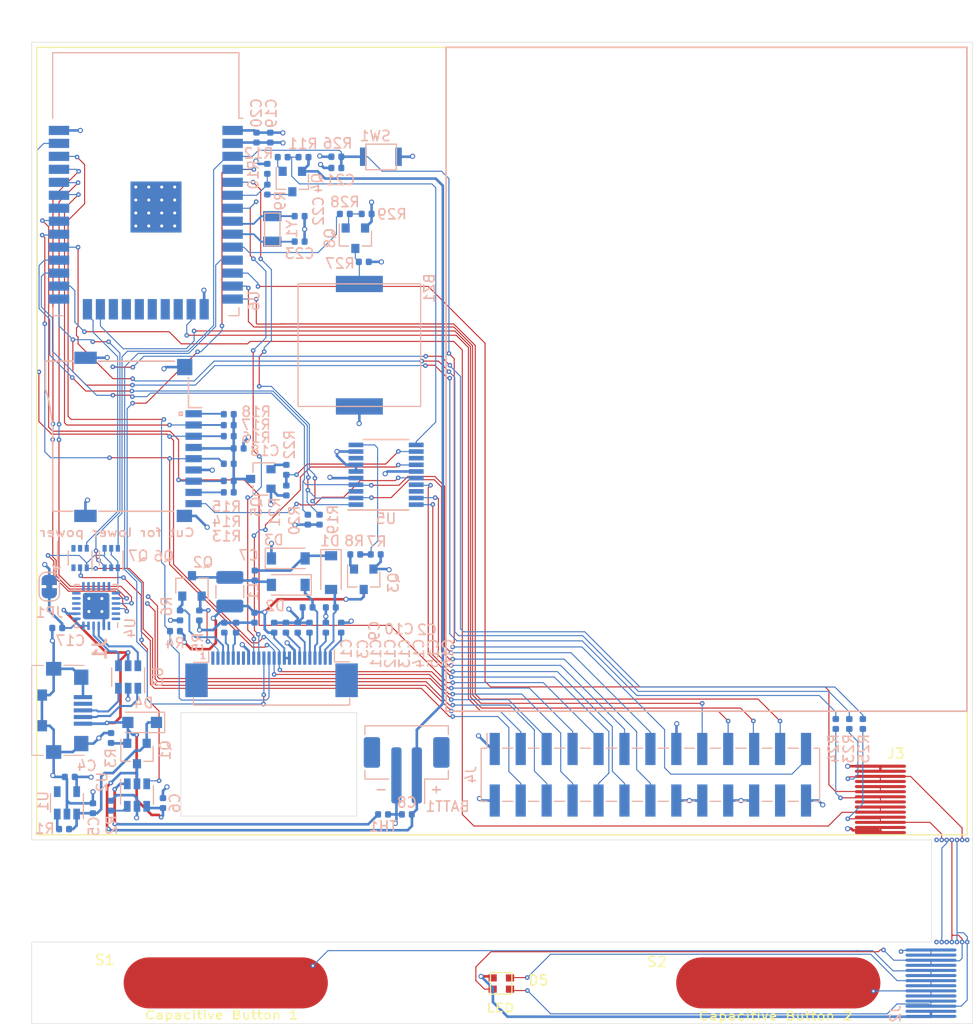
<source format=kicad_pcb>
(kicad_pcb (version 20171130) (host pcbnew 5.1.4-e60b266~84~ubuntu16.04.1)
  (layers (0 F.Cu signal) (1 In1.Cu mixed hide) (2 In2.Cu power hide) (31 B.Cu signal) (34 B.Paste user) (35 F.Paste user) (36 B.SilkS user) (37 F.SilkS user) (38 B.Mask user) (39 F.Mask user) (44 Edge.Cuts user))
  (net 0 "")
  (net 1 GND)
  (net 2 +BATT)
  (net 3 "Net-(BZ1-Pad2)")
  (net 4 +3V3)
  (net 5 "Net-(C1-Pad1)")
  (net 6 PREVGL)
  (net 7 "Net-(C3-Pad1)")
  (net 8 "Net-(C5-Pad1)")
  (net 9 VBUS)
  (net 10 "Net-(C7-Pad2)")
  (net 11 "Net-(C7-Pad1)")
  (net 12 V_EPD)
  (net 13 PREVGH)
  (net 14 "Net-(C12-Pad1)")
  (net 15 "Net-(C13-Pad1)")
  (net 16 "Net-(C14-Pad1)")
  (net 17 "Net-(C15-Pad1)")
  (net 18 "Net-(C16-Pad1)")
  (net 19 "Net-(C17-Pad1)")
  (net 20 ESP_EN)
  (net 21 /xtal_P)
  (net 22 /xtal_N)
  (net 23 GDR)
  (net 24 RESE)
  (net 25 EPD_BUSY)
  (net 26 ~EPD_RES)
  (net 27 ~EPD_DC)
  (net 28 ~EPD_CS)
  (net 29 SPI_SCLK)
  (net 30 SPI_MOSI)
  (net 31 /D_P)
  (net 32 /D_N)
  (net 33 RTS)
  (net 34 UART_RXD0)
  (net 35 EXT_GPIO0)
  (net 36 I2C_SCL)
  (net 37 EXT_GPIO2)
  (net 38 JTAG_TDI)
  (net 39 JTAG_TDO)
  (net 40 JTAG_TCK)
  (net 41 JTAG_TMS)
  (net 42 EXT_GPIO1)
  (net 43 I2C_SDA)
  (net 44 SPI_MISO)
  (net 45 UART_TXD0)
  (net 46 DTR)
  (net 47 ~SD_CS)
  (net 48 "Net-(MICRO_SD1-Pad1)")
  (net 49 V_SD)
  (net 50 "Net-(MICRO_SD1-Pad8)")
  (net 51 "Net-(Q3-Pad1)")
  (net 52 "Net-(Q4-Pad3)")
  (net 53 "Net-(Q4-Pad1)")
  (net 54 "Net-(Q5-Pad1)")
  (net 55 GPIO_0)
  (net 56 GPIO_2)
  (net 57 "Net-(Q8-Pad1)")
  (net 58 "Net-(R1-Pad1)")
  (net 59 "Net-(R2-Pad1)")
  (net 60 ~EPD_EN)
  (net 61 BATT)
  (net 62 ~BATT_EN)
  (net 63 ~SD_EN)
  (net 64 ~LED_R)
  (net 65 BUZZ)
  (net 66 CAPBTN_1)
  (net 67 CAPBTN_2)
  (net 68 "Net-(TH1-Pad1)")
  (net 69 ~CHG)
  (net 70 USB_P)
  (net 71 USB_N)
  (net 72 ~PCF_INT)
  (net 73 ~SD_CD)
  (net 74 ~FPC_LED_R)
  (net 75 ~FPC_LED_G)
  (net 76 ~FPC_LED_B)
  (net 77 FPC_CAPBTN_1)
  (net 78 FPC_CAPBTN_2)
  (net 79 FPC_GND)
  (net 80 "Net-(J3-Pad7)")
  (net 81 FPC_3V3)
  (module RF_Module:ESP32-WROOM-32 (layer B.Cu) (at 113.13 79.07 180)
    (fp_text reference U6 (at -10.61 -8.43 270) (layer B.SilkS) (effects (justify mirror)))
    (fp_text value OLIMEX_Cases_ESP-WROOM-32)
    (pad 38 smd rect (at 8.5 8.255 180) (size 2 0.9) (layers B.Cu B.Paste B.Mask) (net 1 GND))
    (pad 37 smd rect (at 8.5 6.985 180) (size 2 0.9) (layers B.Cu B.Paste B.Mask) (net 30 SPI_MOSI))
    (pad 36 smd rect (at 8.5 5.715 180) (size 2 0.9) (layers B.Cu B.Paste B.Mask) (net 28 ~EPD_CS))
    (pad 35 smd rect (at 8.5 4.445 180) (size 2 0.9) (layers B.Cu B.Paste B.Mask) (net 45 UART_TXD0))
    (pad 34 smd rect (at 8.5 3.175 180) (size 2 0.9) (layers B.Cu B.Paste B.Mask) (net 34 UART_RXD0))
    (pad 33 smd rect (at 8.5 1.905 180) (size 2 0.9) (layers B.Cu B.Paste B.Mask) (net 47 ~SD_CS))
    (pad 32 smd rect (at 8.5 0.635 180) (size 2 0.9) (layers B.Cu B.Paste B.Mask))
    (pad 31 smd rect (at 8.5 -0.635 180) (size 2 0.9) (layers B.Cu B.Paste B.Mask) (net 44 SPI_MISO))
    (pad 30 smd rect (at 8.5 -1.905 180) (size 2 0.9) (layers B.Cu B.Paste B.Mask) (net 29 SPI_SCLK))
    (pad 29 smd rect (at 8.5 -3.175 180) (size 2 0.9) (layers B.Cu B.Paste B.Mask) (net 64 ~LED_R))
    (pad 28 smd rect (at 8.5 -4.445 180) (size 2 0.9) (layers B.Cu B.Paste B.Mask) (net 36 I2C_SCL))
    (pad 27 smd rect (at 8.5 -5.715 180) (size 2 0.9) (layers B.Cu B.Paste B.Mask) (net 43 I2C_SDA))
    (pad 26 smd rect (at 8.5 -6.985 180) (size 2 0.9) (layers B.Cu B.Paste B.Mask) (net 66 CAPBTN_1))
    (pad 25 smd rect (at 8.5 -8.255 180) (size 2 0.9) (layers B.Cu B.Paste B.Mask) (net 55 GPIO_0))
    (pad 24 smd rect (at 5.715 -9.255 90) (size 2 0.9) (layers B.Cu B.Paste B.Mask) (net 56 GPIO_2))
    (pad 23 smd rect (at 4.445 -9.255 90) (size 2 0.9) (layers B.Cu B.Paste B.Mask) (net 39 JTAG_TDO))
    (pad 22 smd rect (at 3.175 -9.255 90) (size 2 0.9) (layers B.Cu B.Paste B.Mask))
    (pad 21 smd rect (at 1.905 -9.255 90) (size 2 0.9) (layers B.Cu B.Paste B.Mask))
    (pad 20 smd rect (at 0.635 -9.255 90) (size 2 0.9) (layers B.Cu B.Paste B.Mask))
    (pad 19 smd rect (at -0.635 -9.255 90) (size 2 0.9) (layers B.Cu B.Paste B.Mask))
    (pad 18 smd rect (at -1.905 -9.255 90) (size 2 0.9) (layers B.Cu B.Paste B.Mask))
    (pad 17 smd rect (at -3.175 -9.255 90) (size 2 0.9) (layers B.Cu B.Paste B.Mask))
    (pad 16 smd rect (at -4.445 -9.255 90) (size 2 0.9) (layers B.Cu B.Paste B.Mask) (net 40 JTAG_TCK))
    (pad 15 smd rect (at -5.715 -9.255 90) (size 2 0.9) (layers B.Cu B.Paste B.Mask) (net 1 GND))
    (pad 14 smd rect (at -8.5 -8.255 180) (size 2 0.9) (layers B.Cu B.Paste B.Mask) (net 38 JTAG_TDI))
    (pad 13 smd rect (at -8.5 -6.985 180) (size 2 0.9) (layers B.Cu B.Paste B.Mask) (net 41 JTAG_TMS))
    (pad 12 smd rect (at -8.5 -5.715 180) (size 2 0.9) (layers B.Cu B.Paste B.Mask) (net 67 CAPBTN_2))
    (pad 11 smd rect (at -8.5 -4.445 180) (size 2 0.9) (layers B.Cu B.Paste B.Mask) (net 27 ~EPD_DC))
    (pad 10 smd rect (at -8.5 -3.175 180) (size 2 0.9) (layers B.Cu B.Paste B.Mask) (net 65 BUZZ))
    (pad 9 smd rect (at -8.5 -1.905 180) (size 2 0.9) (layers B.Cu B.Paste B.Mask) (net 22 /xtal_N))
    (pad 8 smd rect (at -8.5 -0.635 180) (size 2 0.9) (layers B.Cu B.Paste B.Mask) (net 21 /xtal_P))
    (pad 7 smd rect (at -8.5 0.635 180) (size 2 0.9) (layers B.Cu B.Paste B.Mask) (net 25 EPD_BUSY))
    (pad 6 smd rect (at -8.5 1.905 180) (size 2 0.9) (layers B.Cu B.Paste B.Mask) (net 61 BATT))
    (pad 5 smd rect (at -8.5 3.175 180) (size 2 0.9) (layers B.Cu B.Paste B.Mask) (net 72 ~PCF_INT))
    (pad 4 smd rect (at -8.5 4.445 180) (size 2 0.9) (layers B.Cu B.Paste B.Mask) (net 69 ~CHG))
    (pad 3 smd rect (at -8.5 5.715 180) (size 2 0.9) (layers B.Cu B.Paste B.Mask) (net 20 ESP_EN))
    (pad 2 smd rect (at -8.5 6.985 180) (size 2 0.9) (layers B.Cu B.Paste B.Mask) (net 4 +3V3))
    (pad 1 smd rect (at -8.5 8.255 180) (size 2 0.9) (layers B.Cu B.Paste B.Mask) (net 1 GND))
    (pad 39 smd rect (at -1 0.755 180) (size 5 5) (layers B.Cu B.Paste B.Mask) (net 1 GND))
  )
  (module Package_SO:TSSOP-20_4.4x6.5mm_P0.65mm (layer B.Cu) (at 136.66 104.53)
    (fp_text reference U5 (at 0 4.3) (layer B.SilkS) (effects (justify mirror)))
    (fp_text value PCF8574APWR)
    (pad 20 smd rect (at 2.95 2.925) (size 1.45 0.45) (layers B.Cu B.Paste B.Mask) (net 37 EXT_GPIO2))
    (pad 19 smd rect (at 2.95 2.275) (size 1.45 0.45) (layers B.Cu B.Paste B.Mask) (net 42 EXT_GPIO1))
    (pad 18 smd rect (at 2.95 1.625) (size 1.45 0.45) (layers B.Cu B.Paste B.Mask))
    (pad 17 smd rect (at 2.95 0.975) (size 1.45 0.45) (layers B.Cu B.Paste B.Mask) (net 35 EXT_GPIO0))
    (pad 16 smd rect (at 2.95 0.325) (size 1.45 0.45) (layers B.Cu B.Paste B.Mask) (net 73 ~SD_CD))
    (pad 15 smd rect (at 2.95 -0.325) (size 1.45 0.45) (layers B.Cu B.Paste B.Mask) (net 1 GND))
    (pad 14 smd rect (at 2.95 -0.975) (size 1.45 0.45) (layers B.Cu B.Paste B.Mask) (net 26 ~EPD_RES))
    (pad 13 smd rect (at 2.95 -1.625) (size 1.45 0.45) (layers B.Cu B.Paste B.Mask))
    (pad 12 smd rect (at 2.95 -2.275) (size 1.45 0.45) (layers B.Cu B.Paste B.Mask) (net 63 ~SD_EN))
    (pad 11 smd rect (at 2.95 -2.925) (size 1.45 0.45) (layers B.Cu B.Paste B.Mask) (net 62 ~BATT_EN))
    (pad 10 smd rect (at -2.95 -2.925) (size 1.45 0.45) (layers B.Cu B.Paste B.Mask) (net 60 ~EPD_EN))
    (pad 9 smd rect (at -2.95 -2.275) (size 1.45 0.45) (layers B.Cu B.Paste B.Mask) (net 1 GND))
    (pad 8 smd rect (at -2.95 -1.625) (size 1.45 0.45) (layers B.Cu B.Paste B.Mask))
    (pad 7 smd rect (at -2.95 -0.975) (size 1.45 0.45) (layers B.Cu B.Paste B.Mask) (net 1 GND))
    (pad 6 smd rect (at -2.95 -0.325) (size 1.45 0.45) (layers B.Cu B.Paste B.Mask) (net 1 GND))
    (pad 5 smd rect (at -2.95 0.325) (size 1.45 0.45) (layers B.Cu B.Paste B.Mask) (net 4 +3V3))
    (pad 4 smd rect (at -2.95 0.975) (size 1.45 0.45) (layers B.Cu B.Paste B.Mask) (net 43 I2C_SDA))
    (pad 3 smd rect (at -2.95 1.625) (size 1.45 0.45) (layers B.Cu B.Paste B.Mask))
    (pad 2 smd rect (at -2.95 2.275) (size 1.45 0.45) (layers B.Cu B.Paste B.Mask) (net 36 I2C_SCL))
    (pad 1 smd rect (at -2.95 2.925) (size 1.45 0.45) (layers B.Cu B.Paste B.Mask) (net 72 ~PCF_INT))
  )
  (module karo_industries:micro_SD_card (layer B.Cu) (at 107.31 100.756 90)
    (fp_text reference MICRO_SD1)
    (fp_text value micro_sd_card)
    (pad 3 smd rect (at 0 10.5 90) (size 0.7 1.6) (layers B.Cu B.Paste B.Mask) (net 30 SPI_MOSI))
    (pad "" np_thru_hole circle (at -5.02 -0.48 90) (size 1 1) (drill 1) (layers *.Cu *.Mask))
    (pad "" np_thru_hole circle (at 2.98 -0.48 90) (size 1 1) (drill 1) (layers *.Cu *.Mask))
    (pad 2 smd rect (at 1.1 10.5 90) (size 0.7 1.6) (layers B.Cu B.Paste B.Mask) (net 47 ~SD_CS))
    (pad 1 smd rect (at 2.2 10.5 90) (size 0.7 1.6) (layers B.Cu B.Paste B.Mask) (net 48 "Net-(MICRO_SD1-Pad1)"))
    (pad 4 smd rect (at -1.1 10.5 90) (size 0.7 1.6) (layers B.Cu B.Paste B.Mask) (net 49 V_SD))
    (pad 5 smd rect (at -2.2 10.5 90) (size 0.7 1.6) (layers B.Cu B.Paste B.Mask) (net 29 SPI_SCLK))
    (pad 6 smd rect (at -3.3 10.5 90) (size 0.7 1.6) (layers B.Cu B.Paste B.Mask) (net 1 GND))
    (pad 8 smd rect (at -5.5 10.5 90) (size 0.7 1.6) (layers B.Cu B.Paste B.Mask) (net 50 "Net-(MICRO_SD1-Pad8)"))
    (pad 7 smd rect (at -4.4 10.5 90) (size 0.7 1.6) (layers B.Cu B.Paste B.Mask) (net 44 SPI_MISO))
    (pad 9 smd rect (at -6.6 10.5 90) (size 0.7 1.6) (layers B.Cu B.Paste B.Mask) (net 73 ~SD_CD))
    (pad 10 smd rect (at -7.8 9.6 90) (size 1.2 1.5) (layers B.Cu B.Paste B.Mask) (net 1 GND))
    (pad 10 smd rect (at 6.77 9.63 90) (size 1.6 1.5) (layers B.Cu B.Paste B.Mask) (net 1 GND))
    (pad 10 smd rect (at -7.8 -0.09 90) (size 1.2 2.2) (layers B.Cu B.Paste B.Mask) (net 1 GND))
    (pad 10 smd rect (at 7.68 -0.08 90) (size 1.2 2.2) (layers B.Cu B.Paste B.Mask) (net 1 GND))
  )
  (module Capacitor_SMD:C_0402_1005Metric (layer B.Cu) (at 128.195 81.7)
    (fp_text reference C23 (at 0 1.17) (layer B.SilkS) (effects (justify mirror)))
    (fp_text value 12pF)
    (pad 2 smd roundrect (at 0.485 0) (size 0.59 0.64) (layers B.Cu B.Paste B.Mask) (net 1 GND))
    (pad 1 smd roundrect (at -0.485 0) (size 0.59 0.64) (layers B.Cu B.Paste B.Mask) (net 22 /xtal_N))
  )
  (module Capacitor_SMD:C_0402_1005Metric (layer B.Cu) (at 128.975 117.515)
    (fp_text reference C10 (at 8.955 2.125) (layer B.SilkS) (effects (justify mirror)))
    (fp_text value 1uF/25V)
    (pad 2 smd roundrect (at 0.485 0) (size 0.59 0.64) (layers B.Cu B.Paste B.Mask) (net 13 PREVGH))
    (pad 1 smd roundrect (at -0.485 0) (size 0.59 0.64) (layers B.Cu B.Paste B.Mask) (net 1 GND))
  )
  (module Diode_SMD:D_SOD-123 (layer B.Cu) (at 127.08 112.72)
    (fp_text reference D2 (at -1.28 4.65) (layer B.SilkS) (effects (justify mirror)))
    (fp_text value MBR0530)
    (pad 2 smd rect (at 1.65 0) (size 0.9 1.2) (layers B.Cu B.Paste B.Mask) (net 10 "Net-(C7-Pad2)"))
    (pad 1 smd rect (at -1.65 0) (size 0.9 1.2) (layers B.Cu B.Paste B.Mask) (net 1 GND))
  )
  (module karo_industries:Q13FC1350000400 (layer B.Cu) (at 125.54 80.51 90)
    (fp_text reference Y1 (at 0.02 1.9 90) (layer B.SilkS) (effects (justify mirror)))
    (fp_text value 32.768KHz)
    (pad 2 smd rect (at 1.3 -0.03 90) (size 1 1.8) (layers B.Cu B.Paste B.Mask) (net 21 /xtal_P))
    (pad 1 smd rect (at -1.2 -0.03 90) (size 1 1.8) (layers B.Cu B.Paste B.Mask) (net 22 /xtal_N))
  )
  (module Package_DFN_QFN:QFN-24-1EP_4x4mm_P0.5mm_EP2.6x2.6mm (layer B.Cu) (at 108.27 117.38 90)
    (fp_text reference U4 (at -2.15 3.33 90) (layer B.SilkS) (effects (justify mirror)))
    (fp_text value CP2104)
    (pad 24 smd roundrect (at -1.25 1.9375 90) (size 0.25 0.825) (layers B.Cu B.Paste B.Mask))
    (pad 23 smd roundrect (at -0.75 1.9375 90) (size 0.25 0.825) (layers B.Cu B.Paste B.Mask))
    (pad 22 smd roundrect (at -0.25 1.9375 90) (size 0.25 0.825) (layers B.Cu B.Paste B.Mask) (net 46 DTR))
    (pad 21 smd roundrect (at 0.25 1.9375 90) (size 0.25 0.825) (layers B.Cu B.Paste B.Mask) (net 34 UART_RXD0))
    (pad 20 smd roundrect (at 0.75 1.9375 90) (size 0.25 0.825) (layers B.Cu B.Paste B.Mask) (net 45 UART_TXD0))
    (pad 19 smd roundrect (at 1.25 1.9375 90) (size 0.25 0.825) (layers B.Cu B.Paste B.Mask) (net 33 RTS))
    (pad 18 smd roundrect (at 1.9375 1.25 90) (size 0.825 0.25) (layers B.Cu B.Paste B.Mask))
    (pad 17 smd roundrect (at 1.9375 0.75 90) (size 0.825 0.25) (layers B.Cu B.Paste B.Mask))
    (pad 16 smd roundrect (at 1.9375 0.25 90) (size 0.825 0.25) (layers B.Cu B.Paste B.Mask))
    (pad 15 smd roundrect (at 1.9375 -0.25 90) (size 0.825 0.25) (layers B.Cu B.Paste B.Mask))
    (pad 14 smd roundrect (at 1.9375 -0.75 90) (size 0.825 0.25) (layers B.Cu B.Paste B.Mask))
    (pad 13 smd roundrect (at 1.9375 -1.25 90) (size 0.825 0.25) (layers B.Cu B.Paste B.Mask))
    (pad 12 smd roundrect (at 1.25 -1.9375 90) (size 0.25 0.825) (layers B.Cu B.Paste B.Mask))
    (pad 11 smd roundrect (at 0.75 -1.9375 90) (size 0.25 0.825) (layers B.Cu B.Paste B.Mask))
    (pad 10 smd roundrect (at 0.25 -1.9375 90) (size 0.25 0.825) (layers B.Cu B.Paste B.Mask))
    (pad 9 smd roundrect (at -0.25 -1.9375 90) (size 0.25 0.825) (layers B.Cu B.Paste B.Mask))
    (pad 8 smd roundrect (at -0.75 -1.9375 90) (size 0.25 0.825) (layers B.Cu B.Paste B.Mask) (net 9 VBUS))
    (pad 7 smd roundrect (at -1.25 -1.9375 90) (size 0.25 0.825) (layers B.Cu B.Paste B.Mask) (net 19 "Net-(C17-Pad1)"))
    (pad 6 smd roundrect (at -1.9375 -1.25 90) (size 0.825 0.25) (layers B.Cu B.Paste B.Mask) (net 19 "Net-(C17-Pad1)"))
    (pad 5 smd roundrect (at -1.9375 -0.75 90) (size 0.825 0.25) (layers B.Cu B.Paste B.Mask) (net 19 "Net-(C17-Pad1)"))
    (pad 4 smd roundrect (at -1.9375 -0.25 90) (size 0.825 0.25) (layers B.Cu B.Paste B.Mask) (net 71 USB_N))
    (pad 3 smd roundrect (at -1.9375 0.25 90) (size 0.825 0.25) (layers B.Cu B.Paste B.Mask) (net 70 USB_P))
    (pad 2 smd roundrect (at -1.9375 0.75 90) (size 0.825 0.25) (layers B.Cu B.Paste B.Mask) (net 1 GND))
    (pad 1 smd roundrect (at -1.9375 1.25 90) (size 0.825 0.25) (layers B.Cu B.Paste B.Mask))
    (pad 25 smd roundrect (at 0 0 90) (size 2.6 2.6) (layers B.Cu B.Mask) (roundrect_rratio 0.096154) (net 1 GND))
  )
  (module Package_TO_SOT_SMD:SOT-23-6 (layer B.Cu) (at 111.4 124.33 90)
    (fp_text reference U3 (at 0 2.9 90) (layer B.SilkS) (effects (justify mirror)))
    (fp_text value USBLC6-2SC6)
    (pad 5 smd rect (at 1.1 0 90) (size 1.06 0.65) (layers B.Cu B.Paste B.Mask) (net 9 VBUS))
    (pad 6 smd rect (at 1.1 0.95 90) (size 1.06 0.65) (layers B.Cu B.Paste B.Mask) (net 70 USB_P))
    (pad 4 smd rect (at 1.1 -0.95 90) (size 1.06 0.65) (layers B.Cu B.Paste B.Mask) (net 71 USB_N))
    (pad 3 smd rect (at -1.1 -0.95 90) (size 1.06 0.65) (layers B.Cu B.Paste B.Mask) (net 31 /D_P))
    (pad 2 smd rect (at -1.1 0 90) (size 1.06 0.65) (layers B.Cu B.Paste B.Mask) (net 1 GND))
    (pad 1 smd rect (at -1.1 0.95 90) (size 1.06 0.65) (layers B.Cu B.Paste B.Mask) (net 32 /D_N))
  )
  (module Package_TO_SOT_SMD:SOT-23-6 (layer B.Cu) (at 112.268 135.89 270)
    (fp_text reference U2 (at -1.28 3.418 90) (layer B.SilkS) (effects (justify mirror)))
    (fp_text value BQ21040)
    (pad 5 smd rect (at 1.1 0 270) (size 1.06 0.65) (layers B.Cu B.Paste B.Mask) (net 1 GND))
    (pad 6 smd rect (at 1.1 0.95 270) (size 1.06 0.65) (layers B.Cu B.Paste B.Mask) (net 59 "Net-(R2-Pad1)"))
    (pad 4 smd rect (at 1.1 -0.95 270) (size 1.06 0.65) (layers B.Cu B.Paste B.Mask) (net 9 VBUS))
    (pad 3 smd rect (at -1.1 -0.95 270) (size 1.06 0.65) (layers B.Cu B.Paste B.Mask) (net 69 ~CHG))
    (pad 2 smd rect (at -1.1 0 270) (size 1.06 0.65) (layers B.Cu B.Paste B.Mask) (net 2 +BATT))
    (pad 1 smd rect (at -1.1 0.95 270) (size 1.06 0.65) (layers B.Cu B.Paste B.Mask) (net 68 "Net-(TH1-Pad1)"))
  )
  (module Package_TO_SOT_SMD:SOT-23-5 (layer B.Cu) (at 105.41 136.652 90)
    (fp_text reference U1 (at 0.162 -2.33 90) (layer B.SilkS) (effects (justify mirror)))
    (fp_text value AP2112K-3.3)
    (pad 5 smd rect (at 1.1 0.95 90) (size 1.06 0.65) (layers B.Cu B.Paste B.Mask) (net 4 +3V3))
    (pad 4 smd rect (at 1.1 -0.95 90) (size 1.06 0.65) (layers B.Cu B.Paste B.Mask))
    (pad 3 smd rect (at -1.1 -0.95 90) (size 1.06 0.65) (layers B.Cu B.Paste B.Mask) (net 58 "Net-(R1-Pad1)"))
    (pad 2 smd rect (at -1.1 0 90) (size 1.06 0.65) (layers B.Cu B.Paste B.Mask) (net 1 GND))
    (pad 1 smd rect (at -1.1 0.95 90) (size 1.06 0.65) (layers B.Cu B.Paste B.Mask) (net 8 "Net-(C5-Pad1)"))
  )
  (module Resistor_SMD:R_0402_1005Metric (layer B.Cu) (at 136.361 137.782)
    (fp_text reference TH1 (at 0 1.17) (layer B.SilkS) (effects (justify mirror)))
    (fp_text value "10K NTC")
    (pad 2 smd roundrect (at 0.485 0) (size 0.59 0.64) (layers B.Cu B.Paste B.Mask) (net 1 GND))
    (pad 1 smd roundrect (at -0.485 0) (size 0.59 0.64) (layers B.Cu B.Paste B.Mask) (net 68 "Net-(TH1-Pad1)"))
  )
  (module karo_industries:K2-1822SA-A3DW-06 (layer B.Cu) (at 136.14 73.39 180)
    (fp_text reference SW1 (at 0.54 2.032) (layer B.SilkS) (effects (justify mirror)))
    (fp_text value RESET)
    (pad "" np_thru_hole circle (at -0.01 0 180) (size 0.7 0.7) (drill 0.7) (layers *.Cu *.Mask))
    (pad 2 smd rect (at 1.715 0 180) (size 0.65 1.8) (layers B.Cu B.Paste B.Mask) (net 20 ESP_EN))
    (pad 1 smd rect (at -1.735 0 180) (size 0.65 1.8) (layers B.Cu B.Paste B.Mask) (net 1 GND))
  )
  (module karo_industries:cap_touch_35x6 (layer F.Cu) (at 175.23 153.66)
    (fp_text reference S2 (at -12.046 -1.452) (layer F.SilkS))
    (fp_text value CAPBTN2)
    (pad 1 smd roundrect (at -0.17 0.62) (size 20 5) (layers F.Cu F.Paste F.Mask) (roundrect_rratio 0.5) (net 78 FPC_CAPBTN_2))
  )
  (module karo_industries:cap_touch_35x6 (layer F.Cu) (at 121.13 153.66)
    (fp_text reference S1 (at -12.02 -1.63) (layer F.SilkS))
    (fp_text value CAPBTN1)
    (pad 1 smd roundrect (at -0.17 0.62) (size 20 5) (layers F.Cu F.Paste F.Mask) (roundrect_rratio 0.5) (net 77 FPC_CAPBTN_1))
  )
  (module Resistor_SMD:R_0402_1005Metric (layer B.Cu) (at 134.755 78.99)
    (fp_text reference R29 (at 2.475 0.03) (layer B.SilkS) (effects (justify mirror)))
    (fp_text value 100k)
    (pad 2 smd roundrect (at 0.485 0) (size 0.59 0.64) (layers B.Cu B.Paste B.Mask) (net 1 GND))
    (pad 1 smd roundrect (at -0.485 0) (size 0.59 0.64) (layers B.Cu B.Paste B.Mask) (net 57 "Net-(Q8-Pad1)"))
  )
  (module Resistor_SMD:R_0402_1005Metric (layer B.Cu) (at 132.62 78.99 180)
    (fp_text reference R28 (at 0 1.17) (layer B.SilkS) (effects (justify mirror)))
    (fp_text value 100)
    (pad 2 smd roundrect (at 0.485 0 180) (size 0.59 0.64) (layers B.Cu B.Paste B.Mask) (net 65 BUZZ))
    (pad 1 smd roundrect (at -0.485 0 180) (size 0.59 0.64) (layers B.Cu B.Paste B.Mask) (net 57 "Net-(Q8-Pad1)"))
  )
  (module Resistor_SMD:R_0402_1005Metric (layer B.Cu) (at 134.475 83.68 180)
    (fp_text reference R27 (at 2.335 -0.16) (layer B.SilkS) (effects (justify mirror)))
    (fp_text value 1k)
    (pad 2 smd roundrect (at 0.485 0 180) (size 0.59 0.64) (layers B.Cu B.Paste B.Mask) (net 3 "Net-(BZ1-Pad2)"))
    (pad 1 smd roundrect (at -0.485 0 180) (size 0.59 0.64) (layers B.Cu B.Paste B.Mask) (net 4 +3V3))
  )
  (module Resistor_SMD:R_0402_1005Metric (layer B.Cu) (at 131.79 73.39)
    (fp_text reference R26 (at 0.12 -1.31) (layer B.SilkS) (effects (justify mirror)))
    (fp_text value 10k)
    (pad 2 smd roundrect (at 0.485 0) (size 0.59 0.64) (layers B.Cu B.Paste B.Mask) (net 20 ESP_EN))
    (pad 1 smd roundrect (at -0.485 0) (size 0.59 0.64) (layers B.Cu B.Paste B.Mask) (net 4 +3V3))
  )
  (module Resistor_SMD:R_0402_1005Metric (layer B.Cu) (at 183.34 128.93 270)
    (fp_text reference R25 (at 2.42 -0.11 90) (layer B.SilkS) (effects (justify mirror)))
    (fp_text value 120)
    (pad 2 smd roundrect (at 0.485 0 270) (size 0.59 0.64) (layers B.Cu B.Paste B.Mask) (net 76 ~FPC_LED_B))
    (pad 1 smd roundrect (at -0.485 0 270) (size 0.59 0.64) (layers B.Cu B.Paste B.Mask) (net 56 GPIO_2))
  )
  (module Resistor_SMD:R_0402_1005Metric (layer B.Cu) (at 180.69 128.93 270)
    (fp_text reference R24 (at 2.42 0.23 90) (layer B.SilkS) (effects (justify mirror)))
    (fp_text value 120)
    (pad 2 smd roundrect (at 0.485 0 270) (size 0.59 0.64) (layers B.Cu B.Paste B.Mask) (net 80 "Net-(J3-Pad7)"))
    (pad 1 smd roundrect (at -0.485 0 270) (size 0.59 0.64) (layers B.Cu B.Paste B.Mask) (net 55 GPIO_0))
  )
  (module Resistor_SMD:R_0402_1005Metric (layer B.Cu) (at 182.015 128.93 270)
    (fp_text reference R23 (at 2.42 0.06 90) (layer B.SilkS) (effects (justify mirror)))
    (fp_text value 120)
    (pad 2 smd roundrect (at 0.485 0 270) (size 0.59 0.64) (layers B.Cu B.Paste B.Mask) (net 74 ~FPC_LED_R))
    (pad 1 smd roundrect (at -0.485 0 270) (size 0.59 0.64) (layers B.Cu B.Paste B.Mask) (net 64 ~LED_R))
  )
  (module Resistor_SMD:R_0402_1005Metric (layer B.Cu) (at 126.89 104.045 270)
    (fp_text reference R22 (at -2.455 -0.31 90) (layer B.SilkS) (effects (justify mirror)))
    (fp_text value 1k)
    (pad 2 smd roundrect (at 0.485 0 270) (size 0.59 0.64) (layers B.Cu B.Paste B.Mask) (net 63 ~SD_EN))
    (pad 1 smd roundrect (at -0.485 0 270) (size 0.59 0.64) (layers B.Cu B.Paste B.Mask) (net 54 "Net-(Q5-Pad1)"))
  )
  (module Resistor_SMD:R_0402_1005Metric (layer B.Cu) (at 126.89 106.07 270)
    (fp_text reference R21 (at 2.12 1.14 90) (layer B.SilkS) (effects (justify mirror)))
    (fp_text value 1M)
    (pad 2 smd roundrect (at 0.485 0 270) (size 0.59 0.64) (layers B.Cu B.Paste B.Mask) (net 4 +3V3))
    (pad 1 smd roundrect (at -0.485 0 270) (size 0.59 0.64) (layers B.Cu B.Paste B.Mask) (net 63 ~SD_EN))
  )
  (module Resistor_SMD:R_0402_1005Metric (layer B.Cu) (at 128.997001 108.925 270)
    (fp_text reference R20 (at 0.075 1.327001 90) (layer B.SilkS) (effects (justify mirror)))
    (fp_text value 10k)
    (pad 2 smd roundrect (at 0.485 0 270) (size 0.59 0.64) (layers B.Cu B.Paste B.Mask) (net 4 +3V3))
    (pad 1 smd roundrect (at -0.485 0 270) (size 0.59 0.64) (layers B.Cu B.Paste B.Mask) (net 43 I2C_SDA))
  )
  (module Resistor_SMD:R_0402_1005Metric (layer B.Cu) (at 130.14 108.925 270)
    (fp_text reference R19 (at -0.015 -1.31 90) (layer B.SilkS) (effects (justify mirror)))
    (fp_text value 10k)
    (pad 2 smd roundrect (at 0.485 0 270) (size 0.59 0.64) (layers B.Cu B.Paste B.Mask) (net 4 +3V3))
    (pad 1 smd roundrect (at -0.485 0 270) (size 0.59 0.64) (layers B.Cu B.Paste B.Mask) (net 36 I2C_SCL))
  )
  (module Resistor_SMD:R_0402_1005Metric (layer B.Cu) (at 121.255 98.6 180)
    (fp_text reference R18 (at -2.685 0.24) (layer B.SilkS) (effects (justify mirror)))
    (fp_text value 10k)
    (pad 2 smd roundrect (at 0.485 0 180) (size 0.59 0.64) (layers B.Cu B.Paste B.Mask) (net 48 "Net-(MICRO_SD1-Pad1)"))
    (pad 1 smd roundrect (at -0.485 0 180) (size 0.59 0.64) (layers B.Cu B.Paste B.Mask) (net 49 V_SD))
  )
  (module Resistor_SMD:R_0402_1005Metric (layer B.Cu) (at 121.255 99.675 180)
    (fp_text reference R17 (at -2.665 0.035) (layer B.SilkS) (effects (justify mirror)))
    (fp_text value 10k)
    (pad 2 smd roundrect (at 0.485 0 180) (size 0.59 0.64) (layers B.Cu B.Paste B.Mask) (net 47 ~SD_CS))
    (pad 1 smd roundrect (at -0.485 0 180) (size 0.59 0.64) (layers B.Cu B.Paste B.Mask) (net 49 V_SD))
  )
  (module Resistor_SMD:R_0402_1005Metric (layer B.Cu) (at 121.255 100.75 180)
    (fp_text reference R16 (at -2.675 -0.15) (layer B.SilkS) (effects (justify mirror)))
    (fp_text value 10k)
    (pad 2 smd roundrect (at 0.485 0 180) (size 0.59 0.64) (layers B.Cu B.Paste B.Mask) (net 30 SPI_MOSI))
    (pad 1 smd roundrect (at -0.485 0 180) (size 0.59 0.64) (layers B.Cu B.Paste B.Mask) (net 49 V_SD))
  )
  (module Resistor_SMD:R_0402_1005Metric (layer B.Cu) (at 121.255 103.45 180)
    (fp_text reference R15 (at 0.225 -4.2) (layer B.SilkS) (effects (justify mirror)))
    (fp_text value 10k)
    (pad 2 smd roundrect (at 0.485 0 180) (size 0.59 0.64) (layers B.Cu B.Paste B.Mask) (net 29 SPI_SCLK))
    (pad 1 smd roundrect (at -0.485 0 180) (size 0.59 0.64) (layers B.Cu B.Paste B.Mask) (net 49 V_SD))
  )
  (module Resistor_SMD:R_0402_1005Metric (layer B.Cu) (at 121.255 105.13 180)
    (fp_text reference R14 (at 0.205 -3.99) (layer B.SilkS) (effects (justify mirror)))
    (fp_text value 10k)
    (pad 2 smd roundrect (at 0.485 0 180) (size 0.59 0.64) (layers B.Cu B.Paste B.Mask) (net 44 SPI_MISO))
    (pad 1 smd roundrect (at -0.485 0 180) (size 0.59 0.64) (layers B.Cu B.Paste B.Mask) (net 49 V_SD))
  )
  (module Resistor_SMD:R_0402_1005Metric (layer B.Cu) (at 121.255 106.25 180)
    (fp_text reference R13 (at 0.205 -4.29) (layer B.SilkS) (effects (justify mirror)))
    (fp_text value 10k)
    (pad 2 smd roundrect (at 0.485 0 180) (size 0.59 0.64) (layers B.Cu B.Paste B.Mask) (net 50 "Net-(MICRO_SD1-Pad8)"))
    (pad 1 smd roundrect (at -0.485 0 180) (size 0.59 0.64) (layers B.Cu B.Paste B.Mask) (net 49 V_SD))
  )
  (module Resistor_SMD:R_0402_1005Metric (layer B.Cu) (at 126.535 73.43)
    (fp_text reference R12 (at -2.365 -0.37 180) (layer B.SilkS) (effects (justify mirror)))
    (fp_text value 1k)
    (pad 2 smd roundrect (at 0.485 0) (size 0.59 0.64) (layers B.Cu B.Paste B.Mask) (net 62 ~BATT_EN))
    (pad 1 smd roundrect (at -0.485 0) (size 0.59 0.64) (layers B.Cu B.Paste B.Mask) (net 53 "Net-(Q4-Pad1)"))
  )
  (module Resistor_SMD:R_0402_1005Metric (layer B.Cu) (at 128.575 73.43)
    (fp_text reference R11 (at -0.065 -1.3) (layer B.SilkS) (effects (justify mirror)))
    (fp_text value 1M)
    (pad 2 smd roundrect (at 0.485 0) (size 0.59 0.64) (layers B.Cu B.Paste B.Mask) (net 2 +BATT))
    (pad 1 smd roundrect (at -0.485 0) (size 0.59 0.64) (layers B.Cu B.Paste B.Mask) (net 62 ~BATT_EN))
  )
  (module Resistor_SMD:R_0402_1005Metric (layer B.Cu) (at 125.03 74.575 270)
    (fp_text reference R10 (at 0.575 1.37 90) (layer B.SilkS) (effects (justify mirror)))
    (fp_text value 1.6M)
    (pad 2 smd roundrect (at 0.485 0 270) (size 0.59 0.64) (layers B.Cu B.Paste B.Mask) (net 61 BATT))
    (pad 1 smd roundrect (at -0.485 0 270) (size 0.59 0.64) (layers B.Cu B.Paste B.Mask) (net 1 GND))
  )
  (module Resistor_SMD:R_0402_1005Metric (layer B.Cu) (at 125.03 76.605 270)
    (fp_text reference R9 (at 1.095 -1.26 270) (layer B.SilkS) (effects (justify mirror)))
    (fp_text value 470k)
    (pad 2 smd roundrect (at 0.485 0 270) (size 0.59 0.64) (layers B.Cu B.Paste B.Mask) (net 52 "Net-(Q4-Pad3)"))
    (pad 1 smd roundrect (at -0.485 0 270) (size 0.59 0.64) (layers B.Cu B.Paste B.Mask) (net 61 BATT))
  )
  (module Resistor_SMD:R_0402_1005Metric (layer B.Cu) (at 133.64 112.33)
    (fp_text reference R8 (at -0.1 -1.32) (layer B.SilkS) (effects (justify mirror)))
    (fp_text value 1k)
    (pad 2 smd roundrect (at 0.485 0) (size 0.59 0.64) (layers B.Cu B.Paste B.Mask) (net 60 ~EPD_EN))
    (pad 1 smd roundrect (at -0.485 0) (size 0.59 0.64) (layers B.Cu B.Paste B.Mask) (net 51 "Net-(Q3-Pad1)"))
  )
  (module Resistor_SMD:R_0402_1005Metric (layer B.Cu) (at 135.645 112.33)
    (fp_text reference R7 (at 0.085 -1.26) (layer B.SilkS) (effects (justify mirror)))
    (fp_text value 1M)
    (pad 2 smd roundrect (at 0.485 0) (size 0.59 0.64) (layers B.Cu B.Paste B.Mask) (net 4 +3V3))
    (pad 1 smd roundrect (at -0.485 0) (size 0.59 0.64) (layers B.Cu B.Paste B.Mask) (net 60 ~EPD_EN))
  )
  (module Resistor_SMD:R_0402_1005Metric (layer B.Cu) (at 116.48 118.3 270)
    (fp_text reference R6 (at -0.89 1.302 90) (layer B.SilkS) (effects (justify mirror)))
    (fp_text value 0.47)
    (pad 2 smd roundrect (at 0.485 0 270) (size 0.59 0.64) (layers B.Cu B.Paste B.Mask) (net 1 GND))
    (pad 1 smd roundrect (at -0.485 0 270) (size 0.59 0.64) (layers B.Cu B.Paste B.Mask) (net 24 RESE))
  )
  (module Resistor_SMD:R_0402_1005Metric (layer B.Cu) (at 118.37 118.3 270)
    (fp_text reference R5 (at 2.666 0.144 90) (layer B.SilkS) (effects (justify mirror)))
    (fp_text value 10k)
    (pad 2 smd roundrect (at 0.485 0 270) (size 0.59 0.64) (layers B.Cu B.Paste B.Mask) (net 1 GND))
    (pad 1 smd roundrect (at -0.485 0 270) (size 0.59 0.64) (layers B.Cu B.Paste B.Mask) (net 23 GDR))
  )
  (module Resistor_SMD:R_0402_1005Metric (layer B.Cu) (at 115.985 119.84)
    (fp_text reference R4 (at 0 1.17) (layer B.SilkS) (effects (justify mirror)))
    (fp_text value 10k)
    (pad 2 smd roundrect (at 0.485 0) (size 0.59 0.64) (layers B.Cu B.Paste B.Mask) (net 12 V_EPD))
    (pad 1 smd roundrect (at -0.485 0) (size 0.59 0.64) (layers B.Cu B.Paste B.Mask) (net 28 ~EPD_CS))
  )
  (module Resistor_SMD:R_0402_1005Metric (layer B.Cu) (at 109.728 130.302 90)
    (fp_text reference R3 (at -1.968 -0.028 90) (layer B.SilkS) (effects (justify mirror)))
    (fp_text value 100k)
    (pad 2 smd roundrect (at 0.485 0 90) (size 0.59 0.64) (layers B.Cu B.Paste B.Mask) (net 1 GND))
    (pad 1 smd roundrect (at -0.485 0 90) (size 0.59 0.64) (layers B.Cu B.Paste B.Mask) (net 9 VBUS))
  )
  (module Resistor_SMD:R_0402_1005Metric (layer B.Cu) (at 109.728 136.929 90)
    (fp_text reference R2 (at -1.901 0.052 90) (layer B.SilkS) (effects (justify mirror)))
    (fp_text value 2.7k)
    (pad 2 smd roundrect (at 0.485 0 90) (size 0.59 0.64) (layers B.Cu B.Paste B.Mask) (net 1 GND))
    (pad 1 smd roundrect (at -0.485 0 90) (size 0.59 0.64) (layers B.Cu B.Paste B.Mask) (net 59 "Net-(R2-Pad1)"))
  )
  (module Resistor_SMD:R_0402_1005Metric (layer B.Cu) (at 105.13 139.22)
    (fp_text reference R1 (at -1.9 -0.05) (layer B.SilkS) (effects (justify mirror)))
    (fp_text value 100k)
    (pad 2 smd roundrect (at 0.485 0) (size 0.59 0.64) (layers B.Cu B.Paste B.Mask) (net 8 "Net-(C5-Pad1)"))
    (pad 1 smd roundrect (at -0.485 0) (size 0.59 0.64) (layers B.Cu B.Paste B.Mask) (net 58 "Net-(R1-Pad1)"))
  )
  (module Package_TO_SOT_SMD:SOT-23 (layer B.Cu) (at 133.65 81.37 270)
    (fp_text reference Q8 (at 0 2.5 90) (layer B.SilkS) (effects (justify mirror)))
    (fp_text value T2N7002BK)
    (pad 3 smd rect (at 1 0 270) (size 0.9 0.8) (layers B.Cu B.Paste B.Mask) (net 3 "Net-(BZ1-Pad2)"))
    (pad 2 smd rect (at -1 -0.95 270) (size 0.9 0.8) (layers B.Cu B.Paste B.Mask) (net 1 GND))
    (pad 1 smd rect (at -1 0.95 270) (size 0.9 0.8) (layers B.Cu B.Paste B.Mask) (net 57 "Net-(Q8-Pad1)"))
  )
  (module Package_TO_SOT_SMD:SOT-363_SC-70-6 (layer B.Cu) (at 106.698 112.682 90)
    (fp_text reference Q7 (at 0.222 5.692 180) (layer B.SilkS) (effects (justify mirror)))
    (fp_text value UMH3N)
    (pad 6 smd rect (at 0.95 0.65 90) (size 0.65 0.4) (layers B.Cu B.Paste B.Mask) (net 56 GPIO_2))
    (pad 4 smd rect (at 0.95 -0.65 90) (size 0.65 0.4) (layers B.Cu B.Paste B.Mask))
    (pad 2 smd rect (at -0.95 0 90) (size 0.65 0.4) (layers B.Cu B.Paste B.Mask) (net 33 RTS))
    (pad 5 smd rect (at 0.95 0 90) (size 0.65 0.4) (layers B.Cu B.Paste B.Mask))
    (pad 3 smd rect (at -0.95 -0.65 90) (size 0.65 0.4) (layers B.Cu B.Paste B.Mask))
    (pad 1 smd rect (at -0.95 0.65 90) (size 0.65 0.4) (layers B.Cu B.Paste B.Mask) (net 46 DTR))
  )
  (module Package_TO_SOT_SMD:SOT-363_SC-70-6 (layer B.Cu) (at 109.746 112.682 90)
    (fp_text reference Q6 (at 0.182 5.144 180) (layer B.SilkS) (effects (justify mirror)))
    (fp_text value UMH3N)
    (pad 6 smd rect (at 0.95 0.65 90) (size 0.65 0.4) (layers B.Cu B.Paste B.Mask) (net 20 ESP_EN))
    (pad 4 smd rect (at 0.95 -0.65 90) (size 0.65 0.4) (layers B.Cu B.Paste B.Mask) (net 46 DTR))
    (pad 2 smd rect (at -0.95 0 90) (size 0.65 0.4) (layers B.Cu B.Paste B.Mask) (net 46 DTR))
    (pad 5 smd rect (at 0.95 0 90) (size 0.65 0.4) (layers B.Cu B.Paste B.Mask) (net 33 RTS))
    (pad 3 smd rect (at -0.95 -0.65 90) (size 0.65 0.4) (layers B.Cu B.Paste B.Mask) (net 55 GPIO_0))
    (pad 1 smd rect (at -0.95 0.65 90) (size 0.65 0.4) (layers B.Cu B.Paste B.Mask) (net 33 RTS))
  )
  (module Package_TO_SOT_SMD:SOT-23 (layer B.Cu) (at 124.39 104.94 180)
    (fp_text reference Q5 (at 0.44 -2.72 90) (layer B.SilkS) (effects (justify mirror)))
    (fp_text value DMP2035)
    (pad 3 smd rect (at 1 0 180) (size 0.9 0.8) (layers B.Cu B.Paste B.Mask) (net 49 V_SD))
    (pad 2 smd rect (at -1 -0.95 180) (size 0.9 0.8) (layers B.Cu B.Paste B.Mask) (net 4 +3V3))
    (pad 1 smd rect (at -1 0.95 180) (size 0.9 0.8) (layers B.Cu B.Paste B.Mask) (net 54 "Net-(Q5-Pad1)"))
  )
  (module Package_TO_SOT_SMD:SOT-23 (layer B.Cu) (at 127.48 75.82 270)
    (fp_text reference Q4 (at 0.15 -2.42 270) (layer B.SilkS) (effects (justify mirror)))
    (fp_text value DMP2035)
    (pad 3 smd rect (at 1 0 270) (size 0.9 0.8) (layers B.Cu B.Paste B.Mask) (net 52 "Net-(Q4-Pad3)"))
    (pad 2 smd rect (at -1 -0.95 270) (size 0.9 0.8) (layers B.Cu B.Paste B.Mask) (net 2 +BATT))
    (pad 1 smd rect (at -1 0.95 270) (size 0.9 0.8) (layers B.Cu B.Paste B.Mask) (net 53 "Net-(Q4-Pad1)"))
  )
  (module Package_TO_SOT_SMD:SOT-23 (layer B.Cu) (at 134.47 114.76 270)
    (fp_text reference Q3 (at 0.33 -2.9 90) (layer B.SilkS) (effects (justify mirror)))
    (fp_text value DMP2035)
    (pad 3 smd rect (at 1 0 270) (size 0.9 0.8) (layers B.Cu B.Paste B.Mask) (net 12 V_EPD))
    (pad 2 smd rect (at -1 -0.95 270) (size 0.9 0.8) (layers B.Cu B.Paste B.Mask) (net 4 +3V3))
    (pad 1 smd rect (at -1 0.95 270) (size 0.9 0.8) (layers B.Cu B.Paste B.Mask) (net 51 "Net-(Q3-Pad1)"))
  )
  (module Package_TO_SOT_SMD:SOT-23 (layer B.Cu) (at 117.65 115.41 90)
    (fp_text reference Q2 (at 2.318 1.084 180) (layer B.SilkS) (effects (justify mirror)))
    (fp_text value T2N7002BK)
    (pad 3 smd rect (at 1 0 90) (size 0.9 0.8) (layers B.Cu B.Paste B.Mask) (net 11 "Net-(C7-Pad1)"))
    (pad 2 smd rect (at -1 -0.95 90) (size 0.9 0.8) (layers B.Cu B.Paste B.Mask) (net 24 RESE))
    (pad 1 smd rect (at -1 0.95 90) (size 0.9 0.8) (layers B.Cu B.Paste B.Mask) (net 23 GDR))
  )
  (module Package_TO_SOT_SMD:SOT-23 (layer B.Cu) (at 112.268 131.826 270)
    (fp_text reference Q1 (at -0.316 -2.772 270) (layer B.SilkS) (effects (justify mirror)))
    (fp_text value DMP2035)
    (pad 3 smd rect (at 1 0 270) (size 0.9 0.8) (layers B.Cu B.Paste B.Mask) (net 2 +BATT))
    (pad 2 smd rect (at -1 -0.95 270) (size 0.9 0.8) (layers B.Cu B.Paste B.Mask) (net 8 "Net-(C5-Pad1)"))
    (pad 1 smd rect (at -1 0.95 270) (size 0.9 0.8) (layers B.Cu B.Paste B.Mask) (net 9 VBUS))
  )
  (module Inductor_SMD:L_1210_3225Metric (layer B.Cu) (at 121.36 115.98 90)
    (fp_text reference L1 (at 0 2.28 90) (layer B.SilkS) (effects (justify mirror)))
    (fp_text value 68uH/1A)
    (pad 2 smd roundrect (at 1.4 0 90) (size 1.25 2.65) (layers B.Cu B.Paste B.Mask) (roundrect_rratio 0.2) (net 11 "Net-(C7-Pad1)"))
    (pad 1 smd roundrect (at -1.4 0 90) (size 1.25 2.65) (layers B.Cu B.Paste B.Mask) (roundrect_rratio 0.2) (net 12 V_EPD))
  )
  (module Jumper:SolderJumper-2_P1.3mm_Bridged_RoundedPad1.0x1.5mm (layer B.Cu) (at 103.68 115.48 270)
    (fp_text reference JP1 (at 2.53 -0.02 180) (layer B.SilkS) (effects (justify mirror)))
    (fp_text value SolderJumper_2_Bridged)
    (fp_poly (pts (xy 0.25 0.3) (xy -0.25 0.3) (xy -0.25 -0.3) (xy 0.25 -0.3)) (layer B.Cu) (width 0))
    (pad 1 smd custom (at -0.65 0 270) (size 1 0.5) (layers B.Cu B.Mask) (net 4 +3V3) (options (clearance outline) (anchor rect)) (primitives (gr_circle (center 0 -0.25) (end 0.5 -0.25) (width 0)) (gr_circle (center 0 0.25) (end 0.5 0.25) (width 0)) (gr_poly (pts (xy 0 0.75) (xy 0.5 0.75) (xy 0.5 -0.75) (xy 0 -0.75)) (width 0))))
    (pad 2 smd custom (at 0.65 0 270) (size 1 0.5) (layers B.Cu B.Mask) (net 19 "Net-(C17-Pad1)") (options (clearance outline) (anchor rect)) (primitives (gr_circle (center 0 -0.25) (end 0.5 -0.25) (width 0)) (gr_circle (center 0 0.25) (end 0.5 0.25) (width 0)) (gr_poly (pts (xy 0 0.75) (xy -0.5 0.75) (xy -0.5 -0.75) (xy 0 -0.75)) (width 0))))
  )
  (module karo_industries:C77238 (layer B.Cu) (at 104.92 127.6 90)
    (fp_text reference J1 (at 6.02 3.7 270) (layer B.SilkS) (effects (font (size 1.27 1.27) (thickness 0.254)) (justify mirror)))
    (fp_text value USB_B_Micro hide)
    (pad 6 smd rect (at 1.5 -1.96) (size 1 1.1) (layers B.Cu B.Paste B.Mask) (net 1 GND))
    (pad 6 smd rect (at -1.5 -1.96) (size 1 1.1) (layers B.Cu B.Paste B.Mask) (net 1 GND))
    (pad 6 smd rect (at 4.075 -0.81 90) (size 1.35 1.5) (layers B.Cu B.Paste B.Mask) (net 1 GND))
    (pad 6 smd rect (at -4.075 -0.81 90) (size 1.35 1.5) (layers B.Cu B.Paste B.Mask) (net 1 GND))
    (pad 6 smd rect (at 3.25 1.89) (size 1.4 1.5) (layers B.Cu B.Paste B.Mask) (net 1 GND))
    (pad 6 smd rect (at -3.25 1.89) (size 1.4 1.5) (layers B.Cu B.Paste B.Mask) (net 1 GND))
    (pad "" np_thru_hole circle (at 2 1.34 90) (size 0.5 0.5) (drill 0.5) (layers *.Cu *.Mask))
    (pad "" np_thru_hole circle (at -2 1.34 90) (size 0.5 0.5) (drill 0.5) (layers *.Cu *.Mask))
    (pad 5 smd rect (at 1.3 2.06 90) (size 0.4 1.8) (layers B.Cu B.Paste B.Mask) (net 1 GND))
    (pad 4 smd rect (at 0.65 2.06 90) (size 0.4 1.8) (layers B.Cu B.Paste B.Mask))
    (pad 3 smd rect (at 0 2.06 90) (size 0.4 1.8) (layers B.Cu B.Paste B.Mask) (net 31 /D_P))
    (pad 2 smd rect (at -0.65 2.06 90) (size 0.4 1.8) (layers B.Cu B.Paste B.Mask) (net 32 /D_N))
    (pad 1 smd rect (at -1.3 2.06 90) (size 0.4 1.8) (layers B.Cu B.Paste B.Mask) (net 9 VBUS))
  )
  (module karo_industries:FM-B2020RGBA-HG (layer F.Cu) (at 148.01 154.28)
    (fp_text reference D5 (at 3.556 -0.254) (layer F.SilkS))
    (fp_text value FM-B2020RGBA-HG)
    (pad 2 smd rect (at -0.918 0.614) (size 0.8 0.7) (layers F.Cu F.Paste F.Mask) (net 76 ~FPC_LED_B))
    (pad 1 smd rect (at 0.782 0.614 180) (size 0.8 0.7) (layers F.Cu F.Paste F.Mask) (net 74 ~FPC_LED_R))
    (pad 4 smd rect (at 0.782 -0.486) (size 0.8 0.7) (layers F.Cu F.Paste F.Mask) (net 75 ~FPC_LED_G))
    (pad 3 smd rect (at -0.918 -0.486) (size 0.8 0.7) (layers F.Cu F.Paste F.Mask) (net 81 FPC_3V3))
  )
  (module Diode_SMD:D_SOD-123F (layer B.Cu) (at 112.776 128.778 180)
    (fp_text reference D4 (at -0.127 1.905) (layer B.SilkS) (effects (justify mirror)))
    (fp_text value "MBR120 1A/20V")
    (pad 2 smd rect (at 1.4 0 180) (size 1.1 1.1) (layers B.Cu B.Paste B.Mask) (net 9 VBUS))
    (pad 1 smd rect (at -1.4 0 180) (size 1.1 1.1) (layers B.Cu B.Paste B.Mask) (net 8 "Net-(C5-Pad1)"))
  )
  (module Diode_SMD:D_SOD-123 (layer B.Cu) (at 127.08 115.31 180)
    (fp_text reference D3 (at 1.42 4.39 180) (layer B.SilkS) (effects (justify mirror)))
    (fp_text value MBR0530)
    (pad 2 smd rect (at 1.65 0 180) (size 0.9 1.2) (layers B.Cu B.Paste B.Mask) (net 11 "Net-(C7-Pad1)"))
    (pad 1 smd rect (at -1.65 0 180) (size 0.9 1.2) (layers B.Cu B.Paste B.Mask) (net 13 PREVGH))
  )
  (module Diode_SMD:D_SOD-123 (layer B.Cu) (at 131.27 114.11 270)
    (fp_text reference D1 (at -3.1 0.1 180) (layer B.SilkS) (effects (justify mirror)))
    (fp_text value MBR0530)
    (pad 2 smd rect (at 1.65 0 270) (size 0.9 1.2) (layers B.Cu B.Paste B.Mask) (net 6 PREVGL))
    (pad 1 smd rect (at -1.65 0 270) (size 0.9 1.2) (layers B.Cu B.Paste B.Mask) (net 10 "Net-(C7-Pad2)"))
  )
  (module Capacitor_SMD:C_0402_1005Metric (layer B.Cu) (at 128.195 79.21 180)
    (fp_text reference C22 (at -1.845 0.5 270) (layer B.SilkS) (effects (justify mirror)))
    (fp_text value 12pF)
    (pad 2 smd roundrect (at 0.485 0 180) (size 0.59 0.64) (layers B.Cu B.Paste B.Mask) (net 21 /xtal_P))
    (pad 1 smd roundrect (at -0.485 0 180) (size 0.59 0.64) (layers B.Cu B.Paste B.Mask) (net 1 GND))
  )
  (module Capacitor_SMD:C_0402_1005Metric (layer B.Cu) (at 131.79 74.49)
    (fp_text reference C21 (at 0.39 1.18 180) (layer B.SilkS) (effects (justify mirror)))
    (fp_text value 0.1uF/25V)
    (pad 2 smd roundrect (at 0.485 0) (size 0.59 0.64) (layers B.Cu B.Paste B.Mask) (net 20 ESP_EN))
    (pad 1 smd roundrect (at -0.485 0) (size 0.59 0.64) (layers B.Cu B.Paste B.Mask) (net 1 GND))
  )
  (module Capacitor_SMD:C_0402_1005Metric (layer B.Cu) (at 123.97 71.515 270)
    (fp_text reference C20 (at -2.405 0.01 90) (layer B.SilkS) (effects (justify mirror)))
    (fp_text value 1uF)
    (pad 2 smd roundrect (at 0.485 0 270) (size 0.59 0.64) (layers B.Cu B.Paste B.Mask) (net 4 +3V3))
    (pad 1 smd roundrect (at -0.485 0 270) (size 0.59 0.64) (layers B.Cu B.Paste B.Mask) (net 1 GND))
  )
  (module Capacitor_SMD:C_0402_1005Metric (layer B.Cu) (at 125.32 71.515 270)
    (fp_text reference C19 (at -2.385 -0.1 90) (layer B.SilkS) (effects (justify mirror)))
    (fp_text value 10uF)
    (pad 2 smd roundrect (at 0.485 0 270) (size 0.59 0.64) (layers B.Cu B.Paste B.Mask) (net 4 +3V3))
    (pad 1 smd roundrect (at -0.485 0 270) (size 0.59 0.64) (layers B.Cu B.Paste B.Mask) (net 1 GND))
  )
  (module Capacitor_SMD:C_0402_1005Metric (layer B.Cu) (at 122.225 101.95 180)
    (fp_text reference C18 (at -2.555 -0.23) (layer B.SilkS) (effects (justify mirror)))
    (fp_text value 1uF)
    (pad 2 smd roundrect (at 0.485 0 180) (size 0.59 0.64) (layers B.Cu B.Paste B.Mask) (net 49 V_SD))
    (pad 1 smd roundrect (at -0.485 0 180) (size 0.59 0.64) (layers B.Cu B.Paste B.Mask) (net 1 GND))
  )
  (module Capacitor_SMD:C_0402_1005Metric (layer B.Cu) (at 104.46 119.53 180)
    (fp_text reference C17 (at -1.29 -1.24 180) (layer B.SilkS) (effects (justify mirror)))
    (fp_text value 10uF)
    (pad 2 smd roundrect (at 0.485 0 180) (size 0.59 0.64) (layers B.Cu B.Paste B.Mask) (net 1 GND))
    (pad 1 smd roundrect (at -0.485 0 180) (size 0.59 0.64) (layers B.Cu B.Paste B.Mask) (net 19 "Net-(C17-Pad1)"))
  )
  (module Capacitor_SMD:C_0402_1005Metric (layer B.Cu) (at 132.26 119.495 90)
    (fp_text reference C16 (at -2.525 10.45 90) (layer B.SilkS) (effects (justify mirror)))
    (fp_text value 1uF/25V)
    (pad 2 smd roundrect (at 0.485 0 90) (size 0.59 0.64) (layers B.Cu B.Paste B.Mask) (net 1 GND))
    (pad 1 smd roundrect (at -0.485 0 90) (size 0.59 0.64) (layers B.Cu B.Paste B.Mask) (net 18 "Net-(C16-Pad1)"))
  )
  (module Capacitor_SMD:C_0402_1005Metric (layer B.Cu) (at 130.76 119.5 90)
    (fp_text reference C15 (at -2.53 10.51 90) (layer B.SilkS) (effects (justify mirror)))
    (fp_text value 1uF/25V)
    (pad 2 smd roundrect (at 0.485 0 90) (size 0.59 0.64) (layers B.Cu B.Paste B.Mask) (net 1 GND))
    (pad 1 smd roundrect (at -0.485 0 90) (size 0.59 0.64) (layers B.Cu B.Paste B.Mask) (net 17 "Net-(C15-Pad1)"))
  )
  (module Capacitor_SMD:C_0402_1005Metric (layer B.Cu) (at 129.1575 119.5 90)
    (fp_text reference C14 (at -2.53 10.71 90) (layer B.SilkS) (effects (justify mirror)))
    (fp_text value 1uF/25V)
    (pad 2 smd roundrect (at 0.485 0 90) (size 0.59 0.64) (layers B.Cu B.Paste B.Mask) (net 1 GND))
    (pad 1 smd roundrect (at -0.485 0 90) (size 0.59 0.64) (layers B.Cu B.Paste B.Mask) (net 16 "Net-(C14-Pad1)"))
  )
  (module Capacitor_SMD:C_0402_1005Metric (layer B.Cu) (at 128.005 119.5 90)
    (fp_text reference C13 (at -2.53 10.46 90) (layer B.SilkS) (effects (justify mirror)))
    (fp_text value 1uF/25V)
    (pad 2 smd roundrect (at 0.485 0 90) (size 0.59 0.64) (layers B.Cu B.Paste B.Mask) (net 1 GND))
    (pad 1 smd roundrect (at -0.485 0 90) (size 0.59 0.64) (layers B.Cu B.Paste B.Mask) (net 15 "Net-(C13-Pad1)"))
  )
  (module Capacitor_SMD:C_0402_1005Metric (layer B.Cu) (at 126.8525 119.5 90)
    (fp_text reference C12 (at -2.53 10.21 90) (layer B.SilkS) (effects (justify mirror)))
    (fp_text value 1uF/25V)
    (pad 2 smd roundrect (at 0.485 0 90) (size 0.59 0.64) (layers B.Cu B.Paste B.Mask) (net 1 GND))
    (pad 1 smd roundrect (at -0.485 0 90) (size 0.59 0.64) (layers B.Cu B.Paste B.Mask) (net 14 "Net-(C12-Pad1)"))
  )
  (module Capacitor_SMD:C_0402_1005Metric (layer B.Cu) (at 125.7 119.5 270)
    (fp_text reference C11 (at 2.53 -9.96 90) (layer B.SilkS) (effects (justify mirror)))
    (fp_text value 1uF/25V)
    (pad 2 smd roundrect (at 0.485 0 270) (size 0.59 0.64) (layers B.Cu B.Paste B.Mask) (net 12 V_EPD))
    (pad 1 smd roundrect (at -0.485 0 270) (size 0.59 0.64) (layers B.Cu B.Paste B.Mask) (net 1 GND))
  )
  (module Capacitor_SMD:C_0402_1005Metric (layer B.Cu) (at 123.78 118.525 90)
    (fp_text reference C9 (at -1.275 11.73 90) (layer B.SilkS) (effects (justify mirror)))
    (fp_text value 10uF/25V)
    (pad 2 smd roundrect (at 0.485 0 90) (size 0.59 0.64) (layers B.Cu B.Paste B.Mask) (net 12 V_EPD))
    (pad 1 smd roundrect (at -0.485 0 90) (size 0.59 0.64) (layers B.Cu B.Paste B.Mask) (net 1 GND))
  )
  (module Capacitor_SMD:C_0402_1005Metric (layer B.Cu) (at 138.693 137.782 180)
    (fp_text reference C8 (at 0 1.17) (layer B.SilkS) (effects (justify mirror)))
    (fp_text value 1uF)
    (pad 2 smd roundrect (at 0.485 0 180) (size 0.59 0.64) (layers B.Cu B.Paste B.Mask) (net 1 GND))
    (pad 1 smd roundrect (at -0.485 0 180) (size 0.59 0.64) (layers B.Cu B.Paste B.Mask) (net 2 +BATT))
  )
  (module Capacitor_SMD:C_0402_1005Metric (layer B.Cu) (at 123.81 114.395 90)
    (fp_text reference C7 (at 1.975 -0.61) (layer B.SilkS) (effects (justify mirror)))
    (fp_text value 4.7uF/25V)
    (pad 2 smd roundrect (at 0.485 0 90) (size 0.59 0.64) (layers B.Cu B.Paste B.Mask) (net 10 "Net-(C7-Pad2)"))
    (pad 1 smd roundrect (at -0.485 0 90) (size 0.59 0.64) (layers B.Cu B.Paste B.Mask) (net 11 "Net-(C7-Pad1)"))
  )
  (module Capacitor_SMD:C_0402_1005Metric (layer B.Cu) (at 114.808 136.675 90)
    (fp_text reference C6 (at 0 1.17 90) (layer B.SilkS) (effects (justify mirror)))
    (fp_text value 1uF)
    (pad 2 smd roundrect (at 0.485 0 90) (size 0.59 0.64) (layers B.Cu B.Paste B.Mask) (net 1 GND))
    (pad 1 smd roundrect (at -0.485 0 90) (size 0.59 0.64) (layers B.Cu B.Paste B.Mask) (net 9 VBUS))
  )
  (module Capacitor_SMD:C_0402_1005Metric (layer B.Cu) (at 107.95 137.183 90)
    (fp_text reference C5 (at -1.767 0.1 90) (layer B.SilkS) (effects (justify mirror)))
    (fp_text value 1uF)
    (pad 2 smd roundrect (at 0.485 0 90) (size 0.59 0.64) (layers B.Cu B.Paste B.Mask) (net 1 GND))
    (pad 1 smd roundrect (at -0.485 0 90) (size 0.59 0.64) (layers B.Cu B.Paste B.Mask) (net 8 "Net-(C5-Pad1)"))
  )
  (module Capacitor_SMD:C_0402_1005Metric (layer B.Cu) (at 105.687 134.112 180)
    (fp_text reference C4 (at -1.663 1.092) (layer B.SilkS) (effects (justify mirror)))
    (fp_text value 1uF)
    (pad 2 smd roundrect (at 0.485 0 180) (size 0.59 0.64) (layers B.Cu B.Paste B.Mask) (net 1 GND))
    (pad 1 smd roundrect (at -0.485 0 180) (size 0.59 0.64) (layers B.Cu B.Paste B.Mask) (net 4 +3V3))
  )
  (module Capacitor_SMD:C_0402_1005Metric (layer B.Cu) (at 121.9725 119.5 90)
    (fp_text reference C3 (at -2.09 12.4175 90) (layer B.SilkS) (effects (justify mirror)))
    (fp_text value 1uF/25V)
    (pad 2 smd roundrect (at 0.485 0 90) (size 0.59 0.64) (layers B.Cu B.Paste B.Mask) (net 1 GND))
    (pad 1 smd roundrect (at -0.485 0 90) (size 0.59 0.64) (layers B.Cu B.Paste B.Mask) (net 7 "Net-(C3-Pad1)"))
  )
  (module Capacitor_SMD:C_0402_1005Metric (layer B.Cu) (at 131.245 117.515)
    (fp_text reference C2 (at 9.415 2.195) (layer B.SilkS) (effects (justify mirror)))
    (fp_text value 1uF/25V)
    (pad 2 smd roundrect (at 0.485 0) (size 0.59 0.64) (layers B.Cu B.Paste B.Mask) (net 6 PREVGL))
    (pad 1 smd roundrect (at -0.485 0) (size 0.59 0.64) (layers B.Cu B.Paste B.Mask) (net 1 GND))
  )
  (module Capacitor_SMD:C_0402_1005Metric (layer B.Cu) (at 120.82 119.5 90)
    (fp_text reference C1 (at -2.03 11.96 90) (layer B.SilkS) (effects (justify mirror)))
    (fp_text value 1uF/25V)
    (pad 2 smd roundrect (at 0.485 0 90) (size 0.59 0.64) (layers B.Cu B.Paste B.Mask) (net 1 GND))
    (pad 1 smd roundrect (at -0.485 0 90) (size 0.59 0.64) (layers B.Cu B.Paste B.Mask) (net 5 "Net-(C1-Pad1)"))
  )
  (module karo_industries:KLJ-1230 (layer B.Cu) (at 134.112 91.77 90)
    (fp_text reference BZ1 (at 5.5 6.79 90) (layer B.SilkS) (effects (justify mirror)))
    (fp_text value Piezo_Buzzer)
    (pad 2 smd rect (at 5.92 -0.07 90) (size 1.6 4.6) (layers B.Cu B.Paste B.Mask) (net 3 "Net-(BZ1-Pad2)"))
    (pad 1 smd rect (at -6.07 -0.07 90) (size 1.6 4.6) (layers B.Cu B.Paste B.Mask) (net 4 +3V3))
  )
  (module Connector_JST:JST_PH_B2B-PH-SM4-TB_1x02-1MP_P2.00mm_Vertical (layer B.Cu) (at 138.67 133.464 180)
    (fp_text reference BATT1 (at -4.01 -3.546 180) (layer B.SilkS) (effects (justify mirror)))
    (fp_text value LiPo)
    (pad MP smd roundrect (at 3.4 1.75 180) (size 1.6 3) (layers B.Cu B.Paste B.Mask) (roundrect_rratio 0.15625))
    (pad MP smd roundrect (at -3.4 1.75 180) (size 1.6 3) (layers B.Cu B.Paste B.Mask) (roundrect_rratio 0.15625))
    (pad 2 smd roundrect (at 1 -0.5 180) (size 1 5.5) (layers B.Cu B.Paste B.Mask) (net 1 GND))
    (pad 1 smd roundrect (at -1 -0.5 180) (size 1 5.5) (layers B.Cu B.Paste B.Mask) (net 2 +BATT))
  )
  (module karo_industries:FPC_14P_0.5mm (layer B.Cu) (at 190.06 154.43)
    (fp_text reference J2 (at -3.54 2.88 90) (layer B.SilkS) (effects (justify mirror)))
    (fp_text value Conn_01x14)
    (pad 14 smd roundrect (at -0.05 -3.37) (size 5 0.3) (layers B.Cu B.Paste B.Mask) (roundrect_rratio 0.5) (net 79 FPC_GND))
    (pad 13 smd roundrect (at -0.05 -2.87) (size 5 0.3) (layers B.Cu B.Paste B.Mask) (roundrect_rratio 0.5) (net 79 FPC_GND))
    (pad 12 smd roundrect (at -0.05 -2.37) (size 5 0.3) (layers B.Cu B.Paste B.Mask) (roundrect_rratio 0.5) (net 76 ~FPC_LED_B))
    (pad 11 smd roundrect (at -0.05 -1.87) (size 5 0.3) (layers B.Cu B.Paste B.Mask) (roundrect_rratio 0.5) (net 76 ~FPC_LED_B))
    (pad 10 smd roundrect (at -0.05 -1.37) (size 5 0.3) (layers B.Cu B.Paste B.Mask) (roundrect_rratio 0.5) (net 77 FPC_CAPBTN_1))
    (pad 9 smd roundrect (at -0.05 -0.87) (size 5 0.3) (layers B.Cu B.Paste B.Mask) (roundrect_rratio 0.5) (net 77 FPC_CAPBTN_1))
    (pad 8 smd roundrect (at -0.05 -0.37) (size 5 0.3) (layers B.Cu B.Paste B.Mask) (roundrect_rratio 0.5) (net 75 ~FPC_LED_G))
    (pad 7 smd roundrect (at -0.05 0.13) (size 5 0.3) (layers B.Cu B.Paste B.Mask) (roundrect_rratio 0.5) (net 75 ~FPC_LED_G))
    (pad 6 smd roundrect (at -0.05 0.63) (size 5 0.3) (layers B.Cu B.Paste B.Mask) (roundrect_rratio 0.5) (net 78 FPC_CAPBTN_2))
    (pad 5 smd roundrect (at -0.05 1.13) (size 5 0.3) (layers B.Cu B.Paste B.Mask) (roundrect_rratio 0.5) (net 78 FPC_CAPBTN_2))
    (pad 4 smd roundrect (at -0.05 1.63) (size 5 0.3) (layers B.Cu B.Paste B.Mask) (roundrect_rratio 0.5) (net 74 ~FPC_LED_R))
    (pad 3 smd roundrect (at -0.05 2.13) (size 5 0.3) (layers B.Cu B.Paste B.Mask) (roundrect_rratio 0.5) (net 74 ~FPC_LED_R))
    (pad 2 smd roundrect (at -0.05 2.63) (size 5 0.3) (layers B.Cu B.Paste B.Mask) (roundrect_rratio 0.5) (net 81 FPC_3V3))
    (pad 1 smd roundrect (at -0.05 3.13) (size 5 0.3) (layers B.Cu B.Paste B.Mask) (roundrect_rratio 0.5) (net 81 FPC_3V3))
  )
  (module karo_industries:FPC_14P_0.5mm (layer F.Cu) (at 185.11 136.19)
    (fp_text reference J3 (at 1.46 -4.35) (layer F.SilkS))
    (fp_text value Conn_01x14)
    (pad 14 smd roundrect (at -0.05 3.37) (size 5 0.3) (layers F.Cu F.Paste F.Mask) (roundrect_rratio 0.5) (net 1 GND))
    (pad 13 smd roundrect (at -0.05 2.87) (size 5 0.3) (layers F.Cu F.Paste F.Mask) (roundrect_rratio 0.5) (net 1 GND))
    (pad 12 smd roundrect (at -0.05 2.37) (size 5 0.3) (layers F.Cu F.Paste F.Mask) (roundrect_rratio 0.5) (net 76 ~FPC_LED_B))
    (pad 11 smd roundrect (at -0.05 1.87) (size 5 0.3) (layers F.Cu F.Paste F.Mask) (roundrect_rratio 0.5) (net 76 ~FPC_LED_B))
    (pad 10 smd roundrect (at -0.05 1.37) (size 5 0.3) (layers F.Cu F.Paste F.Mask) (roundrect_rratio 0.5) (net 66 CAPBTN_1))
    (pad 9 smd roundrect (at -0.05 0.87) (size 5 0.3) (layers F.Cu F.Paste F.Mask) (roundrect_rratio 0.5) (net 66 CAPBTN_1))
    (pad 8 smd roundrect (at -0.05 0.37) (size 5 0.3) (layers F.Cu F.Paste F.Mask) (roundrect_rratio 0.5) (net 80 "Net-(J3-Pad7)"))
    (pad 7 smd roundrect (at -0.05 -0.13) (size 5 0.3) (layers F.Cu F.Paste F.Mask) (roundrect_rratio 0.5) (net 80 "Net-(J3-Pad7)"))
    (pad 6 smd roundrect (at -0.05 -0.63) (size 5 0.3) (layers F.Cu F.Paste F.Mask) (roundrect_rratio 0.5) (net 67 CAPBTN_2))
    (pad 5 smd roundrect (at -0.05 -1.13) (size 5 0.3) (layers F.Cu F.Paste F.Mask) (roundrect_rratio 0.5) (net 67 CAPBTN_2))
    (pad 4 smd roundrect (at -0.05 -1.63) (size 5 0.3) (layers F.Cu F.Paste F.Mask) (roundrect_rratio 0.5) (net 74 ~FPC_LED_R))
    (pad 3 smd roundrect (at -0.05 -2.13) (size 5 0.3) (layers F.Cu F.Paste F.Mask) (roundrect_rratio 0.5) (net 74 ~FPC_LED_R))
    (pad 2 smd roundrect (at -0.05 -2.63) (size 5 0.3) (layers F.Cu F.Paste F.Mask) (roundrect_rratio 0.5) (net 4 +3V3))
    (pad 1 smd roundrect (at -0.05 -3.13) (size 5 0.3) (layers F.Cu F.Paste F.Mask) (roundrect_rratio 0.5) (net 4 +3V3))
  )
  (module Connector_PinHeader_2.54mm:PinHeader_2x13_P2.54mm_Vertical_SMD (layer B.Cu) (at 162.54 133.9 270)
    (fp_text reference J4 (at 0 17.57 270) (layer B.SilkS) (effects (justify mirror)))
    (fp_text value EXT_CONN)
    (pad 26 smd rect (at 2.525 -15.24 270) (size 3.15 1) (layers B.Cu B.Paste B.Mask) (net 1 GND))
    (pad 25 smd rect (at -2.525 -15.24 270) (size 3.15 1) (layers B.Cu B.Paste B.Mask) (net 20 ESP_EN))
    (pad 24 smd rect (at 2.525 -12.7 270) (size 3.15 1) (layers B.Cu B.Paste B.Mask))
    (pad 23 smd rect (at -2.525 -12.7 270) (size 3.15 1) (layers B.Cu B.Paste B.Mask) (net 38 JTAG_TDI))
    (pad 22 smd rect (at 2.525 -10.16 270) (size 3.15 1) (layers B.Cu B.Paste B.Mask) (net 1 GND))
    (pad 21 smd rect (at -2.525 -10.16 270) (size 3.15 1) (layers B.Cu B.Paste B.Mask) (net 39 JTAG_TDO))
    (pad 20 smd rect (at 2.525 -7.62 270) (size 3.15 1) (layers B.Cu B.Paste B.Mask) (net 1 GND))
    (pad 19 smd rect (at -2.525 -7.62 270) (size 3.15 1) (layers B.Cu B.Paste B.Mask) (net 40 JTAG_TCK))
    (pad 18 smd rect (at 2.525 -5.08 270) (size 3.15 1) (layers B.Cu B.Paste B.Mask) (net 4 +3V3))
    (pad 17 smd rect (at -2.525 -5.08 270) (size 3.15 1) (layers B.Cu B.Paste B.Mask) (net 41 JTAG_TMS))
    (pad 16 smd rect (at 2.525 -2.54 270) (size 3.15 1) (layers B.Cu B.Paste B.Mask) (net 4 +3V3))
    (pad 15 smd rect (at -2.525 -2.54 270) (size 3.15 1) (layers B.Cu B.Paste B.Mask) (net 1 GND))
    (pad 14 smd rect (at 2.525 0 270) (size 3.15 1) (layers B.Cu B.Paste B.Mask) (net 36 I2C_SCL))
    (pad 13 smd rect (at -2.525 0 270) (size 3.15 1) (layers B.Cu B.Paste B.Mask) (net 43 I2C_SDA))
    (pad 12 smd rect (at 2.525 2.54 270) (size 3.15 1) (layers B.Cu B.Paste B.Mask) (net 37 EXT_GPIO2))
    (pad 11 smd rect (at -2.525 2.54 270) (size 3.15 1) (layers B.Cu B.Paste B.Mask) (net 42 EXT_GPIO1))
    (pad 10 smd rect (at 2.525 5.08 270) (size 3.15 1) (layers B.Cu B.Paste B.Mask) (net 35 EXT_GPIO0))
    (pad 9 smd rect (at -2.525 5.08 270) (size 3.15 1) (layers B.Cu B.Paste B.Mask) (net 44 SPI_MISO))
    (pad 8 smd rect (at 2.525 7.62 270) (size 3.15 1) (layers B.Cu B.Paste B.Mask) (net 29 SPI_SCLK))
    (pad 7 smd rect (at -2.525 7.62 270) (size 3.15 1) (layers B.Cu B.Paste B.Mask) (net 30 SPI_MOSI))
    (pad 6 smd rect (at 2.525 10.16 270) (size 3.15 1) (layers B.Cu B.Paste B.Mask) (net 34 UART_RXD0))
    (pad 5 smd rect (at -2.525 10.16 270) (size 3.15 1) (layers B.Cu B.Paste B.Mask) (net 45 UART_TXD0))
    (pad 4 smd rect (at 2.525 12.7 270) (size 3.15 1) (layers B.Cu B.Paste B.Mask) (net 33 RTS))
    (pad 3 smd rect (at -2.525 12.7 270) (size 3.15 1) (layers B.Cu B.Paste B.Mask) (net 46 DTR))
    (pad 2 smd rect (at 2.525 15.24 270) (size 3.15 1) (layers B.Cu B.Paste B.Mask) (net 4 +3V3))
    (pad 1 smd rect (at -2.525 15.24 270) (size 3.15 1) (layers B.Cu B.Paste B.Mask) (net 1 GND))
  )
  (module karo_industries:4.2_inch_e_paper_bottom_layer (layer F.Cu) (at 125.476 125.73)
    (fp_text reference DS1 hide)
    (fp_text value E-paper_24_pins)
    (fp_text user 1 (at -6.74 -3.47) (layer B.SilkS) (effects (font (size 0.6 0.6))))
    (pad MP smd rect (at 7.32 -1.08) (size 2.2 3.3) (layers B.Cu B.Paste B.Mask))
    (pad 1 smd rect (at -5.78 -3.25) (size 0.3 1.3) (layers B.Cu B.Paste B.Mask))
    (pad MP smd rect (at -7.38 -1.08) (size 2.2 3.3) (layers B.Cu B.Paste B.Mask))
    (pad 2 smd rect (at -5.28 -3.25) (size 0.3 1.3) (layers B.Cu B.Paste B.Mask) (net 23 GDR))
    (pad 3 smd rect (at -4.78 -3.25) (size 0.3 1.3) (layers B.Cu B.Paste B.Mask) (net 24 RESE))
    (pad 4 smd rect (at -4.28 -3.25) (size 0.3 1.3) (layers B.Cu B.Paste B.Mask) (net 5 "Net-(C1-Pad1)"))
    (pad 5 smd rect (at -3.78 -3.25) (size 0.3 1.3) (layers B.Cu B.Paste B.Mask) (net 7 "Net-(C3-Pad1)"))
    (pad 6 smd rect (at -3.28 -3.25) (size 0.3 1.3) (layers B.Cu B.Paste B.Mask))
    (pad 7 smd rect (at -2.78 -3.25) (size 0.3 1.3) (layers B.Cu B.Paste B.Mask))
    (pad 8 smd rect (at -2.28 -3.25) (size 0.3 1.3) (layers B.Cu B.Paste B.Mask) (net 1 GND))
    (pad 9 smd rect (at -1.78 -3.25) (size 0.3 1.3) (layers B.Cu B.Paste B.Mask) (net 25 EPD_BUSY))
    (pad 10 smd rect (at -1.28 -3.25) (size 0.3 1.3) (layers B.Cu B.Paste B.Mask) (net 26 ~EPD_RES))
    (pad 11 smd rect (at -0.78 -3.25) (size 0.3 1.3) (layers B.Cu B.Paste B.Mask) (net 27 ~EPD_DC))
    (pad 12 smd rect (at -0.28 -3.25) (size 0.3 1.3) (layers B.Cu B.Paste B.Mask) (net 28 ~EPD_CS))
    (pad 13 smd rect (at 0.22 -3.25) (size 0.3 1.3) (layers B.Cu B.Paste B.Mask) (net 29 SPI_SCLK))
    (pad 14 smd rect (at 0.72 -3.25) (size 0.3 1.3) (layers B.Cu B.Paste B.Mask) (net 30 SPI_MOSI))
    (pad 15 smd rect (at 1.22 -3.25) (size 0.3 1.3) (layers B.Cu B.Paste B.Mask) (net 12 V_EPD))
    (pad 16 smd rect (at 1.72 -3.25) (size 0.3 1.3) (layers B.Cu B.Paste B.Mask) (net 12 V_EPD))
    (pad 17 smd rect (at 2.22 -3.25) (size 0.3 1.3) (layers B.Cu B.Paste B.Mask) (net 1 GND))
    (pad 18 smd rect (at 2.72 -3.25) (size 0.3 1.3) (layers B.Cu B.Paste B.Mask) (net 14 "Net-(C12-Pad1)"))
    (pad 19 smd rect (at 3.22 -3.25) (size 0.3 1.3) (layers B.Cu B.Paste B.Mask) (net 15 "Net-(C13-Pad1)"))
    (pad 20 smd rect (at 3.72 -3.25) (size 0.3 1.3) (layers B.Cu B.Paste B.Mask) (net 16 "Net-(C14-Pad1)"))
    (pad 21 smd rect (at 4.22 -3.25) (size 0.3 1.3) (layers B.Cu B.Paste B.Mask) (net 13 PREVGH))
    (pad 22 smd rect (at 4.72 -3.25) (size 0.3 1.3) (layers B.Cu B.Paste B.Mask) (net 17 "Net-(C15-Pad1)"))
    (pad 23 smd rect (at 5.22 -3.25) (size 0.3 1.3) (layers B.Cu B.Paste B.Mask) (net 6 PREVGL))
    (pad 24 smd rect (at 5.72 -3.25) (size 0.3 1.3) (layers B.Cu B.Paste B.Mask) (net 18 "Net-(C16-Pad1)"))
  )
  (gr_text LED (at 147.86 156.73) (layer F.SilkS) (effects (font (size 0.8128 1) (thickness 0.1524))))
  (gr_text "Capacitive Button 2" (at 174.79 157.53) (layer F.SilkS) (effects (font (size 0.8128 1) (thickness 0.1524))))
  (gr_text "Capacitive Button 1" (at 120.56 157.43) (layer F.SilkS) (effects (font (size 0.8128 1) (thickness 0.1524))))
  (gr_line (start 104.256 113.854) (end 104.002 113.346) (layer B.SilkS) (width 0.1524))
  (gr_line (start 104.764 113.6) (end 104.256 113.854) (layer B.SilkS) (width 0.1524))
  (gr_line (start 104.256 113.854) (end 104.764 113.6) (layer B.SilkS) (width 0.1524))
  (gr_line (start 104.51 113.346) (end 104.256 113.854) (layer B.SilkS) (width 0.1524))
  (gr_line (start 104.51 111.06) (end 104.51 113.346) (layer B.SilkS) (width 0.1524))
  (gr_text "Cut for lower power" (at 110.34 110.19) (layer B.SilkS) (effects (font (size 0.8128 1) (thickness 0.1524)) (justify mirror)))
  (gr_text - (at 136.17 135.31) (layer B.SilkS) (effects (font (size 0.8128 1) (thickness 0.1524)) (justify mirror)))
  (gr_text + (at 141.58 135.31) (layer B.SilkS) (effects (font (size 0.8128 1) (thickness 0.1524)) (justify mirror)))
  (gr_line (start 190.06 150.28) (end 101.96 150.28) (layer Edge.Cuts) (width 0.05))
  (gr_line (start 190.06 150.28) (end 190.06 140.28) (layer Edge.Cuts) (width 0.05))
  (gr_line (start 194.06 140.28) (end 194.06 150.28) (layer Edge.Cuts) (width 0.05))
  (gr_line (start 194.06 158.28) (end 101.96 158.28) (layer Edge.Cuts) (width 0.05))
  (gr_line (start 101.96 150.28) (end 101.96 158.28) (layer Edge.Cuts) (width 0.05))
  (gr_line (start 194.06 150.28) (end 194.06 158.28) (layer Edge.Cuts) (width 0.05))
  (gr_line (start 133.79 137.95) (end 116.57 137.95) (layer Edge.Cuts) (width 0.05))
  (gr_line (start 133.79 127.82) (end 133.79 137.95) (layer Edge.Cuts) (width 0.05))
  (gr_line (start 116.57 127.82) (end 116.57 137.95) (layer Edge.Cuts) (width 0.05))
  (gr_line (start 133.79 127.82) (end 116.57 127.82) (layer Edge.Cuts) (width 0.05))
  (gr_line (start 193.53 62.68) (end 142.53 62.68) (layer B.SilkS) (width 0.1524))
  (gr_line (start 193.53 127.68) (end 193.53 62.68) (layer B.SilkS) (width 0.1524))
  (gr_line (start 142.53 127.68) (end 142.53 62.68) (layer B.SilkS) (width 0.1524))
  (gr_line (start 193.53 127.68) (end 142.53 127.68) (layer B.SilkS) (width 0.1524))
  (gr_line (start 101.96 62.18) (end 101.96 140.28) (layer Edge.Cuts) (width 0.05))
  (gr_line (start 101.96 140.28) (end 190.06 140.28) (layer Edge.Cuts) (width 0.05))
  (gr_line (start 194.06 62.18) (end 194.06 140.28) (layer Edge.Cuts) (width 0.05))
  (gr_line (start 101.96 62.18) (end 194.06 62.18) (layer Edge.Cuts) (width 0.05))
  (via (at 190.56 140.28) (size 0.45) (drill 0.2) (layers F.Cu B.Cu) (net 0))
  (via (at 191.06 140.28) (size 0.45) (drill 0.2) (layers F.Cu B.Cu) (net 76))
  (via (at 191.56 140.28) (size 0.45) (drill 0.2) (layers F.Cu B.Cu) (net 76))
  (via (at 192.06 140.28) (size 0.45) (drill 0.2) (layers F.Cu B.Cu) (net 76))
  (via (at 192.56 140.28) (size 0.45) (drill 0.2) (layers F.Cu B.Cu) (net 74))
  (via (at 193.06 140.28) (size 0.45) (drill 0.2) (layers F.Cu B.Cu) (net 74))
  (via (at 193.56 140.28) (size 0.45) (drill 0.2) (layers F.Cu B.Cu) (net 74))
  (via (at 190.56 150.28) (size 0.45) (drill 0.2) (layers F.Cu B.Cu) (net 0))
  (via (at 191.06 150.28) (size 0.45) (drill 0.2) (layers F.Cu B.Cu) (net 76))
  (via (at 191.56 150.28) (size 0.45) (drill 0.2) (layers F.Cu B.Cu) (net 76))
  (via (at 192.06 150.28) (size 0.45) (drill 0.2) (layers F.Cu B.Cu) (net 76))
  (via (at 192.56 150.28) (size 0.45) (drill 0.2) (layers F.Cu B.Cu) (net 74))
  (via (at 193.56 150.28) (size 0.45) (drill 0.2) (layers F.Cu B.Cu) (net 74))
  (via (at 112.15 76.36) (size 0.5) (drill 0.3) (layers F.Cu B.Cu) (net 1))
  (segment (start 138.102 137.782) (end 138.208 137.782) (width 0.254) (layer B.Cu) (net 1))
  (segment (start 136.846 137.782) (end 136.854 137.79) (width 0.254) (layer B.Cu) (net 1))
  (segment (start 111.39 125.44) (end 111.4 125.43) (width 0.254) (layer B.Cu) (net 1))
  (segment (start 133.71 104.205) (end 133.71 103.555) (width 0.254) (layer B.Cu) (net 1))
  (segment (start 130.58 74.49) (end 130.24 74.15) (width 0.254) (layer B.Cu) (net 1))
  (via (at 130.24 74.15) (size 0.5) (drill 0.3) (layers F.Cu B.Cu) (net 1))
  (segment (start 131.305 74.49) (end 130.58 74.49) (width 0.254) (layer B.Cu) (net 1))
  (via (at 111.39 126.5) (size 0.5) (drill 0.3) (layers F.Cu B.Cu) (net 1))
  (segment (start 111.4 126.49) (end 111.39 126.5) (width 0.254) (layer B.Cu) (net 1))
  (segment (start 111.4 125.43) (end 111.4 126.49) (width 0.254) (layer B.Cu) (net 1))
  (segment (start 106.715 70.815) (end 106.72 70.82) (width 0.254) (layer B.Cu) (net 1))
  (via (at 106.72 70.82) (size 0.5) (drill 0.3) (layers F.Cu B.Cu) (net 1))
  (segment (start 104.63 70.815) (end 106.715 70.815) (width 0.254) (layer B.Cu) (net 1))
  (via (at 113.42 76.36) (size 0.5) (drill 0.3) (layers F.Cu B.Cu) (net 1))
  (via (at 114.69 76.36) (size 0.5) (drill 0.3) (layers F.Cu B.Cu) (net 1))
  (via (at 115.96 76.36) (size 0.5) (drill 0.3) (layers F.Cu B.Cu) (net 1))
  (via (at 112.15 77.63) (size 0.5) (drill 0.3) (layers F.Cu B.Cu) (net 1))
  (via (at 113.42 77.63) (size 0.5) (drill 0.3) (layers F.Cu B.Cu) (net 1))
  (via (at 114.69 77.63) (size 0.5) (drill 0.3) (layers F.Cu B.Cu) (net 1))
  (via (at 115.96 77.63) (size 0.5) (drill 0.3) (layers F.Cu B.Cu) (net 1))
  (via (at 112.15 78.9) (size 0.5) (drill 0.3) (layers F.Cu B.Cu) (net 1))
  (via (at 113.42 78.9) (size 0.5) (drill 0.3) (layers F.Cu B.Cu) (net 1))
  (via (at 114.69 78.9) (size 0.5) (drill 0.3) (layers F.Cu B.Cu) (net 1))
  (via (at 115.96 78.9) (size 0.5) (drill 0.3) (layers F.Cu B.Cu) (net 1))
  (via (at 112.15 80.17) (size 0.5) (drill 0.3) (layers F.Cu B.Cu) (net 1))
  (via (at 113.42 80.17) (size 0.5) (drill 0.3) (layers F.Cu B.Cu) (net 1))
  (via (at 114.69 80.17) (size 0.5) (drill 0.3) (layers F.Cu B.Cu) (net 1))
  (via (at 115.96 80.17) (size 0.5) (drill 0.3) (layers F.Cu B.Cu) (net 1))
  (via (at 118.82 86.46) (size 0.5) (drill 0.3) (layers F.Cu B.Cu) (net 1))
  (segment (start 118.845 86.485) (end 118.82 86.46) (width 0.254) (layer B.Cu) (net 1))
  (segment (start 118.845 88.325) (end 118.845 86.485) (width 0.254) (layer B.Cu) (net 1))
  (via (at 114.91 94.15) (size 0.5) (drill 0.3) (layers F.Cu B.Cu) (net 1))
  (segment (start 115.074 93.986) (end 114.91 94.15) (width 0.254) (layer B.Cu) (net 1))
  (segment (start 116.94 93.986) (end 115.074 93.986) (width 0.254) (layer B.Cu) (net 1))
  (segment (start 109.324 93.076) (end 109.35 93.05) (width 0.254) (layer B.Cu) (net 1))
  (via (at 109.35 93.05) (size 0.5) (drill 0.3) (layers F.Cu B.Cu) (net 1))
  (segment (start 107.23 93.076) (end 109.324 93.076) (width 0.254) (layer B.Cu) (net 1))
  (via (at 107.42 107.01) (size 0.5) (drill 0.3) (layers F.Cu B.Cu) (net 1))
  (segment (start 107.22 107.21) (end 107.42 107.01) (width 0.254) (layer B.Cu) (net 1))
  (segment (start 107.22 108.556) (end 107.22 107.21) (width 0.254) (layer B.Cu) (net 1))
  (via (at 119.64 104.08) (size 0.5) (drill 0.3) (layers F.Cu B.Cu) (net 1))
  (segment (start 119.616 104.056) (end 119.64 104.08) (width 0.254) (layer B.Cu) (net 1))
  (segment (start 117.81 104.056) (end 119.616 104.056) (width 0.254) (layer B.Cu) (net 1))
  (via (at 123.19 100.86) (size 0.5) (drill 0.3) (layers F.Cu B.Cu) (net 1))
  (segment (start 122.71 101.34) (end 123.19 100.86) (width 0.254) (layer B.Cu) (net 1))
  (segment (start 122.71 101.95) (end 122.71 101.34) (width 0.254) (layer B.Cu) (net 1))
  (via (at 131.85 102.25) (size 0.5) (drill 0.3) (layers F.Cu B.Cu) (net 1))
  (segment (start 131.855 102.255) (end 131.85 102.25) (width 0.254) (layer B.Cu) (net 1))
  (segment (start 133.71 102.255) (end 131.855 102.255) (width 0.254) (layer B.Cu) (net 1))
  (segment (start 131.85 102.603553) (end 131.85 102.25) (width 0.254) (layer B.Cu) (net 1))
  (segment (start 131.85 102.674) (end 131.85 102.603553) (width 0.254) (layer B.Cu) (net 1))
  (segment (start 132.731 103.555) (end 131.85 102.674) (width 0.254) (layer B.Cu) (net 1))
  (segment (start 133.71 103.555) (end 132.731 103.555) (width 0.254) (layer B.Cu) (net 1))
  (via (at 179.41 136.85) (size 0.5) (drill 0.3) (layers F.Cu B.Cu) (net 1))
  (segment (start 178.985 136.425) (end 179.41 136.85) (width 0.254) (layer B.Cu) (net 1))
  (segment (start 177.79 136.425) (end 178.985 136.425) (width 0.254) (layer B.Cu) (net 1))
  (segment (start 172.71 136.425) (end 171.956 136.425) (width 0.254) (layer B.Cu) (net 1))
  (via (at 171.415 136.425) (size 0.5) (drill 0.3) (layers F.Cu B.Cu) (net 1))
  (segment (start 171.956 136.425) (end 171.415 136.425) (width 0.254) (layer B.Cu) (net 1))
  (segment (start 171.415 136.425) (end 170.17 136.425) (width 0.254) (layer B.Cu) (net 1))
  (segment (start 165.09 128.93) (end 165.12 128.9) (width 0.254) (layer B.Cu) (net 1))
  (via (at 165.12 128.9) (size 0.5) (drill 0.3) (layers F.Cu B.Cu) (net 1))
  (segment (start 165.09 131.375) (end 165.09 128.93) (width 0.254) (layer B.Cu) (net 1))
  (segment (start 146.995 131.375) (end 145.71 130.09) (width 0.254) (layer B.Cu) (net 1))
  (via (at 145.71 130.09) (size 0.5) (drill 0.3) (layers F.Cu B.Cu) (net 1))
  (segment (start 147.31 131.375) (end 146.995 131.375) (width 0.254) (layer B.Cu) (net 1))
  (segment (start 137.638 137.782) (end 137.67 137.75) (width 0.254) (layer B.Cu) (net 1))
  (segment (start 136.846 137.782) (end 137.638 137.782) (width 0.254) (layer B.Cu) (net 1))
  (segment (start 137.67 137.75) (end 137.67 133.964) (width 0.254) (layer B.Cu) (net 1))
  (segment (start 137.638 137.782) (end 138.208 137.782) (width 0.254) (layer B.Cu) (net 1))
  (via (at 137.56 138.66) (size 0.5) (drill 0.3) (layers F.Cu B.Cu) (net 1))
  (segment (start 137.67 138.55) (end 137.56 138.66) (width 0.254) (layer B.Cu) (net 1))
  (segment (start 137.67 137.75) (end 137.67 138.55) (width 0.254) (layer B.Cu) (net 1))
  (via (at 115.2 135.09) (size 0.5) (drill 0.3) (layers F.Cu B.Cu) (net 1))
  (segment (start 114.808 135.482) (end 115.2 135.09) (width 0.254) (layer B.Cu) (net 1))
  (segment (start 114.808 136.19) (end 114.808 135.482) (width 0.254) (layer B.Cu) (net 1))
  (via (at 112.23 138.119) (size 0.5) (drill 0.3) (layers F.Cu B.Cu) (net 1))
  (segment (start 112.268 138.081) (end 112.23 138.119) (width 0.254) (layer B.Cu) (net 1))
  (segment (start 112.268 136.99) (end 112.268 138.081) (width 0.254) (layer B.Cu) (net 1))
  (segment (start 112.268 136.206) (end 112.268 136.99) (width 0.254) (layer B.Cu) (net 1))
  (segment (start 111.962 135.9) (end 112.268 136.206) (width 0.254) (layer B.Cu) (net 1))
  (segment (start 110.272 135.9) (end 111.962 135.9) (width 0.254) (layer B.Cu) (net 1))
  (segment (start 109.728 136.444) (end 110.272 135.9) (width 0.254) (layer B.Cu) (net 1))
  (via (at 107.96 135.57) (size 0.5) (drill 0.3) (layers F.Cu B.Cu) (net 1))
  (segment (start 107.95 135.58) (end 107.96 135.57) (width 0.254) (layer B.Cu) (net 1))
  (segment (start 107.95 136.698) (end 107.95 135.58) (width 0.254) (layer B.Cu) (net 1))
  (segment (start 105.41 134.32) (end 105.202 134.112) (width 0.254) (layer B.Cu) (net 1))
  (segment (start 105.688 136.698) (end 107.95 136.698) (width 0.254) (layer B.Cu) (net 1))
  (segment (start 105.41 137.752) (end 105.41 136.42) (width 0.254) (layer B.Cu) (net 1))
  (segment (start 105.41 136.42) (end 105.688 136.698) (width 0.254) (layer B.Cu) (net 1))
  (segment (start 105.41 136.42) (end 105.41 134.32) (width 0.254) (layer B.Cu) (net 1))
  (segment (start 106.98 124.52) (end 106.81 124.35) (width 0.254) (layer B.Cu) (net 1))
  (segment (start 106.98 126.3) (end 106.98 124.52) (width 0.254) (layer B.Cu) (net 1))
  (segment (start 105.985 123.525) (end 106.81 124.35) (width 0.254) (layer B.Cu) (net 1))
  (segment (start 104.11 123.525) (end 105.985 123.525) (width 0.254) (layer B.Cu) (net 1))
  (segment (start 103.714 126.1) (end 102.96 126.1) (width 0.254) (layer B.Cu) (net 1))
  (segment (start 104.11 125.704) (end 103.714 126.1) (width 0.254) (layer B.Cu) (net 1))
  (segment (start 104.11 123.525) (end 104.11 125.704) (width 0.254) (layer B.Cu) (net 1))
  (segment (start 102.96 128.296) (end 102.96 126.1) (width 0.254) (layer B.Cu) (net 1))
  (segment (start 102.96 129.1) (end 102.96 128.296) (width 0.254) (layer B.Cu) (net 1))
  (segment (start 103.714 129.1) (end 102.96 129.1) (width 0.254) (layer B.Cu) (net 1))
  (segment (start 104.11 129.496) (end 103.714 129.1) (width 0.254) (layer B.Cu) (net 1))
  (segment (start 104.11 131.675) (end 104.11 129.496) (width 0.254) (layer B.Cu) (net 1))
  (segment (start 105.985 131.675) (end 106.81 130.85) (width 0.254) (layer B.Cu) (net 1))
  (segment (start 104.11 131.675) (end 105.985 131.675) (width 0.254) (layer B.Cu) (net 1))
  (segment (start 104.172 134.112) (end 104.03 133.97) (width 0.254) (layer B.Cu) (net 1))
  (via (at 104.03 133.97) (size 0.5) (drill 0.3) (layers F.Cu B.Cu) (net 1))
  (segment (start 105.202 134.112) (end 104.172 134.112) (width 0.254) (layer B.Cu) (net 1))
  (segment (start 104.11 133.89) (end 104.03 133.97) (width 0.254) (layer B.Cu) (net 1))
  (segment (start 104.11 131.675) (end 104.11 133.89) (width 0.254) (layer B.Cu) (net 1))
  (via (at 103.99 120.79) (size 0.5) (drill 0.3) (layers F.Cu B.Cu) (net 1))
  (segment (start 103.975 120.775) (end 103.99 120.79) (width 0.254) (layer B.Cu) (net 1))
  (segment (start 103.975 119.53) (end 103.975 120.775) (width 0.254) (layer B.Cu) (net 1))
  (segment (start 104.11 120.91) (end 103.99 120.79) (width 0.254) (layer B.Cu) (net 1))
  (segment (start 104.11 123.525) (end 104.11 120.91) (width 0.254) (layer B.Cu) (net 1))
  (via (at 107.56 116.65) (size 0.5) (drill 0.3) (layers F.Cu B.Cu) (net 1))
  (segment (start 108.27 117.38) (end 108.27 117.3352) (width 0.254) (layer B.Cu) (net 1))
  (via (at 108.83 116.65) (size 0.5) (drill 0.3) (layers F.Cu B.Cu) (net 1))
  (via (at 107.56 117.92) (size 0.5) (drill 0.3) (layers F.Cu B.Cu) (net 1))
  (via (at 108.83 117.92) (size 0.5) (drill 0.3) (layers F.Cu B.Cu) (net 1))
  (segment (start 123.755 70.815) (end 123.97 71.03) (width 0.254) (layer B.Cu) (net 1))
  (segment (start 121.63 70.815) (end 123.755 70.815) (width 0.254) (layer B.Cu) (net 1))
  (segment (start 123.97 71.03) (end 125.32 71.03) (width 0.254) (layer B.Cu) (net 1))
  (via (at 126.55 71.06) (size 0.5) (drill 0.3) (layers F.Cu B.Cu) (net 1))
  (segment (start 126.52 71.03) (end 126.55 71.06) (width 0.254) (layer B.Cu) (net 1))
  (segment (start 125.32 71.03) (end 126.52 71.03) (width 0.254) (layer B.Cu) (net 1))
  (via (at 139.25 73.35) (size 0.5) (drill 0.3) (layers F.Cu B.Cu) (net 1))
  (segment (start 139.21 73.39) (end 139.25 73.35) (width 0.254) (layer B.Cu) (net 1))
  (segment (start 137.875 73.39) (end 139.21 73.39) (width 0.254) (layer B.Cu) (net 1))
  (segment (start 135.24 79.73) (end 135.24 78.99) (width 0.254) (layer B.Cu) (net 1))
  (segment (start 134.6 80.37) (end 135.24 79.73) (width 0.254) (layer B.Cu) (net 1))
  (via (at 135.24 77.84) (size 0.5) (drill 0.3) (layers F.Cu B.Cu) (net 1))
  (segment (start 135.24 78.99) (end 135.24 77.84) (width 0.254) (layer B.Cu) (net 1))
  (via (at 128.68 80.49) (size 0.5) (drill 0.3) (layers F.Cu B.Cu) (net 1))
  (segment (start 128.68 80.55) (end 128.68 80.49) (width 0.254) (layer B.Cu) (net 1))
  (segment (start 128.68 79.21) (end 128.68 80.55) (width 0.254) (layer B.Cu) (net 1))
  (segment (start 128.68 80.55) (end 128.68 81.7) (width 0.254) (layer B.Cu) (net 1))
  (segment (start 124.169999 74.059999) (end 123.92 73.81) (width 0.254) (layer B.Cu) (net 1))
  (segment (start 125.03 74.09) (end 124.2 74.09) (width 0.254) (layer B.Cu) (net 1))
  (segment (start 124.2 74.09) (end 124.169999 74.059999) (width 0.254) (layer B.Cu) (net 1))
  (via (at 123.92 73.81) (size 0.5) (drill 0.3) (layers F.Cu B.Cu) (net 1))
  (via (at 108.54 130.31) (size 0.5) (drill 0.3) (layers F.Cu B.Cu) (net 1))
  (segment (start 109.033 129.817) (end 108.54 130.31) (width 0.254) (layer B.Cu) (net 1))
  (segment (start 109.728 129.817) (end 109.033 129.817) (width 0.254) (layer B.Cu) (net 1))
  (segment (start 108 130.85) (end 108.54 130.31) (width 0.254) (layer B.Cu) (net 1))
  (segment (start 106.81 130.85) (end 108 130.85) (width 0.254) (layer B.Cu) (net 1))
  (via (at 115.5548 118.78) (size 0.5) (drill 0.3) (layers F.Cu B.Cu) (net 1))
  (segment (start 115.5598 118.785) (end 115.5548 118.78) (width 0.254) (layer B.Cu) (net 1))
  (segment (start 116.48 118.785) (end 115.5598 118.785) (width 0.254) (layer B.Cu) (net 1))
  (via (at 130.76 118.39) (size 0.5) (drill 0.3) (layers F.Cu B.Cu) (net 1))
  (segment (start 130.76 119.015) (end 130.76 118.39) (width 0.254) (layer B.Cu) (net 1))
  (segment (start 130.76 118.39) (end 130.76 117.515) (width 0.254) (layer B.Cu) (net 1))
  (segment (start 133.09 119.01) (end 133.24 118.86) (width 0.254) (layer B.Cu) (net 1))
  (via (at 133.24 118.86) (size 0.5) (drill 0.3) (layers F.Cu B.Cu) (net 1))
  (segment (start 132.26 119.01) (end 133.09 119.01) (width 0.254) (layer B.Cu) (net 1))
  (segment (start 125.7 119.015) (end 129.1575 119.015) (width 0.254) (layer B.Cu) (net 1))
  (segment (start 128.49 118.53) (end 128.005 119.015) (width 0.254) (layer B.Cu) (net 1))
  (segment (start 128.49 117.515) (end 128.49 118.53) (width 0.254) (layer B.Cu) (net 1))
  (via (at 127.14 117.68) (size 0.5) (drill 0.3) (layers F.Cu B.Cu) (net 1))
  (segment (start 128.005 118.545) (end 127.14 117.68) (width 0.254) (layer B.Cu) (net 1))
  (segment (start 128.005 119.015) (end 128.005 118.545) (width 0.254) (layer B.Cu) (net 1))
  (segment (start 121.9775 119.01) (end 121.9725 119.015) (width 0.254) (layer B.Cu) (net 1))
  (segment (start 123.78 119.01) (end 121.9775 119.01) (width 0.254) (layer B.Cu) (net 1))
  (segment (start 121.9725 119.015) (end 120.82 119.015) (width 0.254) (layer B.Cu) (net 1))
  (via (at 125.44 111.25) (size 0.5) (drill 0.3) (layers F.Cu B.Cu) (net 1))
  (segment (start 125.43 111.26) (end 125.44 111.25) (width 0.254) (layer B.Cu) (net 1))
  (segment (start 125.43 112.72) (end 125.43 111.26) (width 0.254) (layer B.Cu) (net 1))
  (segment (start 118.37 118.785) (end 118.37 119.18) (width 0.254) (layer B.Cu) (net 1))
  (via (at 118.39 119.73) (size 0.5) (drill 0.3) (layers F.Cu B.Cu) (net 1))
  (segment (start 118.37 119.71) (end 118.39 119.73) (width 0.254) (layer B.Cu) (net 1))
  (segment (start 118.37 118.785) (end 118.37 119.71) (width 0.254) (layer B.Cu) (net 1))
  (segment (start 120.435 119.015) (end 120.82 119.015) (width 0.254) (layer B.Cu) (net 1))
  (segment (start 119.72 119.73) (end 120.435 119.015) (width 0.254) (layer B.Cu) (net 1))
  (segment (start 118.39 119.73) (end 119.72 119.73) (width 0.254) (layer B.Cu) (net 1))
  (segment (start 136.795 104.205) (end 136.57 104.43) (width 0.254) (layer B.Cu) (net 1))
  (via (at 136.57 104.43) (size 0.5) (drill 0.3) (layers F.Cu B.Cu) (net 1))
  (segment (start 139.61 104.205) (end 136.795 104.205) (width 0.254) (layer B.Cu) (net 1))
  (segment (start 109.02 118.13) (end 108.27 117.38) (width 0.254) (layer B.Cu) (net 1))
  (segment (start 109.02 119.3175) (end 109.02 118.13) (width 0.254) (layer B.Cu) (net 1))
  (via (at 122.58 121.16) (size 0.5) (drill 0.3) (layers F.Cu B.Cu) (net 1))
  (segment (start 123.196 121.776) (end 122.58 121.16) (width 0.254) (layer B.Cu) (net 1))
  (segment (start 123.196 122.48) (end 123.196 121.776) (width 0.254) (layer B.Cu) (net 1))
  (via (at 126.97 120.99) (size 0.5) (drill 0.3) (layers F.Cu B.Cu) (net 1))
  (segment (start 127.696 121.716) (end 126.97 120.99) (width 0.254) (layer B.Cu) (net 1))
  (segment (start 127.696 122.48) (end 127.696 121.716) (width 0.254) (layer B.Cu) (net 1))
  (segment (start 185.06 139.56) (end 185.06 139.337011) (width 0.254) (layer F.Cu) (net 1))
  (via (at 181.86 139.18) (size 0.5) (drill 0.3) (layers F.Cu B.Cu) (net 1))
  (segment (start 184.839289 139.339289) (end 185.06 139.56) (width 0.254) (layer F.Cu) (net 1))
  (segment (start 182.372842 139.339289) (end 184.839289 139.339289) (width 0.254) (layer F.Cu) (net 1))
  (segment (start 182.213553 139.18) (end 182.372842 139.339289) (width 0.254) (layer F.Cu) (net 1))
  (segment (start 181.86 139.18) (end 182.213553 139.18) (width 0.254) (layer F.Cu) (net 1))
  (via (at 119.14 109.67) (size 0.5) (drill 0.3) (layers F.Cu B.Cu) (net 1))
  (segment (start 116.91 108.556) (end 118.026 108.556) (width 0.254) (layer B.Cu) (net 1))
  (segment (start 118.026 108.556) (end 118.890001 109.420001) (width 0.254) (layer B.Cu) (net 1))
  (segment (start 118.890001 109.420001) (end 119.14 109.67) (width 0.254) (layer B.Cu) (net 1))
  (segment (start 139.67 137.29) (end 139.178 137.782) (width 0.254) (layer B.Cu) (net 2))
  (segment (start 139.67 133.964) (end 139.67 137.29) (width 0.254) (layer B.Cu) (net 2))
  (segment (start 139.178 138.202) (end 139.19 138.214) (width 0.254) (layer B.Cu) (net 2))
  (segment (start 139.178 137.782) (end 139.178 138.202) (width 0.254) (layer B.Cu) (net 2))
  (segment (start 139.19 138.214) (end 139.19 138.91) (width 0.254) (layer B.Cu) (net 2))
  (segment (start 139.19 138.91) (end 138.77 139.33) (width 0.254) (layer B.Cu) (net 2))
  (via (at 109.48 139.21) (size 0.45) (drill 0.2) (layers F.Cu B.Cu) (net 2))
  (segment (start 109.6 139.33) (end 109.48 139.21) (width 0.254) (layer B.Cu) (net 2))
  (segment (start 138.77 139.33) (end 109.6 139.33) (width 0.254) (layer B.Cu) (net 2))
  (segment (start 112.268 133.908) (end 112.268 132.826) (width 0.254) (layer B.Cu) (net 2))
  (segment (start 112.268 134.79) (end 112.268 133.908) (width 0.254) (layer B.Cu) (net 2))
  (segment (start 128.45 74.82) (end 128.43 74.82) (width 0.1016) (layer B.Cu) (net 2))
  (via (at 109.700003 134.710011) (size 0.45) (drill 0.2) (layers F.Cu B.Cu) (net 2))
  (segment (start 109.34 135.070014) (end 109.700003 134.710011) (width 0.254) (layer F.Cu) (net 2))
  (segment (start 109.34 139.07) (end 109.34 135.070014) (width 0.254) (layer F.Cu) (net 2))
  (segment (start 109.48 139.21) (end 109.34 139.07) (width 0.254) (layer F.Cu) (net 2))
  (segment (start 109.925002 134.485012) (end 109.700003 134.710011) (width 0.254) (layer B.Cu) (net 2))
  (segment (start 110.670014 133.74) (end 109.925002 134.485012) (width 0.254) (layer B.Cu) (net 2))
  (segment (start 112.1 133.74) (end 110.670014 133.74) (width 0.254) (layer B.Cu) (net 2))
  (segment (start 112.268 133.908) (end 112.1 133.74) (width 0.254) (layer B.Cu) (net 2))
  (segment (start 129.06 74.19) (end 128.43 74.82) (width 0.254) (layer B.Cu) (net 2))
  (segment (start 129.06 73.43) (end 129.06 74.19) (width 0.254) (layer B.Cu) (net 2))
  (segment (start 139.67 129.5) (end 139.67 133.964) (width 0.254) (layer B.Cu) (net 2))
  (segment (start 142.216838 126.953162) (end 139.67 129.5) (width 0.254) (layer B.Cu) (net 2))
  (segment (start 142.216838 76.226838) (end 142.216838 126.953162) (width 0.254) (layer B.Cu) (net 2))
  (segment (start 128.43 74.82) (end 129.97 74.82) (width 0.254) (layer B.Cu) (net 2))
  (segment (start 129.97 74.82) (end 130.68 75.53) (width 0.254) (layer B.Cu) (net 2))
  (segment (start 130.68 75.53) (end 141.52 75.53) (width 0.254) (layer B.Cu) (net 2))
  (segment (start 141.52 75.53) (end 142.216838 76.226838) (width 0.254) (layer B.Cu) (net 2))
  (segment (start 133.65 83.34) (end 133.99 83.68) (width 0.1016) (layer B.Cu) (net 3))
  (segment (start 133.65 82.37) (end 133.65 83.34) (width 0.1016) (layer B.Cu) (net 3))
  (segment (start 134.042 83.732) (end 133.99 83.68) (width 0.1016) (layer B.Cu) (net 3))
  (segment (start 134.042 85.85) (end 134.042 83.732) (width 0.1016) (layer B.Cu) (net 3))
  (segment (start 135.4 113.74) (end 135.42 113.76) (width 0.254) (layer B.Cu) (net 4))
  (segment (start 126.055 106.555) (end 125.39 105.89) (width 0.254) (layer B.Cu) (net 4))
  (segment (start 126.89 106.555) (end 126.055 106.555) (width 0.254) (layer B.Cu) (net 4))
  (segment (start 136.13 113.05) (end 135.42 113.76) (width 0.254) (layer B.Cu) (net 4))
  (segment (start 136.13 112.33) (end 136.13 113.05) (width 0.254) (layer B.Cu) (net 4))
  (segment (start 106.36 134.3) (end 106.172 134.112) (width 0.254) (layer B.Cu) (net 4))
  (segment (start 106.36 135.552) (end 106.36 134.3) (width 0.254) (layer B.Cu) (net 4))
  (segment (start 128.997001 109.41) (end 130.14 109.41) (width 0.254) (layer B.Cu) (net 4))
  (segment (start 121.715 72) (end 121.63 72.085) (width 0.254) (layer B.Cu) (net 4))
  (segment (start 125.32 72) (end 121.715 72) (width 0.254) (layer B.Cu) (net 4))
  (via (at 107.77 134.14) (size 0.5) (drill 0.3) (layers F.Cu B.Cu) (net 4))
  (segment (start 107.742 134.112) (end 107.77 134.14) (width 0.254) (layer B.Cu) (net 4))
  (segment (start 106.172 134.112) (end 107.742 134.112) (width 0.254) (layer B.Cu) (net 4))
  (via (at 103.24 113.32) (size 0.5) (drill 0.3) (layers F.Cu B.Cu) (net 4))
  (segment (start 103.68 113.76) (end 103.24 113.32) (width 0.254) (layer B.Cu) (net 4))
  (segment (start 103.68 114.83) (end 103.68 113.76) (width 0.254) (layer B.Cu) (net 4))
  (via (at 125.37 107.44) (size 0.5) (drill 0.3) (layers F.Cu B.Cu) (net 4))
  (segment (start 125.39 107.42) (end 125.37 107.44) (width 0.254) (layer B.Cu) (net 4))
  (segment (start 125.39 105.89) (end 125.39 107.42) (width 0.254) (layer B.Cu) (net 4))
  (via (at 127.74 109.44) (size 0.5) (drill 0.3) (layers F.Cu B.Cu) (net 4))
  (segment (start 127.77 109.41) (end 127.74 109.44) (width 0.254) (layer B.Cu) (net 4))
  (segment (start 128.997001 109.41) (end 127.77 109.41) (width 0.254) (layer B.Cu) (net 4))
  (via (at 136.95 113.83) (size 0.5) (drill 0.3) (layers F.Cu B.Cu) (net 4))
  (segment (start 136.88 113.76) (end 136.95 113.83) (width 0.254) (layer B.Cu) (net 4))
  (segment (start 135.42 113.76) (end 136.88 113.76) (width 0.254) (layer B.Cu) (net 4))
  (via (at 145.8 136.23) (size 0.5) (drill 0.3) (layers F.Cu B.Cu) (net 4))
  (segment (start 145.995 136.425) (end 145.8 136.23) (width 0.254) (layer B.Cu) (net 4))
  (segment (start 147.31 136.425) (end 145.995 136.425) (width 0.254) (layer B.Cu) (net 4))
  (segment (start 165.09 136.425) (end 165.844 136.425) (width 0.254) (layer B.Cu) (net 4))
  (via (at 166.355 136.425) (size 0.5) (drill 0.3) (layers F.Cu B.Cu) (net 4))
  (segment (start 165.844 136.425) (end 166.355 136.425) (width 0.254) (layer B.Cu) (net 4))
  (segment (start 166.355 136.425) (end 167.63 136.425) (width 0.254) (layer B.Cu) (net 4))
  (via (at 131.16 104.78) (size 0.5) (drill 0.3) (layers F.Cu B.Cu) (net 4))
  (segment (start 131.235 104.855) (end 131.16 104.78) (width 0.254) (layer B.Cu) (net 4))
  (segment (start 133.71 104.855) (end 131.235 104.855) (width 0.254) (layer B.Cu) (net 4))
  (via (at 134.02 99.51) (size 0.5) (drill 0.3) (layers F.Cu B.Cu) (net 4))
  (segment (start 134.042 99.488) (end 134.02 99.51) (width 0.254) (layer B.Cu) (net 4))
  (segment (start 134.042 97.84) (end 134.042 99.488) (width 0.254) (layer B.Cu) (net 4))
  (via (at 136.2 83.69) (size 0.5) (drill 0.3) (layers F.Cu B.Cu) (net 4))
  (segment (start 136.19 83.68) (end 136.2 83.69) (width 0.254) (layer B.Cu) (net 4))
  (segment (start 134.96 83.68) (end 136.19 83.68) (width 0.254) (layer B.Cu) (net 4))
  (via (at 130.17 73.32) (size 0.5) (drill 0.3) (layers F.Cu B.Cu) (net 4))
  (segment (start 130.24 73.39) (end 130.17 73.32) (width 0.254) (layer B.Cu) (net 4))
  (segment (start 131.305 73.39) (end 130.24 73.39) (width 0.254) (layer B.Cu) (net 4))
  (via (at 126.56 72.04) (size 0.5) (drill 0.3) (layers F.Cu B.Cu) (net 4))
  (segment (start 126.52 72) (end 126.56 72.04) (width 0.254) (layer B.Cu) (net 4))
  (segment (start 125.32 72) (end 126.52 72) (width 0.254) (layer B.Cu) (net 4))
  (segment (start 181.87 133.06) (end 181.86 133.07) (width 0.254) (layer F.Cu) (net 4))
  (via (at 181.86 133.07) (size 0.5) (drill 0.3) (layers F.Cu B.Cu) (net 4))
  (segment (start 185.06 133.06) (end 181.87 133.06) (width 0.254) (layer F.Cu) (net 4))
  (segment (start 185.06 133.56) (end 185.06 133.06) (width 0.254) (layer F.Cu) (net 4))
  (segment (start 121.196 122.48) (end 121.17 122.454) (width 0.1016) (layer B.Cu) (net 5))
  (segment (start 120.96 120.125) (end 120.82 119.985) (width 0.1778) (layer B.Cu) (net 5))
  (segment (start 120.96 121) (end 120.96 120.125) (width 0.1778) (layer B.Cu) (net 5))
  (segment (start 121.196 121.236) (end 120.96 121) (width 0.1778) (layer B.Cu) (net 5))
  (segment (start 121.196 122.48) (end 121.196 121.236) (width 0.1778) (layer B.Cu) (net 5))
  (segment (start 131.73 117.935) (end 131.73 117.515) (width 0.1778) (layer B.Cu) (net 6))
  (segment (start 130.696 122.48) (end 130.696 121.6522) (width 0.1778) (layer B.Cu) (net 6))
  (segment (start 130.696 121.6522) (end 131.51 120.8382) (width 0.1778) (layer B.Cu) (net 6))
  (segment (start 131.51 120.8382) (end 131.51 118.155) (width 0.1778) (layer B.Cu) (net 6))
  (segment (start 131.51 118.155) (end 131.73 117.935) (width 0.1778) (layer B.Cu) (net 6))
  (segment (start 131.64 116.13) (end 131.27 115.76) (width 0.254) (layer B.Cu) (net 6))
  (segment (start 131.64 117.425) (end 131.64 116.13) (width 0.254) (layer B.Cu) (net 6))
  (segment (start 131.73 117.515) (end 131.64 117.425) (width 0.254) (layer B.Cu) (net 6))
  (segment (start 121.86 120.0975) (end 121.9725 119.985) (width 0.1778) (layer B.Cu) (net 7))
  (segment (start 121.86 121.07) (end 121.86 120.0975) (width 0.1778) (layer B.Cu) (net 7))
  (segment (start 121.696 121.234) (end 121.86 121.07) (width 0.1778) (layer B.Cu) (net 7))
  (segment (start 121.696 122.48) (end 121.696 121.234) (width 0.1778) (layer B.Cu) (net 7))
  (segment (start 113.03 130.826) (end 113.218 130.826) (width 0.1778) (layer B.Cu) (net 8))
  (segment (start 113.372 128.778) (end 114.176 128.778) (width 0.254) (layer B.Cu) (net 8))
  (segment (start 113.218 128.932) (end 113.372 128.778) (width 0.254) (layer B.Cu) (net 8))
  (segment (start 113.218 130.826) (end 113.218 128.932) (width 0.254) (layer B.Cu) (net 8))
  (segment (start 106.444 137.668) (end 106.36 137.752) (width 0.254) (layer B.Cu) (net 8))
  (segment (start 107.95 137.668) (end 106.444 137.668) (width 0.254) (layer B.Cu) (net 8))
  (segment (start 106.36 137.752) (end 106.36 138.704) (width 0.254) (layer B.Cu) (net 8))
  (segment (start 106.36 138.87) (end 106.36 138.704) (width 0.254) (layer B.Cu) (net 8))
  (segment (start 106.01 139.22) (end 106.36 138.87) (width 0.254) (layer B.Cu) (net 8))
  (segment (start 105.615 139.22) (end 106.01 139.22) (width 0.254) (layer B.Cu) (net 8))
  (segment (start 108.763999 134.059119) (end 109.089119 133.733999) (width 0.254) (layer B.Cu) (net 8))
  (segment (start 108.37 137.668) (end 108.763999 137.274001) (width 0.254) (layer B.Cu) (net 8))
  (segment (start 107.95 137.668) (end 108.37 137.668) (width 0.254) (layer B.Cu) (net 8))
  (segment (start 109.916001 133.733999) (end 112.12 131.53) (width 0.254) (layer B.Cu) (net 8))
  (segment (start 108.763999 137.274001) (end 108.763999 134.059119) (width 0.254) (layer B.Cu) (net 8))
  (segment (start 112.12 131.53) (end 112.564 131.53) (width 0.254) (layer B.Cu) (net 8))
  (segment (start 109.089119 133.733999) (end 109.916001 133.733999) (width 0.254) (layer B.Cu) (net 8))
  (segment (start 113.218 130.876) (end 113.218 130.826) (width 0.254) (layer B.Cu) (net 8))
  (segment (start 112.564 131.53) (end 113.218 130.876) (width 0.254) (layer B.Cu) (net 8))
  (via (at 111.4 121.93) (size 0.45) (drill 0.2) (layers F.Cu B.Cu) (net 9))
  (via (at 109.33 128.83) (size 0.45) (drill 0.2) (layers F.Cu B.Cu) (net 9))
  (via (at 112.237079 129.994976) (size 0.45) (drill 0.2) (layers F.Cu B.Cu) (net 9))
  (segment (start 111.376 128.778) (end 111.376 129.5058) (width 0.1778) (layer B.Cu) (net 9))
  (segment (start 112.237079 136.367079) (end 113.03 137.16) (width 0.1778) (layer F.Cu) (net 9))
  (segment (start 113.388 137.16) (end 113.218 136.99) (width 0.254) (layer B.Cu) (net 9))
  (segment (start 114.808 137.16) (end 113.388 137.16) (width 0.254) (layer B.Cu) (net 9))
  (segment (start 109.382 128.778) (end 109.33 128.83) (width 0.254) (layer B.Cu) (net 9))
  (segment (start 111.376 128.778) (end 109.382 128.778) (width 0.254) (layer B.Cu) (net 9))
  (segment (start 109.26 128.9) (end 106.98 128.9) (width 0.254) (layer B.Cu) (net 9))
  (segment (start 109.33 128.83) (end 109.26 128.9) (width 0.254) (layer B.Cu) (net 9))
  (segment (start 110.07 128.83) (end 110.65 128.25) (width 0.254) (layer F.Cu) (net 9))
  (segment (start 109.33 128.83) (end 110.07 128.83) (width 0.254) (layer F.Cu) (net 9))
  (segment (start 110.65 122.68) (end 111.4 121.93) (width 0.254) (layer F.Cu) (net 9))
  (segment (start 110.65 128.25) (end 110.65 122.68) (width 0.254) (layer F.Cu) (net 9))
  (segment (start 111.4 123.23) (end 111.4 121.93) (width 0.254) (layer B.Cu) (net 9))
  (via (at 114.64 138.06) (size 0.45) (drill 0.2) (layers F.Cu B.Cu) (net 9))
  (segment (start 114.808 137.892) (end 114.64 138.06) (width 0.254) (layer B.Cu) (net 9))
  (segment (start 114.808 137.16) (end 114.808 137.892) (width 0.254) (layer B.Cu) (net 9))
  (segment (start 113.705001 137.835001) (end 112.237079 136.367079) (width 0.254) (layer F.Cu) (net 9))
  (segment (start 114.415001 137.835001) (end 113.705001 137.835001) (width 0.254) (layer F.Cu) (net 9))
  (segment (start 114.64 138.06) (end 114.415001 137.835001) (width 0.254) (layer F.Cu) (net 9))
  (segment (start 112.237079 136.367079) (end 112.237079 129.994976) (width 0.254) (layer F.Cu) (net 9))
  (segment (start 111.865176 129.994976) (end 111.376 129.5058) (width 0.254) (layer B.Cu) (net 9))
  (segment (start 112.237079 129.994976) (end 111.865176 129.994976) (width 0.254) (layer B.Cu) (net 9))
  (segment (start 111.376 130.768) (end 111.318 130.826) (width 0.254) (layer B.Cu) (net 9))
  (segment (start 111.376 128.778) (end 111.376 130.768) (width 0.254) (layer B.Cu) (net 9))
  (segment (start 109.767 130.826) (end 109.728 130.787) (width 0.254) (layer B.Cu) (net 9))
  (segment (start 111.318 130.826) (end 109.767 130.826) (width 0.254) (layer B.Cu) (net 9))
  (segment (start 109.25 121.93) (end 105.1 117.78) (width 0.254) (layer F.Cu) (net 9))
  (via (at 105.1 117.78) (size 0.45) (drill 0.2) (layers F.Cu B.Cu) (net 9))
  (segment (start 111.4 121.93) (end 109.25 121.93) (width 0.254) (layer F.Cu) (net 9))
  (segment (start 105.45 118.13) (end 106.3325 118.13) (width 0.254) (layer B.Cu) (net 9))
  (segment (start 105.1 117.78) (end 105.45 118.13) (width 0.254) (layer B.Cu) (net 9))
  (segment (start 128.99 112.46) (end 128.73 112.72) (width 0.254) (layer B.Cu) (net 10))
  (segment (start 131.27 112.46) (end 128.99 112.46) (width 0.254) (layer B.Cu) (net 10))
  (segment (start 128.48 112.72) (end 128.73 112.72) (width 0.254) (layer B.Cu) (net 10))
  (segment (start 127.29 113.91) (end 128.48 112.72) (width 0.254) (layer B.Cu) (net 10))
  (segment (start 123.81 113.91) (end 127.29 113.91) (width 0.254) (layer B.Cu) (net 10))
  (segment (start 117.67 114.43) (end 117.65 114.41) (width 0.254) (layer B.Cu) (net 11))
  (segment (start 121.36 114.58) (end 121.21 114.43) (width 0.254) (layer B.Cu) (net 11))
  (segment (start 117.82 114.58) (end 117.65 114.41) (width 0.254) (layer B.Cu) (net 11))
  (segment (start 121.36 114.58) (end 119.54 114.58) (width 0.254) (layer B.Cu) (net 11))
  (segment (start 119.54 114.58) (end 117.82 114.58) (width 0.254) (layer B.Cu) (net 11))
  (segment (start 117.65 114.41) (end 117.65 114.36) (width 0.1778) (layer B.Cu) (net 11))
  (segment (start 125.43 115.155) (end 125.43 115.31) (width 0.1778) (layer B.Cu) (net 11))
  (segment (start 121.66 114.88) (end 121.36 114.58) (width 0.254) (layer B.Cu) (net 11))
  (segment (start 123.81 114.88) (end 121.66 114.88) (width 0.254) (layer B.Cu) (net 11))
  (segment (start 123.93 115) (end 125.12 115) (width 0.254) (layer B.Cu) (net 11))
  (segment (start 125.12 115) (end 125.43 115.31) (width 0.254) (layer B.Cu) (net 11))
  (segment (start 123.81 114.88) (end 123.93 115) (width 0.254) (layer B.Cu) (net 11))
  (segment (start 127.196 122.48) (end 126.696 122.48) (width 0.254) (layer B.Cu) (net 12))
  (segment (start 125.7 120.52) (end 125.7 119.985) (width 0.1778) (layer B.Cu) (net 12))
  (segment (start 126.696 121.516) (end 125.7 120.52) (width 0.1778) (layer B.Cu) (net 12))
  (segment (start 126.696 122.48) (end 126.696 121.516) (width 0.1778) (layer B.Cu) (net 12))
  (segment (start 121.645 117.665) (end 121.36 117.38) (width 0.254) (layer B.Cu) (net 12))
  (segment (start 123.12 117.38) (end 121.36 117.38) (width 0.254) (layer B.Cu) (net 12))
  (segment (start 123.78 118.04) (end 123.12 117.38) (width 0.254) (layer B.Cu) (net 12))
  (segment (start 123.84 117.98) (end 123.78 118.04) (width 0.254) (layer B.Cu) (net 12))
  (segment (start 124.78 117.98) (end 123.84 117.98) (width 0.254) (layer B.Cu) (net 12))
  (segment (start 132.73 116.72) (end 126.04 116.72) (width 0.254) (layer F.Cu) (net 12))
  (segment (start 134.47 116.464) (end 134.214 116.72) (width 0.254) (layer B.Cu) (net 12))
  (segment (start 134.47 115.76) (end 134.47 116.464) (width 0.254) (layer B.Cu) (net 12))
  (via (at 132.73 116.72) (size 0.5) (drill 0.3) (layers F.Cu B.Cu) (net 12))
  (segment (start 134.214 116.72) (end 133.15 116.72) (width 0.254) (layer B.Cu) (net 12))
  (segment (start 133.15 116.72) (end 132.73 116.72) (width 0.254) (layer B.Cu) (net 12))
  (segment (start 126.04 116.72) (end 124.96 117.8) (width 0.254) (layer F.Cu) (net 12))
  (via (at 124.78 117.98) (size 0.5) (drill 0.3) (layers F.Cu B.Cu) (net 12))
  (segment (start 124.96 117.8) (end 124.78 117.98) (width 0.254) (layer F.Cu) (net 12))
  (via (at 119.74 118.58) (size 0.5) (drill 0.3) (layers F.Cu B.Cu) (net 12))
  (segment (start 120.94 117.38) (end 119.74 118.58) (width 0.254) (layer B.Cu) (net 12))
  (segment (start 121.36 117.38) (end 120.94 117.38) (width 0.254) (layer B.Cu) (net 12))
  (via (at 116.91 120.93) (size 0.5) (drill 0.3) (layers F.Cu B.Cu) (net 12))
  (segment (start 116.91 120.28) (end 116.47 119.84) (width 0.254) (layer B.Cu) (net 12))
  (segment (start 116.91 120.93) (end 116.91 120.28) (width 0.254) (layer B.Cu) (net 12))
  (segment (start 117.58 121.6) (end 116.91 120.93) (width 0.254) (layer F.Cu) (net 12))
  (segment (start 119.74 118.58) (end 119.989999 118.829999) (width 0.254) (layer F.Cu) (net 12))
  (segment (start 119.989999 118.829999) (end 119.989999 120.982393) (width 0.254) (layer F.Cu) (net 12))
  (segment (start 119.989999 120.982393) (end 119.372392 121.6) (width 0.254) (layer F.Cu) (net 12))
  (segment (start 119.372392 121.6) (end 117.58 121.6) (width 0.254) (layer F.Cu) (net 12))
  (segment (start 124.78 119.66) (end 124.78 118.298198) (width 0.254) (layer B.Cu) (net 12))
  (segment (start 124.78 118.298198) (end 124.78 117.98) (width 0.254) (layer B.Cu) (net 12))
  (segment (start 125.105 119.985) (end 124.78 119.66) (width 0.254) (layer B.Cu) (net 12))
  (segment (start 125.7 119.985) (end 125.105 119.985) (width 0.254) (layer B.Cu) (net 12))
  (segment (start 129.696 122.48) (end 129.78 122.396) (width 0.1016) (layer B.Cu) (net 13))
  (segment (start 129.696 122.48) (end 129.73 122.446) (width 0.1778) (layer B.Cu) (net 13))
  (segment (start 129.92 117.975) (end 129.46 117.515) (width 0.1778) (layer B.Cu) (net 13))
  (segment (start 129.92 121.05) (end 129.92 117.975) (width 0.1778) (layer B.Cu) (net 13))
  (segment (start 129.696 121.274) (end 129.92 121.05) (width 0.1778) (layer B.Cu) (net 13))
  (segment (start 129.696 122.48) (end 129.696 121.274) (width 0.1778) (layer B.Cu) (net 13))
  (segment (start 128.83 115.41) (end 128.73 115.31) (width 0.254) (layer B.Cu) (net 13))
  (segment (start 128.73 116.13) (end 128.73 115.31) (width 0.254) (layer B.Cu) (net 13))
  (segment (start 129.46 116.86) (end 128.73 116.13) (width 0.254) (layer B.Cu) (net 13))
  (segment (start 129.46 117.515) (end 129.46 116.86) (width 0.254) (layer B.Cu) (net 13))
  (segment (start 126.8525 120.0525) (end 126.8525 119.985) (width 0.1016) (layer B.Cu) (net 14))
  (segment (start 126.8525 120.1425) (end 126.8525 119.985) (width 0.1778) (layer B.Cu) (net 14))
  (segment (start 128.196 121.486) (end 126.8525 120.1425) (width 0.1778) (layer B.Cu) (net 14))
  (segment (start 128.196 122.48) (end 128.196 121.486) (width 0.1778) (layer B.Cu) (net 14))
  (segment (start 128.005 120.235) (end 128.005 119.985) (width 0.1778) (layer B.Cu) (net 15))
  (segment (start 128.696 120.926) (end 128.005 120.235) (width 0.1778) (layer B.Cu) (net 15))
  (segment (start 128.696 122.48) (end 128.696 120.926) (width 0.1778) (layer B.Cu) (net 15))
  (segment (start 129.196 120.0235) (end 129.1575 119.985) (width 0.1778) (layer B.Cu) (net 16))
  (segment (start 129.196 122.48) (end 129.196 120.0235) (width 0.1778) (layer B.Cu) (net 16))
  (segment (start 130.76 120.83) (end 130.76 119.985) (width 0.1778) (layer B.Cu) (net 17))
  (segment (start 130.196 121.394) (end 130.76 120.83) (width 0.1778) (layer B.Cu) (net 17))
  (segment (start 130.196 122.48) (end 130.196 121.394) (width 0.1778) (layer B.Cu) (net 17))
  (segment (start 132.26 120.71) (end 132.26 119.98) (width 0.1778) (layer B.Cu) (net 18))
  (segment (start 131.196 121.774) (end 132.26 120.71) (width 0.1778) (layer B.Cu) (net 18))
  (segment (start 131.196 122.48) (end 131.196 121.774) (width 0.1778) (layer B.Cu) (net 18))
  (segment (start 107.52 119.3175) (end 107.02 119.3175) (width 0.1778) (layer B.Cu) (net 19))
  (segment (start 106.3325 119.0125) (end 106.3325 118.63) (width 0.1778) (layer B.Cu) (net 19))
  (segment (start 106.6375 119.3175) (end 106.3325 119.0125) (width 0.1778) (layer B.Cu) (net 19))
  (segment (start 107.02 119.3175) (end 106.6375 119.3175) (width 0.1778) (layer B.Cu) (net 19))
  (segment (start 105.815 119.53) (end 106.3325 119.0125) (width 0.1778) (layer B.Cu) (net 19))
  (segment (start 104.945 119.53) (end 105.815 119.53) (width 0.1778) (layer B.Cu) (net 19))
  (segment (start 103.68 116.73) (end 103.68 116.13) (width 0.254) (layer B.Cu) (net 19))
  (segment (start 103.68 117.845) (end 103.68 116.73) (width 0.254) (layer B.Cu) (net 19))
  (segment (start 104.945 119.11) (end 103.68 117.845) (width 0.254) (layer B.Cu) (net 19))
  (segment (start 104.945 119.53) (end 104.945 119.11) (width 0.254) (layer B.Cu) (net 19))
  (segment (start 132.275 74.49) (end 132.275 73.39) (width 0.254) (layer B.Cu) (net 20))
  (segment (start 132.275 73.39) (end 134.204 73.39) (width 0.254) (layer B.Cu) (net 20))
  (segment (start 121.63 73.355) (end 123.565 73.355) (width 0.1016) (layer B.Cu) (net 20))
  (segment (start 132.275 72.935) (end 132.275 73.39) (width 0.1016) (layer B.Cu) (net 20))
  (segment (start 123.565 73.355) (end 124.16 72.76) (width 0.1016) (layer B.Cu) (net 20))
  (segment (start 124.16 72.76) (end 132.1 72.76) (width 0.1016) (layer B.Cu) (net 20))
  (segment (start 132.1 72.76) (end 132.275 72.935) (width 0.1016) (layer B.Cu) (net 20))
  (segment (start 163.93 129.48) (end 155.84 121.39) (width 0.1016) (layer B.Cu) (net 20))
  (via (at 143.18419 121.39) (size 0.45) (drill 0.2) (layers F.Cu B.Cu) (net 20))
  (segment (start 177.79 132.45) (end 176.4 133.84) (width 0.1016) (layer B.Cu) (net 20))
  (segment (start 143.502388 121.39) (end 143.18419 121.39) (width 0.1016) (layer B.Cu) (net 20))
  (segment (start 155.84 121.39) (end 143.502388 121.39) (width 0.1016) (layer B.Cu) (net 20))
  (segment (start 177.79 131.375) (end 177.79 132.45) (width 0.1016) (layer B.Cu) (net 20))
  (segment (start 143.18419 121.071802) (end 143.33 120.925992) (width 0.1016) (layer F.Cu) (net 20))
  (segment (start 143.18419 121.39) (end 143.18419 121.071802) (width 0.1016) (layer F.Cu) (net 20))
  (segment (start 143.33 120.925992) (end 143.33 93.16714) (width 0.1016) (layer F.Cu) (net 20))
  (segment (start 134.8516 73.39) (end 136.2716 74.81) (width 0.1016) (layer B.Cu) (net 20))
  (segment (start 142.09 74.81) (end 142.811419 75.531419) (width 0.1016) (layer B.Cu) (net 20))
  (segment (start 134.425 73.39) (end 134.8516 73.39) (width 0.1016) (layer B.Cu) (net 20))
  (segment (start 143.036418 92.873558) (end 142.811419 92.648559) (width 0.1016) (layer F.Cu) (net 20))
  (segment (start 142.811419 92.330361) (end 142.811419 92.648559) (width 0.1016) (layer B.Cu) (net 20))
  (segment (start 142.811419 75.531419) (end 142.811419 92.330361) (width 0.1016) (layer B.Cu) (net 20))
  (segment (start 143.33 93.16714) (end 143.036418 92.873558) (width 0.1016) (layer F.Cu) (net 20))
  (via (at 142.811419 92.648559) (size 0.45) (drill 0.2) (layers F.Cu B.Cu) (net 20))
  (segment (start 136.2716 74.81) (end 142.09 74.81) (width 0.1016) (layer B.Cu) (net 20))
  (segment (start 121.08 73.355) (end 121.63 73.355) (width 0.1016) (layer B.Cu) (net 20))
  (segment (start 119.77 74.665) (end 121.08 73.355) (width 0.1016) (layer B.Cu) (net 20))
  (segment (start 110.42 111.76) (end 110.42 108.67) (width 0.1016) (layer B.Cu) (net 20))
  (segment (start 110.8 92.97) (end 111.34 92.43) (width 0.1016) (layer B.Cu) (net 20))
  (segment (start 110.42 108.67) (end 110.8 108.29) (width 0.1016) (layer B.Cu) (net 20))
  (segment (start 119.77 89.92) (end 119.77 74.665) (width 0.1016) (layer B.Cu) (net 20))
  (segment (start 110.8 108.29) (end 110.8 92.97) (width 0.1016) (layer B.Cu) (net 20))
  (segment (start 111.34 92.43) (end 117.26 92.43) (width 0.1016) (layer B.Cu) (net 20))
  (segment (start 117.26 92.43) (end 119.77 89.92) (width 0.1016) (layer B.Cu) (net 20))
  (segment (start 164.55 133.84) (end 163.93 133.22) (width 0.1016) (layer B.Cu) (net 20))
  (segment (start 176.4 133.84) (end 164.55 133.84) (width 0.1016) (layer B.Cu) (net 20))
  (segment (start 163.93 133.22) (end 163.93 129.48) (width 0.1016) (layer B.Cu) (net 20))
  (segment (start 125.16 79.56) (end 125.51 79.21) (width 0.1016) (layer B.Cu) (net 21))
  (segment (start 121.63 79.705) (end 121.775 79.56) (width 0.1016) (layer B.Cu) (net 21))
  (segment (start 124.44 79.21) (end 125.51 79.21) (width 0.1778) (layer B.Cu) (net 21))
  (segment (start 121.63 79.705) (end 121.975 79.705) (width 0.1778) (layer B.Cu) (net 21))
  (segment (start 121.975 79.705) (end 122.23 79.96) (width 0.1778) (layer B.Cu) (net 21))
  (segment (start 122.23 79.96) (end 123.69 79.96) (width 0.1778) (layer B.Cu) (net 21))
  (segment (start 123.69 79.96) (end 124.44 79.21) (width 0.1778) (layer B.Cu) (net 21))
  (segment (start 126.5878 79.21) (end 127.71 79.21) (width 0.1778) (layer B.Cu) (net 21))
  (segment (start 125.51 79.21) (end 126.5878 79.21) (width 0.1778) (layer B.Cu) (net 21))
  (segment (start 125.2584 81.36) (end 125.3784 81.24) (width 0.1016) (layer B.Cu) (net 22))
  (segment (start 125.3684 81.27) (end 125.4584 81.36) (width 0.1016) (layer B.Cu) (net 22))
  (segment (start 121.63 80.975) (end 121.925 81.27) (width 0.1016) (layer B.Cu) (net 22))
  (segment (start 122.8078 80.975) (end 121.63 80.975) (width 0.1778) (layer B.Cu) (net 22))
  (segment (start 123.6972 80.975) (end 122.8078 80.975) (width 0.1778) (layer B.Cu) (net 22))
  (segment (start 124.4322 81.71) (end 123.6972 80.975) (width 0.1778) (layer B.Cu) (net 22))
  (segment (start 125.51 81.71) (end 124.4322 81.71) (width 0.1778) (layer B.Cu) (net 22))
  (segment (start 127.7 81.71) (end 127.71 81.7) (width 0.1778) (layer B.Cu) (net 22))
  (segment (start 125.51 81.71) (end 127.7 81.71) (width 0.1778) (layer B.Cu) (net 22))
  (segment (start 118.63 116.44) (end 118.6 116.41) (width 0.254) (layer B.Cu) (net 23))
  (via (at 119.25 117.8) (size 0.45) (drill 0.2) (layers F.Cu B.Cu) (net 23))
  (segment (start 118.385 117.8) (end 118.37 117.815) (width 0.1778) (layer B.Cu) (net 23))
  (segment (start 119.25 117.8) (end 118.385 117.8) (width 0.1778) (layer B.Cu) (net 23))
  (segment (start 118.46 117.725) (end 118.37 117.815) (width 0.254) (layer B.Cu) (net 23))
  (segment (start 118.46 116.55) (end 118.46 117.725) (width 0.254) (layer B.Cu) (net 23))
  (segment (start 118.6 116.41) (end 118.46 116.55) (width 0.254) (layer B.Cu) (net 23))
  (segment (start 120.196 121.6522) (end 119.39931 120.85551) (width 0.0889) (layer B.Cu) (net 23))
  (segment (start 119.39931 120.85551) (end 119.22 120.85551) (width 0.0889) (layer B.Cu) (net 23))
  (segment (start 119.25 120.82551) (end 119.22 120.85551) (width 0.1778) (layer F.Cu) (net 23))
  (segment (start 120.196 122.48) (end 120.196 121.6522) (width 0.0889) (layer B.Cu) (net 23))
  (via (at 119.22 120.85551) (size 0.45) (drill 0.2) (layers F.Cu B.Cu) (net 23))
  (segment (start 119.13 117.92) (end 119.13 120.70551) (width 0.0889) (layer F.Cu) (net 23))
  (segment (start 119.13 120.70551) (end 119.25 120.82551) (width 0.0889) (layer F.Cu) (net 23))
  (segment (start 119.25 117.8) (end 119.13 117.92) (width 0.0889) (layer F.Cu) (net 23))
  (segment (start 116.68 116.43) (end 116.7 116.41) (width 0.254) (layer B.Cu) (net 24))
  (segment (start 116.7 117.25) (end 116.32 117.63) (width 0.254) (layer B.Cu) (net 24))
  (segment (start 116.7 116.41) (end 116.7 117.25) (width 0.254) (layer B.Cu) (net 24))
  (segment (start 116.995 117.815) (end 116.48 117.815) (width 0.1778) (layer B.Cu) (net 24))
  (segment (start 117.4 118.22) (end 116.995 117.815) (width 0.1778) (layer B.Cu) (net 24))
  (segment (start 117.4 119.84) (end 117.4 118.22) (width 0.1778) (layer B.Cu) (net 24))
  (segment (start 119.89 120.44) (end 118 120.44) (width 0.1778) (layer B.Cu) (net 24))
  (segment (start 120.696 121.246) (end 119.89 120.44) (width 0.1778) (layer B.Cu) (net 24))
  (segment (start 118 120.44) (end 117.4 119.84) (width 0.1778) (layer B.Cu) (net 24))
  (segment (start 120.696 122.48) (end 120.696 121.246) (width 0.1778) (layer B.Cu) (net 24))
  (via (at 123.94 77.79) (size 0.45) (drill 0.2) (layers F.Cu B.Cu) (net 25))
  (segment (start 123.715001 78.014999) (end 123.94 77.79) (width 0.1016) (layer B.Cu) (net 25))
  (segment (start 123.295 78.435) (end 123.715001 78.014999) (width 0.1016) (layer B.Cu) (net 25))
  (segment (start 121.63 78.435) (end 123.295 78.435) (width 0.1016) (layer B.Cu) (net 25))
  (via (at 123.71 120.61) (size 0.45) (drill 0.2) (layers F.Cu B.Cu) (net 25))
  (segment (start 123.696 120.624) (end 123.71 120.61) (width 0.1016) (layer B.Cu) (net 25))
  (segment (start 123.696 122.48) (end 123.696 120.624) (width 0.1016) (layer B.Cu) (net 25))
  (via (at 123.11 106.76) (size 0.45) (drill 0.2) (layers F.Cu B.Cu) (net 25))
  (via (at 124.24 102.73) (size 0.45) (drill 0.2) (layers F.Cu B.Cu) (net 25))
  (via (at 123.67 83.38) (size 0.45) (drill 0.2) (layers F.Cu B.Cu) (net 25))
  (segment (start 123.36 78.37) (end 123.94 77.79) (width 0.1016) (layer F.Cu) (net 25))
  (segment (start 123.36 83.07) (end 123.36 78.37) (width 0.1016) (layer F.Cu) (net 25))
  (segment (start 123.67 83.38) (end 123.36 83.07) (width 0.1016) (layer F.Cu) (net 25))
  (segment (start 124.45 105.71) (end 124.45 102.94) (width 0.1016) (layer B.Cu) (net 25))
  (segment (start 123.4 106.76) (end 124.45 105.71) (width 0.1016) (layer B.Cu) (net 25))
  (segment (start 124.45 102.94) (end 124.24 102.73) (width 0.1016) (layer B.Cu) (net 25))
  (segment (start 123.11 106.76) (end 123.4 106.76) (width 0.1016) (layer B.Cu) (net 25))
  (segment (start 123.71 120.291802) (end 123.71 120.61) (width 0.1016) (layer F.Cu) (net 25))
  (segment (start 123.71 120.291802) (end 123.681802 120.291802) (width 0.1016) (layer F.Cu) (net 25))
  (segment (start 123.681802 120.291802) (end 123.11 119.72) (width 0.1016) (layer F.Cu) (net 25))
  (segment (start 123.11 119.72) (end 123.11 106.76) (width 0.1016) (layer F.Cu) (net 25))
  (segment (start 123.67 83.38) (end 124.89 84.6) (width 0.1016) (layer B.Cu) (net 25))
  (segment (start 123.645001 92.683195) (end 123.645001 92.364997) (width 0.1016) (layer F.Cu) (net 25))
  (segment (start 124.89 84.6) (end 124.89 91.119998) (width 0.1016) (layer B.Cu) (net 25))
  (segment (start 124.89 91.119998) (end 123.87 92.139998) (width 0.1016) (layer B.Cu) (net 25))
  (segment (start 124.24 102.73) (end 123.645001 102.135001) (width 0.1016) (layer F.Cu) (net 25))
  (segment (start 123.87 92.139998) (end 123.645001 92.364997) (width 0.1016) (layer B.Cu) (net 25))
  (via (at 123.645001 92.364997) (size 0.45) (drill 0.2) (layers F.Cu B.Cu) (net 25))
  (segment (start 123.645001 102.135001) (end 123.645001 92.683195) (width 0.1016) (layer F.Cu) (net 25))
  (via (at 124.15 120.15) (size 0.45) (drill 0.2) (layers F.Cu B.Cu) (net 26))
  (segment (start 124.196 122.48) (end 124.196 120.196) (width 0.1016) (layer B.Cu) (net 26))
  (segment (start 124.196 120.196) (end 124.15 120.15) (width 0.1016) (layer B.Cu) (net 26))
  (via (at 137.85 103.57) (size 0.45) (drill 0.2) (layers F.Cu B.Cu) (net 26))
  (segment (start 139.595 103.57) (end 139.61 103.555) (width 0.1016) (layer B.Cu) (net 26))
  (segment (start 137.85 103.57) (end 139.595 103.57) (width 0.1016) (layer B.Cu) (net 26))
  (segment (start 124.15 120.15) (end 123.76 119.76) (width 0.1016) (layer F.Cu) (net 26))
  (segment (start 123.76 119.76) (end 123.76 110.53) (width 0.1016) (layer F.Cu) (net 26))
  (via (at 123.72 110.49) (size 0.45) (drill 0.2) (layers F.Cu B.Cu) (net 26))
  (segment (start 123.76 110.53) (end 123.72 110.49) (width 0.1016) (layer F.Cu) (net 26))
  (via (at 124.85 109.92) (size 0.45) (drill 0.2) (layers F.Cu B.Cu) (net 26))
  (segment (start 124.29 109.92) (end 124.85 109.92) (width 0.1016) (layer B.Cu) (net 26))
  (segment (start 123.72 110.49) (end 124.29 109.92) (width 0.1016) (layer B.Cu) (net 26))
  (segment (start 128.267401 104.752599) (end 129.25 103.77) (width 0.1016) (layer F.Cu) (net 26))
  (segment (start 128.267401 106.022599) (end 128.267401 104.752599) (width 0.1016) (layer F.Cu) (net 26))
  (segment (start 124.85 109.44) (end 128.267401 106.022599) (width 0.1016) (layer F.Cu) (net 26))
  (segment (start 124.85 109.92) (end 124.85 109.44) (width 0.1016) (layer F.Cu) (net 26))
  (segment (start 137.65 103.77) (end 137.85 103.57) (width 0.1016) (layer F.Cu) (net 26))
  (segment (start 129.25 103.77) (end 137.65 103.77) (width 0.1016) (layer F.Cu) (net 26))
  (via (at 124.68 126.07) (size 0.45) (drill 0.2) (layers F.Cu B.Cu) (net 27))
  (segment (start 124.696 126.054) (end 124.68 126.07) (width 0.1016) (layer B.Cu) (net 27))
  (segment (start 124.696 122.48) (end 124.696 126.054) (width 0.1016) (layer B.Cu) (net 27))
  (via (at 124.65 126.97) (size 0.45) (drill 0.2) (layers F.Cu B.Cu) (net 27))
  (segment (start 124.68 126.94) (end 124.65 126.97) (width 0.1016) (layer F.Cu) (net 27))
  (segment (start 124.68 126.07) (end 124.68 126.94) (width 0.1016) (layer F.Cu) (net 27))
  (segment (start 113.71 126.97) (end 113.27 126.53) (width 0.1016) (layer B.Cu) (net 27))
  (segment (start 111.06 113.81) (end 111.06 93.95) (width 0.1016) (layer B.Cu) (net 27))
  (segment (start 113.27 126.53) (end 113.27 121.9) (width 0.1016) (layer B.Cu) (net 27))
  (segment (start 117.337382 92.64) (end 117.344172 92.633211) (width 0.1016) (layer B.Cu) (net 27))
  (segment (start 111.06 93.95) (end 112.37 92.64) (width 0.1016) (layer B.Cu) (net 27))
  (segment (start 112.37 92.64) (end 117.337382 92.64) (width 0.1016) (layer B.Cu) (net 27))
  (segment (start 120.458558 83.515) (end 120.5284 83.515) (width 0.1016) (layer B.Cu) (net 27))
  (segment (start 119.973211 90.004172) (end 119.973211 84.000347) (width 0.1016) (layer B.Cu) (net 27))
  (segment (start 112.25 120.88) (end 112.25 115) (width 0.1016) (layer B.Cu) (net 27))
  (segment (start 117.344172 92.633211) (end 119.973211 90.004172) (width 0.1016) (layer B.Cu) (net 27))
  (segment (start 124.65 126.97) (end 113.71 126.97) (width 0.1016) (layer B.Cu) (net 27))
  (segment (start 119.973211 84.000347) (end 120.458558 83.515) (width 0.1016) (layer B.Cu) (net 27))
  (segment (start 120.5284 83.515) (end 121.63 83.515) (width 0.1016) (layer B.Cu) (net 27))
  (segment (start 113.27 121.9) (end 112.25 120.88) (width 0.1016) (layer B.Cu) (net 27))
  (segment (start 112.25 115) (end 111.06 113.81) (width 0.1016) (layer B.Cu) (net 27))
  (via (at 106.4 73.42) (size 0.45) (drill 0.2) (layers F.Cu B.Cu) (net 28))
  (segment (start 106.335 73.355) (end 106.4 73.42) (width 0.1016) (layer B.Cu) (net 28))
  (segment (start 104.63 73.355) (end 106.335 73.355) (width 0.1016) (layer B.Cu) (net 28))
  (segment (start 107.14 74.16) (end 107.14 78) (width 0.1016) (layer F.Cu) (net 28))
  (segment (start 107.14 78) (end 105.52 79.62) (width 0.1016) (layer F.Cu) (net 28))
  (segment (start 106.4 73.42) (end 107.14 74.16) (width 0.1016) (layer F.Cu) (net 28))
  (via (at 114.9 99.11) (size 0.45) (drill 0.2) (layers F.Cu B.Cu) (net 28))
  (segment (start 105.52 98.81) (end 105.82 99.11) (width 0.1016) (layer F.Cu) (net 28))
  (segment (start 105.52 79.62) (end 105.52 98.81) (width 0.1016) (layer F.Cu) (net 28))
  (segment (start 105.82 99.11) (end 114.9 99.11) (width 0.1016) (layer F.Cu) (net 28))
  (segment (start 124.94 126.59) (end 125.196 126.334) (width 0.1016) (layer B.Cu) (net 28))
  (segment (start 116.61 126.59) (end 124.94 126.59) (width 0.1016) (layer B.Cu) (net 28))
  (segment (start 125.196 126.334) (end 125.196 122.48) (width 0.1016) (layer B.Cu) (net 28))
  (segment (start 115.5 119.84) (end 115.5 121.11) (width 0.1016) (layer B.Cu) (net 28))
  (segment (start 115.5 121.11) (end 116.4 122.01) (width 0.1016) (layer B.Cu) (net 28))
  (segment (start 116.4 122.01) (end 116.4 126.38) (width 0.1016) (layer B.Cu) (net 28))
  (segment (start 116.4 126.38) (end 116.61 126.59) (width 0.1016) (layer B.Cu) (net 28))
  (segment (start 114.675001 99.334999) (end 114.9 99.11) (width 0.1016) (layer B.Cu) (net 28))
  (segment (start 115.5 119.84) (end 115 119.34) (width 0.1016) (layer B.Cu) (net 28))
  (segment (start 114.675001 113.105001) (end 114.675001 99.334999) (width 0.1016) (layer B.Cu) (net 28))
  (segment (start 115 119.34) (end 115 113.43) (width 0.1016) (layer B.Cu) (net 28))
  (segment (start 115 113.43) (end 114.675001 113.105001) (width 0.1016) (layer B.Cu) (net 28))
  (via (at 109.58 102.86) (size 0.45) (drill 0.2) (layers F.Cu B.Cu) (net 29))
  (segment (start 120.276 102.956) (end 120.77 103.45) (width 0.1778) (layer B.Cu) (net 29))
  (segment (start 117.81 102.956) (end 120.276 102.956) (width 0.1778) (layer B.Cu) (net 29))
  (via (at 115.47 102.94) (size 0.45) (drill 0.2) (layers F.Cu B.Cu) (net 29))
  (segment (start 115.39 102.86) (end 115.47 102.94) (width 0.1016) (layer F.Cu) (net 29))
  (segment (start 109.58 102.86) (end 115.39 102.86) (width 0.1016) (layer F.Cu) (net 29))
  (segment (start 115.486 102.956) (end 115.47 102.94) (width 0.1016) (layer B.Cu) (net 29))
  (segment (start 117.81 102.956) (end 115.486 102.956) (width 0.1016) (layer B.Cu) (net 29))
  (via (at 103.24 89.74) (size 0.45) (drill 0.2) (layers F.Cu B.Cu) (net 29))
  (via (at 102.99 81.06) (size 0.45) (drill 0.2) (layers F.Cu B.Cu) (net 29))
  (segment (start 103.24 81.31) (end 102.99 81.06) (width 0.1016) (layer F.Cu) (net 29))
  (segment (start 103.24 89.74) (end 103.24 81.31) (width 0.1016) (layer F.Cu) (net 29))
  (segment (start 104.545 81.06) (end 104.63 80.975) (width 0.1016) (layer B.Cu) (net 29))
  (segment (start 102.99 81.06) (end 104.545 81.06) (width 0.1016) (layer B.Cu) (net 29))
  (segment (start 124.79 121.41) (end 124.995161 121.204839) (width 0.1016) (layer F.Cu) (net 29))
  (segment (start 123.57 121.41) (end 124.79 121.41) (width 0.1016) (layer F.Cu) (net 29))
  (segment (start 115.47 102.94) (end 115.47 113.31) (width 0.1016) (layer F.Cu) (net 29))
  (segment (start 115.47 113.31) (end 123.57 121.41) (width 0.1016) (layer F.Cu) (net 29))
  (via (at 124.995161 121.204839) (size 0.45) (drill 0.2) (layers F.Cu B.Cu) (net 29))
  (segment (start 125.194839 121.204839) (end 124.995161 121.204839) (width 0.1016) (layer B.Cu) (net 29))
  (segment (start 125.696 121.706) (end 125.194839 121.204839) (width 0.1016) (layer B.Cu) (net 29))
  (segment (start 125.696 122.48) (end 125.696 121.706) (width 0.1016) (layer B.Cu) (net 29))
  (segment (start 103.24 96.45) (end 103.24 102.28) (width 0.1016) (layer B.Cu) (net 29))
  (segment (start 103.24 96.52) (end 103.24 96.45) (width 0.1016) (layer B.Cu) (net 29))
  (segment (start 103.24 96.45) (end 103.24 89.74) (width 0.1016) (layer B.Cu) (net 29))
  (segment (start 103.82 102.86) (end 109.58 102.86) (width 0.1016) (layer B.Cu) (net 29))
  (segment (start 103.24 102.28) (end 103.82 102.86) (width 0.1016) (layer B.Cu) (net 29))
  (via (at 125.7 124.08) (size 0.45) (drill 0.2) (layers F.Cu B.Cu) (net 29))
  (segment (start 125.7 122.484) (end 125.696 122.48) (width 0.1016) (layer B.Cu) (net 29))
  (segment (start 125.7 124.08) (end 125.7 122.484) (width 0.1016) (layer B.Cu) (net 29))
  (segment (start 153.76 133.5784) (end 153.76 129.82) (width 0.1016) (layer B.Cu) (net 29))
  (segment (start 153.76 129.82) (end 149.94 126) (width 0.1016) (layer B.Cu) (net 29))
  (segment (start 142.865992 126) (end 143.18419 126) (width 0.1016) (layer F.Cu) (net 29))
  (segment (start 143.502388 126) (end 143.18419 126) (width 0.1016) (layer B.Cu) (net 29))
  (segment (start 140.9 124.08) (end 142.82 126) (width 0.1016) (layer F.Cu) (net 29))
  (segment (start 154.93 136.425) (end 154.93 134.7484) (width 0.1016) (layer B.Cu) (net 29))
  (segment (start 154.93 134.7484) (end 153.76 133.5784) (width 0.1016) (layer B.Cu) (net 29))
  (segment (start 125.7 124.08) (end 140.9 124.08) (width 0.1016) (layer F.Cu) (net 29))
  (via (at 143.18419 126) (size 0.45) (drill 0.2) (layers F.Cu B.Cu) (net 29))
  (segment (start 149.94 126) (end 143.502388 126) (width 0.1016) (layer B.Cu) (net 29))
  (segment (start 142.82 126) (end 142.865992 126) (width 0.1016) (layer F.Cu) (net 29))
  (segment (start 120.764 100.756) (end 120.77 100.75) (width 0.1778) (layer B.Cu) (net 30))
  (segment (start 117.81 100.756) (end 120.764 100.756) (width 0.1778) (layer B.Cu) (net 30))
  (via (at 102.6626 94.46) (size 0.45) (drill 0.2) (layers F.Cu B.Cu) (net 30))
  (segment (start 102.47 94.2674) (end 102.47 72.76) (width 0.1016) (layer B.Cu) (net 30))
  (segment (start 103.145 72.085) (end 104.63 72.085) (width 0.1016) (layer B.Cu) (net 30))
  (segment (start 102.47 72.76) (end 103.145 72.085) (width 0.1016) (layer B.Cu) (net 30))
  (segment (start 102.6626 94.46) (end 102.47 94.2674) (width 0.1016) (layer B.Cu) (net 30))
  (via (at 115.46 100.78) (size 0.45) (drill 0.2) (layers F.Cu B.Cu) (net 30))
  (segment (start 115.484 100.756) (end 115.46 100.78) (width 0.1016) (layer B.Cu) (net 30))
  (segment (start 117.81 100.756) (end 115.484 100.756) (width 0.1016) (layer B.Cu) (net 30))
  (segment (start 115.235001 100.555001) (end 115.46 100.78) (width 0.1016) (layer F.Cu) (net 30))
  (segment (start 102.6626 99.3126) (end 103.905001 100.555001) (width 0.1016) (layer F.Cu) (net 30))
  (segment (start 103.905001 100.555001) (end 115.235001 100.555001) (width 0.1016) (layer F.Cu) (net 30))
  (segment (start 102.6626 94.46) (end 102.6626 99.3126) (width 0.1016) (layer F.Cu) (net 30))
  (segment (start 115.46 100.78) (end 115.847401 101.167401) (width 0.1016) (layer F.Cu) (net 30))
  (segment (start 115.847401 101.167401) (end 115.847401 111.832599) (width 0.1016) (layer F.Cu) (net 30))
  (segment (start 115.847401 111.832599) (end 115.847401 111.997401) (width 0.1016) (layer F.Cu) (net 30))
  (via (at 143.05 125.42) (size 0.45) (drill 0.2) (layers F.Cu B.Cu) (net 30))
  (via (at 126.26 123.64) (size 0.45) (drill 0.2) (layers F.Cu B.Cu) (net 30))
  (segment (start 126.2 122.484) (end 126.196 122.48) (width 0.1016) (layer B.Cu) (net 30))
  (segment (start 126.2 123.58) (end 126.2 122.484) (width 0.1016) (layer B.Cu) (net 30))
  (segment (start 126.26 123.64) (end 126.2 123.58) (width 0.1016) (layer B.Cu) (net 30))
  (segment (start 126.43 123.81) (end 126.26 123.64) (width 0.1016) (layer F.Cu) (net 30))
  (segment (start 141.13 123.81) (end 126.43 123.81) (width 0.1016) (layer F.Cu) (net 30))
  (segment (start 142.74 125.42) (end 141.13 123.81) (width 0.1016) (layer F.Cu) (net 30))
  (segment (start 143.05 125.42) (end 142.74 125.42) (width 0.1016) (layer F.Cu) (net 30))
  (segment (start 150.69 125.42) (end 143.05 125.42) (width 0.1016) (layer B.Cu) (net 30))
  (segment (start 154.93 129.66) (end 150.69 125.42) (width 0.1016) (layer B.Cu) (net 30))
  (segment (start 154.93 131.375) (end 154.93 129.66) (width 0.1016) (layer B.Cu) (net 30))
  (segment (start 115.847401 113.305955) (end 123.528847 120.987401) (width 0.1016) (layer F.Cu) (net 30))
  (segment (start 124.460034 120.646894) (end 124.685033 120.421895) (width 0.1016) (layer F.Cu) (net 30))
  (segment (start 126.196 122.48) (end 126.196 121.7284) (width 0.1016) (layer B.Cu) (net 30))
  (segment (start 124.889495 120.421895) (end 124.685033 120.421895) (width 0.1016) (layer B.Cu) (net 30))
  (segment (start 115.847401 111.832599) (end 115.847401 113.305955) (width 0.1016) (layer F.Cu) (net 30))
  (segment (start 123.528847 120.987401) (end 124.119527 120.987401) (width 0.1016) (layer F.Cu) (net 30))
  (via (at 124.685033 120.421895) (size 0.45) (drill 0.2) (layers F.Cu B.Cu) (net 30))
  (segment (start 124.119527 120.987401) (end 124.460034 120.646894) (width 0.1016) (layer F.Cu) (net 30))
  (segment (start 126.196 121.7284) (end 124.889495 120.421895) (width 0.1016) (layer B.Cu) (net 30))
  (segment (start 109.443603 127.7) (end 110.45 126.693603) (width 0.2) (layer B.Cu) (net 31))
  (segment (start 108.330001 127.6) (end 108.430001 127.7) (width 0.2) (layer B.Cu) (net 31))
  (segment (start 106.98 127.6) (end 108.330001 127.6) (width 0.2) (layer B.Cu) (net 31))
  (segment (start 110.45 126.693603) (end 110.45 125.43) (width 0.2) (layer B.Cu) (net 31))
  (segment (start 108.430001 127.7) (end 109.443603 127.7) (width 0.2) (layer B.Cu) (net 31))
  (segment (start 112.29 125.49) (end 112.35 125.43) (width 0.2) (layer B.Cu) (net 32))
  (segment (start 112.29 126.58) (end 112.29 125.49) (width 0.2) (layer B.Cu) (net 32))
  (segment (start 111.7 127.17) (end 112.29 126.58) (width 0.2) (layer B.Cu) (net 32))
  (segment (start 110.61 127.17) (end 111.7 127.17) (width 0.2) (layer B.Cu) (net 32))
  (segment (start 106.98 128.25) (end 108.330001 128.25) (width 0.2) (layer B.Cu) (net 32))
  (segment (start 108.330001 128.25) (end 108.430001 128.15) (width 0.2) (layer B.Cu) (net 32))
  (segment (start 108.430001 128.15) (end 109.63 128.15) (width 0.2) (layer B.Cu) (net 32))
  (segment (start 109.63 128.15) (end 110.61 127.17) (width 0.2) (layer B.Cu) (net 32))
  (segment (start 110.396 115.9415) (end 110.2075 116.13) (width 0.1016) (layer B.Cu) (net 33))
  (via (at 110.95 114.6) (size 0.45) (drill 0.2) (layers F.Cu B.Cu) (net 33))
  (segment (start 110.396 114.566) (end 110.396 115.9415) (width 0.1016) (layer B.Cu) (net 33))
  (segment (start 110.396 114.566) (end 110.916 114.566) (width 0.1016) (layer B.Cu) (net 33))
  (segment (start 110.396 113.632) (end 110.396 114.566) (width 0.1016) (layer B.Cu) (net 33))
  (segment (start 110.916 114.566) (end 110.95 114.6) (width 0.1016) (layer B.Cu) (net 33))
  (via (at 106.76 114.41) (size 0.45) (drill 0.2) (layers F.Cu B.Cu) (net 33))
  (segment (start 106.95 114.6) (end 106.76 114.41) (width 0.1016) (layer F.Cu) (net 33))
  (segment (start 110.95 114.6) (end 106.95 114.6) (width 0.1016) (layer F.Cu) (net 33))
  (segment (start 106.76 113.694) (end 106.698 113.632) (width 0.1016) (layer B.Cu) (net 33))
  (segment (start 106.76 114.41) (end 106.76 113.694) (width 0.1016) (layer B.Cu) (net 33))
  (segment (start 109.746 112.376) (end 109.746 112.1586) (width 0.1016) (layer B.Cu) (net 33))
  (segment (start 109.746 112.1586) (end 109.746 111.732) (width 0.1016) (layer B.Cu) (net 33))
  (segment (start 110.396 113.026) (end 109.746 112.376) (width 0.1016) (layer B.Cu) (net 33))
  (segment (start 110.396 113.632) (end 110.396 113.026) (width 0.1016) (layer B.Cu) (net 33))
  (segment (start 112.68 119.87) (end 113.58 120.77) (width 0.1016) (layer F.Cu) (net 33))
  (segment (start 140.105992 125.44) (end 142.865992 128.2) (width 0.1016) (layer F.Cu) (net 33))
  (via (at 143.18419 128.2) (size 0.45) (drill 0.2) (layers F.Cu B.Cu) (net 33))
  (segment (start 113.98 125.44) (end 140.105992 125.44) (width 0.1016) (layer F.Cu) (net 33))
  (segment (start 113.58 125.04) (end 113.98 125.44) (width 0.1016) (layer F.Cu) (net 33))
  (segment (start 143.502388 128.2) (end 143.18419 128.2) (width 0.1016) (layer B.Cu) (net 33))
  (segment (start 147.6 128.2) (end 143.502388 128.2) (width 0.1016) (layer B.Cu) (net 33))
  (segment (start 148.68 133.5784) (end 148.68 129.28) (width 0.1016) (layer B.Cu) (net 33))
  (segment (start 110.95 114.6) (end 112.68 116.33) (width 0.1016) (layer F.Cu) (net 33))
  (segment (start 113.58 120.77) (end 113.58 125.04) (width 0.1016) (layer F.Cu) (net 33))
  (segment (start 142.865992 128.2) (end 143.18419 128.2) (width 0.1016) (layer F.Cu) (net 33))
  (segment (start 112.68 116.33) (end 112.68 119.87) (width 0.1016) (layer F.Cu) (net 33))
  (segment (start 149.85 136.425) (end 149.85 134.7484) (width 0.1016) (layer B.Cu) (net 33))
  (segment (start 149.85 134.7484) (end 148.68 133.5784) (width 0.1016) (layer B.Cu) (net 33))
  (segment (start 148.68 129.28) (end 147.6 128.2) (width 0.1016) (layer B.Cu) (net 33))
  (via (at 104.63 101.1) (size 0.45) (drill 0.2) (layers F.Cu B.Cu) (net 34))
  (via (at 104.64 99.59) (size 0.45) (drill 0.2) (layers F.Cu B.Cu) (net 34))
  (segment (start 104.63 99.6) (end 104.64 99.59) (width 0.1016) (layer B.Cu) (net 34))
  (segment (start 104.63 101.1) (end 104.63 99.6) (width 0.1016) (layer B.Cu) (net 34))
  (via (at 106.5 75.93) (size 0.45) (drill 0.2) (layers F.Cu B.Cu) (net 34))
  (segment (start 106.5 75.94) (end 106.5 75.93) (width 0.1016) (layer F.Cu) (net 34))
  (segment (start 104.64 77.8) (end 106.5 75.94) (width 0.1016) (layer F.Cu) (net 34))
  (segment (start 104.64 99.59) (end 104.64 77.8) (width 0.1016) (layer F.Cu) (net 34))
  (segment (start 104.665 75.93) (end 104.63 75.895) (width 0.1016) (layer B.Cu) (net 34))
  (segment (start 106.5 75.93) (end 104.665 75.93) (width 0.1016) (layer B.Cu) (net 34))
  (via (at 111.73 117.1) (size 0.45) (drill 0.2) (layers F.Cu B.Cu) (net 34))
  (segment (start 111.7 117.13) (end 111.73 117.1) (width 0.1016) (layer B.Cu) (net 34))
  (segment (start 110.2075 117.13) (end 111.7 117.13) (width 0.1016) (layer B.Cu) (net 34))
  (via (at 113.29 117.14) (size 0.45) (drill 0.2) (layers F.Cu B.Cu) (net 34))
  (segment (start 111.73 116.781802) (end 111.73 117.1) (width 0.1016) (layer F.Cu) (net 34))
  (segment (start 111.73 116.48) (end 111.73 116.781802) (width 0.1016) (layer F.Cu) (net 34))
  (segment (start 104.63 101.1) (end 104.63 114.33) (width 0.1016) (layer F.Cu) (net 34))
  (segment (start 104.63 114.33) (end 105.76 115.46) (width 0.1016) (layer F.Cu) (net 34))
  (segment (start 110.71 115.46) (end 111.73 116.48) (width 0.1016) (layer F.Cu) (net 34))
  (segment (start 105.76 115.46) (end 110.71 115.46) (width 0.1016) (layer F.Cu) (net 34))
  (segment (start 151.18 129.5) (end 148.76 127.08) (width 0.1016) (layer B.Cu) (net 34))
  (via (at 143.18419 127.08) (size 0.45) (drill 0.2) (layers F.Cu B.Cu) (net 34))
  (segment (start 148.76 127.08) (end 143.502388 127.08) (width 0.1016) (layer B.Cu) (net 34))
  (segment (start 152.39 134.7484) (end 151.18 133.5384) (width 0.1016) (layer B.Cu) (net 34))
  (segment (start 143.502388 127.08) (end 143.18419 127.08) (width 0.1016) (layer B.Cu) (net 34))
  (segment (start 152.39 136.425) (end 152.39 134.7484) (width 0.1016) (layer B.Cu) (net 34))
  (segment (start 151.18 133.5384) (end 151.18 129.5) (width 0.1016) (layer B.Cu) (net 34))
  (segment (start 114.04 124.51) (end 114.32 124.79) (width 0.1016) (layer F.Cu) (net 34))
  (segment (start 113.29 117.14) (end 114.04 117.89) (width 0.1016) (layer F.Cu) (net 34))
  (segment (start 114.04 117.89) (end 114.04 124.51) (width 0.1016) (layer F.Cu) (net 34))
  (segment (start 142.865992 127.08) (end 143.18419 127.08) (width 0.1016) (layer F.Cu) (net 34))
  (segment (start 114.32 124.79) (end 140.575992 124.79) (width 0.1016) (layer F.Cu) (net 34))
  (segment (start 140.575992 124.79) (end 142.865992 127.08) (width 0.1016) (layer F.Cu) (net 34))
  (via (at 141.01 105.56) (size 0.45) (drill 0.2) (layers F.Cu B.Cu) (net 35))
  (segment (start 139.665 105.56) (end 139.61 105.505) (width 0.1016) (layer B.Cu) (net 35))
  (segment (start 141.01 105.56) (end 139.665 105.56) (width 0.1016) (layer B.Cu) (net 35))
  (segment (start 157.47 134.7484) (end 158.47 133.7484) (width 0.1016) (layer B.Cu) (net 35))
  (segment (start 158.47 129.67) (end 153.134739 124.334739) (width 0.1016) (layer B.Cu) (net 35))
  (segment (start 140.785001 122.070939) (end 142.823802 124.10974) (width 0.1016) (layer F.Cu) (net 35))
  (segment (start 143.366999 124.334739) (end 143.048801 124.334739) (width 0.1016) (layer B.Cu) (net 35))
  (segment (start 153.134739 124.334739) (end 143.366999 124.334739) (width 0.1016) (layer B.Cu) (net 35))
  (segment (start 158.47 133.7484) (end 158.47 129.67) (width 0.1016) (layer B.Cu) (net 35))
  (segment (start 140.785001 105.784999) (end 140.785001 122.070939) (width 0.1016) (layer F.Cu) (net 35))
  (segment (start 157.47 136.425) (end 157.47 134.7484) (width 0.1016) (layer B.Cu) (net 35))
  (via (at 143.048801 124.334739) (size 0.45) (drill 0.2) (layers F.Cu B.Cu) (net 35))
  (segment (start 142.823802 124.10974) (end 143.048801 124.334739) (width 0.1016) (layer F.Cu) (net 35))
  (segment (start 141.01 105.56) (end 140.785001 105.784999) (width 0.1016) (layer F.Cu) (net 35))
  (segment (start 129.99 108.29) (end 130.14 108.44) (width 0.1016) (layer B.Cu) (net 36))
  (via (at 105.93 95.01) (size 0.45) (drill 0.2) (layers F.Cu B.Cu) (net 36))
  (segment (start 103.73 92.81) (end 105.93 95.01) (width 0.1016) (layer B.Cu) (net 36))
  (segment (start 103.73 89.31) (end 103.73 92.81) (width 0.1016) (layer B.Cu) (net 36))
  (segment (start 104.63 83.515) (end 103.205 83.515) (width 0.1016) (layer B.Cu) (net 36))
  (segment (start 103.205 83.515) (end 102.68 84.04) (width 0.1016) (layer B.Cu) (net 36))
  (segment (start 102.68 88.26) (end 103.73 89.31) (width 0.1016) (layer B.Cu) (net 36))
  (segment (start 102.68 84.04) (end 102.68 88.26) (width 0.1016) (layer B.Cu) (net 36))
  (via (at 111.77 96.33) (size 0.45) (drill 0.2) (layers F.Cu B.Cu) (net 36))
  (segment (start 111.77 96.33) (end 107.25 96.33) (width 0.1016) (layer F.Cu) (net 36))
  (segment (start 107.25 96.33) (end 105.93 95.01) (width 0.1016) (layer F.Cu) (net 36))
  (segment (start 125.58 96.33) (end 111.77 96.33) (width 0.1016) (layer B.Cu) (net 36))
  (segment (start 128.645 99.395) (end 125.58 96.33) (width 0.1016) (layer B.Cu) (net 36))
  (segment (start 128.67 99.42) (end 128.645 99.395) (width 0.1016) (layer B.Cu) (net 36))
  (segment (start 128.645 99.395) (end 128.94 99.69) (width 0.1016) (layer B.Cu) (net 36))
  (segment (start 130.14 108.44) (end 128.93 107.23) (width 0.1016) (layer B.Cu) (net 36))
  (segment (start 128.93 106.298198) (end 128.93 105.98) (width 0.1016) (layer B.Cu) (net 36))
  (via (at 129 106.03) (size 0.45) (drill 0.2) (layers F.Cu B.Cu) (net 36))
  (segment (start 128.95 105.98) (end 129 106.03) (width 0.1016) (layer B.Cu) (net 36))
  (segment (start 128.93 105.98) (end 128.95 105.98) (width 0.1016) (layer B.Cu) (net 36))
  (via (at 129.05 104.79) (size 0.45) (drill 0.2) (layers F.Cu B.Cu) (net 36))
  (segment (start 129 104.84) (end 129.05 104.79) (width 0.1016) (layer F.Cu) (net 36))
  (segment (start 129 106.03) (end 129 104.84) (width 0.1016) (layer F.Cu) (net 36))
  (segment (start 128.94 104.361802) (end 128.94 104.17) (width 0.1016) (layer B.Cu) (net 36))
  (segment (start 129.05 104.471802) (end 128.94 104.361802) (width 0.1016) (layer B.Cu) (net 36))
  (segment (start 129.05 104.79) (end 129.05 104.471802) (width 0.1016) (layer B.Cu) (net 36))
  (segment (start 128.94 99.69) (end 128.94 104.17) (width 0.1016) (layer B.Cu) (net 36))
  (segment (start 132.8834 106.805) (end 132.8784 106.81) (width 0.1016) (layer B.Cu) (net 36))
  (segment (start 133.71 106.805) (end 132.8834 106.805) (width 0.1016) (layer B.Cu) (net 36))
  (segment (start 128.93 107.23) (end 128.93 106.298198) (width 0.1016) (layer B.Cu) (net 36))
  (segment (start 129.775 106.805) (end 133.71 106.805) (width 0.1016) (layer B.Cu) (net 36))
  (segment (start 129 106.03) (end 129.775 106.805) (width 0.1016) (layer B.Cu) (net 36))
  (via (at 135.23 106.77) (size 0.45) (drill 0.2) (layers F.Cu B.Cu) (net 36))
  (segment (start 133.745 106.77) (end 133.71 106.805) (width 0.1016) (layer B.Cu) (net 36))
  (segment (start 135.23 106.77) (end 133.745 106.77) (width 0.1016) (layer B.Cu) (net 36))
  (segment (start 161.19 129.67) (end 154.1 122.58) (width 0.1016) (layer B.Cu) (net 36))
  (segment (start 141.361153 105.011153) (end 142.09 105.74) (width 0.1016) (layer F.Cu) (net 36))
  (segment (start 161.19 133.3884) (end 161.19 129.67) (width 0.1016) (layer B.Cu) (net 36))
  (segment (start 137.15 106.77) (end 138.908847 105.011153) (width 0.1016) (layer F.Cu) (net 36))
  (segment (start 143.502388 122.58) (end 143.18419 122.58) (width 0.1016) (layer B.Cu) (net 36))
  (segment (start 142.09 105.74) (end 142.09 121.804008) (width 0.1016) (layer F.Cu) (net 36))
  (segment (start 135.23 106.77) (end 137.15 106.77) (width 0.1016) (layer F.Cu) (net 36))
  (segment (start 142.865992 122.58) (end 143.18419 122.58) (width 0.1016) (layer F.Cu) (net 36))
  (segment (start 154.1 122.58) (end 143.502388 122.58) (width 0.1016) (layer B.Cu) (net 36))
  (segment (start 142.09 121.804008) (end 142.865992 122.58) (width 0.1016) (layer F.Cu) (net 36))
  (via (at 143.18419 122.58) (size 0.45) (drill 0.2) (layers F.Cu B.Cu) (net 36))
  (segment (start 138.908847 105.011153) (end 141.361153 105.011153) (width 0.1016) (layer F.Cu) (net 36))
  (segment (start 162.55 134.7484) (end 161.19 133.3884) (width 0.1016) (layer B.Cu) (net 36))
  (segment (start 162.55 136.425) (end 162.55 134.7484) (width 0.1016) (layer B.Cu) (net 36))
  (segment (start 139.61 107.455) (end 141.20759 107.455) (width 0.1016) (layer B.Cu) (net 37))
  (segment (start 141.20759 107.455) (end 141.23259 107.43) (width 0.1016) (layer B.Cu) (net 37))
  (via (at 141.23259 107.43) (size 0.45) (drill 0.2) (layers F.Cu B.Cu) (net 37))
  (segment (start 143.502388 123.8) (end 143.18419 123.8) (width 0.1016) (layer B.Cu) (net 37))
  (segment (start 142.865992 123.8) (end 143.18419 123.8) (width 0.1016) (layer F.Cu) (net 37))
  (segment (start 153.43 123.8) (end 143.502388 123.8) (width 0.1016) (layer B.Cu) (net 37))
  (segment (start 141.23259 107.43) (end 141.23259 122.166598) (width 0.1016) (layer F.Cu) (net 37))
  (segment (start 141.23259 122.166598) (end 142.865992 123.8) (width 0.1016) (layer F.Cu) (net 37))
  (segment (start 158.81 129.18) (end 153.43 123.8) (width 0.1016) (layer B.Cu) (net 37))
  (segment (start 158.81 133.5484) (end 158.81 129.18) (width 0.1016) (layer B.Cu) (net 37))
  (via (at 143.18419 123.8) (size 0.45) (drill 0.2) (layers F.Cu B.Cu) (net 37))
  (segment (start 160.01 134.7484) (end 158.81 133.5484) (width 0.1016) (layer B.Cu) (net 37))
  (segment (start 160.01 136.425) (end 160.01 134.7484) (width 0.1016) (layer B.Cu) (net 37))
  (segment (start 121.63 87.325) (end 123.131445 87.325) (width 0.1016) (layer B.Cu) (net 38))
  (segment (start 123.935 87.325) (end 123.95 87.34) (width 0.1016) (layer B.Cu) (net 38))
  (via (at 123.95 87.34) (size 0.45) (drill 0.2) (layers F.Cu B.Cu) (net 38))
  (segment (start 123.131445 87.325) (end 123.935 87.325) (width 0.1016) (layer B.Cu) (net 38))
  (segment (start 175.25 128.66) (end 175.23 128.64) (width 0.1016) (layer B.Cu) (net 38))
  (via (at 175.23 128.64) (size 0.45) (drill 0.2) (layers F.Cu B.Cu) (net 38))
  (segment (start 175.25 131.375) (end 175.25 128.66) (width 0.1016) (layer B.Cu) (net 38))
  (segment (start 145.39 126) (end 145.39 91.868857) (width 0.1016) (layer F.Cu) (net 38))
  (segment (start 126.4 89.76) (end 126.39 89.77) (width 0.1016) (layer F.Cu) (net 38))
  (segment (start 126.39 89.77) (end 124.03 89.77) (width 0.1016) (layer F.Cu) (net 38))
  (segment (start 145.88 126.49) (end 145.39 126) (width 0.1016) (layer F.Cu) (net 38))
  (segment (start 173.08 126.49) (end 145.88 126.49) (width 0.1016) (layer F.Cu) (net 38))
  (segment (start 143.281143 89.76) (end 126.4 89.76) (width 0.1016) (layer F.Cu) (net 38))
  (segment (start 124.03 89.77) (end 123.95 89.69) (width 0.1016) (layer F.Cu) (net 38))
  (segment (start 123.95 89.69) (end 123.95 87.658198) (width 0.1016) (layer F.Cu) (net 38))
  (segment (start 175.23 128.64) (end 173.08 126.49) (width 0.1016) (layer F.Cu) (net 38))
  (segment (start 123.95 87.658198) (end 123.95 87.34) (width 0.1016) (layer F.Cu) (net 38))
  (segment (start 145.39 91.868857) (end 143.281143 89.76) (width 0.1016) (layer F.Cu) (net 38))
  (via (at 172.62 128.63) (size 0.45) (drill 0.2) (layers F.Cu B.Cu) (net 39))
  (segment (start 172.62 131.285) (end 172.71 131.375) (width 0.1016) (layer B.Cu) (net 39))
  (segment (start 172.62 128.63) (end 172.62 131.285) (width 0.1016) (layer B.Cu) (net 39))
  (via (at 117.86 90.45) (size 0.45) (drill 0.2) (layers F.Cu B.Cu) (net 39))
  (segment (start 117.86 91.42) (end 117.86 90.45) (width 0.1016) (layer B.Cu) (net 39))
  (segment (start 108.685 88.325) (end 108.685 89.955) (width 0.1016) (layer B.Cu) (net 39))
  (segment (start 108.685 89.955) (end 110.92 92.19) (width 0.1016) (layer B.Cu) (net 39))
  (segment (start 110.92 92.19) (end 117.09 92.19) (width 0.1016) (layer B.Cu) (net 39))
  (segment (start 117.09 92.19) (end 117.86 91.42) (width 0.1016) (layer B.Cu) (net 39))
  (segment (start 144.924822 126.284822) (end 144.924822 91.978445) (width 0.1016) (layer F.Cu) (net 39))
  (segment (start 171.36 127.37) (end 146.01 127.37) (width 0.1016) (layer F.Cu) (net 39))
  (segment (start 143.396377 90.45) (end 118.178198 90.45) (width 0.1016) (layer F.Cu) (net 39))
  (segment (start 118.178198 90.45) (end 117.86 90.45) (width 0.1016) (layer F.Cu) (net 39))
  (segment (start 144.924822 91.978445) (end 143.396377 90.45) (width 0.1016) (layer F.Cu) (net 39))
  (segment (start 146.01 127.37) (end 144.924822 126.284822) (width 0.1016) (layer F.Cu) (net 39))
  (segment (start 172.62 128.63) (end 171.36 127.37) (width 0.1016) (layer F.Cu) (net 39))
  (via (at 117.14 90.88) (size 0.45) (drill 0.2) (layers F.Cu B.Cu) (net 40))
  (segment (start 117.14 89.8616) (end 117.14 90.88) (width 0.1016) (layer B.Cu) (net 40))
  (segment (start 117.575 89.4266) (end 117.14 89.8616) (width 0.1016) (layer B.Cu) (net 40))
  (segment (start 117.575 88.325) (end 117.575 89.4266) (width 0.1016) (layer B.Cu) (net 40))
  (via (at 170.15 128.64) (size 0.45) (drill 0.2) (layers F.Cu B.Cu) (net 40))
  (segment (start 170.15 131.355) (end 170.17 131.375) (width 0.1016) (layer B.Cu) (net 40))
  (segment (start 170.15 128.64) (end 170.15 131.355) (width 0.1016) (layer B.Cu) (net 40))
  (segment (start 144.721611 126.471611) (end 145.94 127.69) (width 0.1016) (layer F.Cu) (net 40))
  (segment (start 169.2 127.69) (end 169.925001 128.415001) (width 0.1016) (layer F.Cu) (net 40))
  (segment (start 117.14 90.88) (end 117.458198 90.88) (width 0.1016) (layer F.Cu) (net 40))
  (segment (start 169.925001 128.415001) (end 170.15 128.64) (width 0.1016) (layer F.Cu) (net 40))
  (segment (start 117.458198 90.88) (end 117.466905 90.871293) (width 0.1016) (layer F.Cu) (net 40))
  (segment (start 144.721611 92.062617) (end 144.721611 126.471611) (width 0.1016) (layer F.Cu) (net 40))
  (segment (start 143.530287 90.871293) (end 144.721611 92.062617) (width 0.1016) (layer F.Cu) (net 40))
  (segment (start 117.466905 90.871293) (end 143.530287 90.871293) (width 0.1016) (layer F.Cu) (net 40))
  (segment (start 145.94 127.69) (end 169.2 127.69) (width 0.1016) (layer F.Cu) (net 40))
  (via (at 167.61 126.91) (size 0.45) (drill 0.2) (layers F.Cu B.Cu) (net 41))
  (segment (start 167.61 131.355) (end 167.63 131.375) (width 0.1016) (layer B.Cu) (net 41))
  (segment (start 167.61 126.91) (end 167.61 131.355) (width 0.1016) (layer B.Cu) (net 41))
  (via (at 123.177755 86.248236) (size 0.45) (drill 0.2) (layers F.Cu B.Cu) (net 41))
  (segment (start 121.63 86.055) (end 122.984519 86.055) (width 0.1016) (layer B.Cu) (net 41))
  (segment (start 122.984519 86.055) (end 123.177755 86.248236) (width 0.1016) (layer B.Cu) (net 41))
  (segment (start 145.95 126.91) (end 145.128033 126.088033) (width 0.1016) (layer F.Cu) (net 41))
  (segment (start 167.61 126.91) (end 145.95 126.91) (width 0.1016) (layer F.Cu) (net 41))
  (segment (start 145.128033 126.088033) (end 145.128033 91.894273) (width 0.1016) (layer F.Cu) (net 41))
  (segment (start 123.177755 89.527755) (end 123.177755 86.566434) (width 0.1016) (layer F.Cu) (net 41))
  (segment (start 145.128033 91.894273) (end 143.29376 90.06) (width 0.1016) (layer F.Cu) (net 41))
  (segment (start 123.71 90.06) (end 123.177755 89.527755) (width 0.1016) (layer F.Cu) (net 41))
  (segment (start 143.29376 90.06) (end 123.71 90.06) (width 0.1016) (layer F.Cu) (net 41))
  (segment (start 123.177755 86.566434) (end 123.177755 86.248236) (width 0.1016) (layer F.Cu) (net 41))
  (via (at 143.04 123.19) (size 0.45) (drill 0.2) (layers F.Cu B.Cu) (net 42))
  (via (at 141.47 106.77) (size 0.45) (drill 0.2) (layers F.Cu B.Cu) (net 42))
  (segment (start 139.645 106.77) (end 139.61 106.805) (width 0.1016) (layer B.Cu) (net 42))
  (segment (start 141.47 106.77) (end 139.645 106.77) (width 0.1016) (layer B.Cu) (net 42))
  (segment (start 141.68 106.77) (end 141.47 106.77) (width 0.1016) (layer F.Cu) (net 42))
  (segment (start 143.04 123.19) (end 142.77 123.19) (width 0.1016) (layer F.Cu) (net 42))
  (segment (start 142.77 123.19) (end 141.78 122.2) (width 0.1016) (layer F.Cu) (net 42))
  (segment (start 141.78 106.87) (end 141.68 106.77) (width 0.1016) (layer F.Cu) (net 42))
  (segment (start 141.78 122.2) (end 141.78 106.87) (width 0.1016) (layer F.Cu) (net 42))
  (segment (start 153.75 123.19) (end 143.04 123.19) (width 0.1016) (layer B.Cu) (net 42))
  (segment (start 160.01 129.45) (end 153.75 123.19) (width 0.1016) (layer B.Cu) (net 42))
  (segment (start 160.01 131.375) (end 160.01 129.45) (width 0.1016) (layer B.Cu) (net 42))
  (via (at 111.812305 96.879977) (size 0.45) (drill 0.2) (layers F.Cu B.Cu) (net 43))
  (segment (start 128.51321 107.956209) (end 128.997001 108.44) (width 0.1016) (layer B.Cu) (net 43))
  (segment (start 128.51321 105.58679) (end 128.51321 107.956209) (width 0.1016) (layer B.Cu) (net 43))
  (segment (start 132.8834 105.505) (end 132.8784 105.5) (width 0.1016) (layer B.Cu) (net 43))
  (segment (start 133.71 105.505) (end 132.8834 105.505) (width 0.1016) (layer B.Cu) (net 43))
  (segment (start 128.83642 105.5) (end 128.51321 105.17679) (width 0.1016) (layer B.Cu) (net 43))
  (segment (start 132.8784 105.5) (end 128.83642 105.5) (width 0.1016) (layer B.Cu) (net 43))
  (segment (start 128.51321 105.17679) (end 128.51321 105.58679) (width 0.1016) (layer B.Cu) (net 43))
  (segment (start 128.66 105.03) (end 128.51321 105.17679) (width 0.1016) (layer B.Cu) (net 43))
  (segment (start 128.66 99.77) (end 128.66 105.03) (width 0.1016) (layer B.Cu) (net 43))
  (segment (start 111.812305 96.879977) (end 113.228531 96.879977) (width 0.1016) (layer B.Cu) (net 43))
  (segment (start 113.228531 96.879977) (end 113.575298 96.53321) (width 0.1016) (layer B.Cu) (net 43))
  (segment (start 113.575298 96.53321) (end 125.42321 96.53321) (width 0.1016) (layer B.Cu) (net 43))
  (segment (start 125.42321 96.53321) (end 128.66 99.77) (width 0.1016) (layer B.Cu) (net 43))
  (segment (start 109.91 96.74) (end 111.672328 96.74) (width 0.1016) (layer F.Cu) (net 43))
  (via (at 109.91 96.74) (size 0.45) (drill 0.2) (layers F.Cu B.Cu) (net 43))
  (segment (start 111.672328 96.74) (end 111.812305 96.879977) (width 0.1016) (layer F.Cu) (net 43))
  (segment (start 109.9 96.75) (end 109.91 96.74) (width 0.1016) (layer B.Cu) (net 43))
  (segment (start 103.99 92.43) (end 108.31 96.75) (width 0.1016) (layer B.Cu) (net 43))
  (segment (start 108.31 96.75) (end 109.9 96.75) (width 0.1016) (layer B.Cu) (net 43))
  (segment (start 103.99 89.18) (end 103.99 92.43) (width 0.1016) (layer B.Cu) (net 43))
  (segment (start 104.63 84.785) (end 103.245 84.785) (width 0.1016) (layer B.Cu) (net 43))
  (segment (start 103.245 84.785) (end 102.9 85.13) (width 0.1016) (layer B.Cu) (net 43))
  (segment (start 102.9 85.13) (end 102.9 88.09) (width 0.1016) (layer B.Cu) (net 43))
  (segment (start 102.9 88.09) (end 103.99 89.18) (width 0.1016) (layer B.Cu) (net 43))
  (via (at 143.01 121.95) (size 0.45) (drill 0.2) (layers F.Cu B.Cu) (net 43))
  (via (at 135.21 105.56) (size 0.45) (drill 0.2) (layers F.Cu B.Cu) (net 43))
  (segment (start 133.765 105.56) (end 133.71 105.505) (width 0.1016) (layer B.Cu) (net 43))
  (segment (start 135.21 105.56) (end 133.765 105.56) (width 0.1016) (layer B.Cu) (net 43))
  (segment (start 137.92 105.56) (end 135.21 105.56) (width 0.1016) (layer F.Cu) (net 43))
  (segment (start 138.78 104.7) (end 137.92 105.56) (width 0.1016) (layer F.Cu) (net 43))
  (segment (start 143.01 121.95) (end 142.39 121.33) (width 0.1016) (layer F.Cu) (net 43))
  (segment (start 142.39 121.33) (end 142.39 105.65) (width 0.1016) (layer F.Cu) (net 43))
  (segment (start 142.39 105.65) (end 141.44 104.7) (width 0.1016) (layer F.Cu) (net 43))
  (segment (start 141.44 104.7) (end 138.78 104.7) (width 0.1016) (layer F.Cu) (net 43))
  (segment (start 162.55 129.74) (end 154.76 121.95) (width 0.1016) (layer B.Cu) (net 43))
  (segment (start 154.76 121.95) (end 143.01 121.95) (width 0.1016) (layer B.Cu) (net 43))
  (segment (start 162.55 131.375) (end 162.55 129.74) (width 0.1016) (layer B.Cu) (net 43))
  (segment (start 120.744 105.156) (end 120.77 105.13) (width 0.1778) (layer B.Cu) (net 44))
  (segment (start 117.81 105.156) (end 120.744 105.156) (width 0.1778) (layer B.Cu) (net 44))
  (via (at 116.34 105.03) (size 0.45) (drill 0.2) (layers F.Cu B.Cu) (net 44))
  (segment (start 116.466 105.156) (end 116.34 105.03) (width 0.1016) (layer B.Cu) (net 44))
  (segment (start 117.81 105.156) (end 116.466 105.156) (width 0.1016) (layer B.Cu) (net 44))
  (segment (start 116.34 105.03) (end 116.34 103.1) (width 0.1016) (layer F.Cu) (net 44))
  (segment (start 116.34 103.1) (end 116.34 102.99) (width 0.1016) (layer F.Cu) (net 44))
  (via (at 103.01 79.64) (size 0.45) (drill 0.2) (layers F.Cu B.Cu) (net 44))
  (segment (start 104.565 79.64) (end 104.63 79.705) (width 0.1016) (layer B.Cu) (net 44))
  (segment (start 103.01 79.64) (end 104.565 79.64) (width 0.1016) (layer B.Cu) (net 44))
  (segment (start 103.617401 80.247401) (end 103.01 79.64) (width 0.1016) (layer F.Cu) (net 44))
  (segment (start 103.617401 99.867401) (end 103.617401 80.247401) (width 0.1016) (layer F.Cu) (net 44))
  (segment (start 116.34 103.1) (end 116.34 101.101446) (width 0.1016) (layer F.Cu) (net 44))
  (segment (start 115.498554 100.26) (end 104.01 100.26) (width 0.1016) (layer F.Cu) (net 44))
  (segment (start 104.01 100.26) (end 103.617401 99.867401) (width 0.1016) (layer F.Cu) (net 44))
  (segment (start 116.34 101.101446) (end 115.498554 100.26) (width 0.1016) (layer F.Cu) (net 44))
  (segment (start 116.34 105.03) (end 122.76 105.03) (width 0.1016) (layer F.Cu) (net 44))
  (via (at 143.18419 124.88) (size 0.45) (drill 0.2) (layers F.Cu B.Cu) (net 44))
  (segment (start 124.22 119.271446) (end 137.061446 119.271446) (width 0.1016) (layer F.Cu) (net 44))
  (segment (start 157.47 131.375) (end 157.47 130.3) (width 0.1016) (layer B.Cu) (net 44))
  (segment (start 137.061446 119.271446) (end 142.67 124.88) (width 0.1016) (layer F.Cu) (net 44))
  (segment (start 124.22 106.49) (end 124.22 119.271446) (width 0.1016) (layer F.Cu) (net 44))
  (segment (start 142.67 124.88) (end 143.18419 124.88) (width 0.1016) (layer F.Cu) (net 44))
  (segment (start 122.76 105.03) (end 124.22 106.49) (width 0.1016) (layer F.Cu) (net 44))
  (segment (start 143.502388 124.88) (end 143.18419 124.88) (width 0.1016) (layer B.Cu) (net 44))
  (segment (start 157.47 130.3) (end 152.05 124.88) (width 0.1016) (layer B.Cu) (net 44))
  (segment (start 152.05 124.88) (end 143.502388 124.88) (width 0.1016) (layer B.Cu) (net 44))
  (via (at 106.56 74.82) (size 0.45) (drill 0.2) (layers F.Cu B.Cu) (net 45))
  (segment (start 106.365 74.625) (end 106.56 74.82) (width 0.1016) (layer B.Cu) (net 45))
  (segment (start 104.63 74.625) (end 106.365 74.625) (width 0.1016) (layer B.Cu) (net 45))
  (via (at 104.04 99.55) (size 0.45) (drill 0.2) (layers F.Cu B.Cu) (net 45))
  (via (at 104.02 101.08) (size 0.45) (drill 0.2) (layers F.Cu B.Cu) (net 45))
  (segment (start 104.04 101.06) (end 104.02 101.08) (width 0.1016) (layer B.Cu) (net 45))
  (segment (start 104.04 99.55) (end 104.04 101.06) (width 0.1016) (layer B.Cu) (net 45))
  (segment (start 104.04 96.41) (end 104.04 99.55) (width 0.1016) (layer F.Cu) (net 45))
  (segment (start 104.04 77.34) (end 106.56 74.82) (width 0.1016) (layer F.Cu) (net 45))
  (segment (start 104.04 80.17) (end 104.04 77.34) (width 0.1016) (layer F.Cu) (net 45))
  (segment (start 104.04 80.111446) (end 104.04 80.17) (width 0.1016) (layer F.Cu) (net 45))
  (segment (start 104.04 80.17) (end 104.04 96.41) (width 0.1016) (layer F.Cu) (net 45))
  (via (at 111.25 116.63) (size 0.45) (drill 0.2) (layers F.Cu B.Cu) (net 45))
  (segment (start 110.2075 116.63) (end 111.25 116.63) (width 0.1016) (layer B.Cu) (net 45))
  (via (at 113.36 116.46) (size 0.45) (drill 0.2) (layers F.Cu B.Cu) (net 45))
  (segment (start 110.34 115.72) (end 111.25 116.63) (width 0.1016) (layer F.Cu) (net 45))
  (segment (start 105.64 115.72) (end 110.34 115.72) (width 0.1016) (layer F.Cu) (net 45))
  (segment (start 104.345 112.895) (end 104.345 114.425) (width 0.1016) (layer F.Cu) (net 45))
  (segment (start 104.02 112.57) (end 104.345 112.895) (width 0.1016) (layer F.Cu) (net 45))
  (segment (start 104.02 101.08) (end 104.02 112.57) (width 0.1016) (layer F.Cu) (net 45))
  (segment (start 104.345 114.425) (end 105.64 115.72) (width 0.1016) (layer F.Cu) (net 45))
  (segment (start 114.28 124.31) (end 114.45 124.48) (width 0.1016) (layer F.Cu) (net 45))
  (via (at 143.039384 126.547734) (size 0.45) (drill 0.2) (layers F.Cu B.Cu) (net 45))
  (segment (start 152.39 131.375) (end 152.39 130.3) (width 0.1016) (layer B.Cu) (net 45))
  (segment (start 148.637734 126.547734) (end 143.357582 126.547734) (width 0.1016) (layer B.Cu) (net 45))
  (segment (start 114.28 117.38) (end 114.28 124.31) (width 0.1016) (layer F.Cu) (net 45))
  (segment (start 140.97165 124.48) (end 142.814385 126.322735) (width 0.1016) (layer F.Cu) (net 45))
  (segment (start 152.39 130.3) (end 148.637734 126.547734) (width 0.1016) (layer B.Cu) (net 45))
  (segment (start 143.357582 126.547734) (end 143.039384 126.547734) (width 0.1016) (layer B.Cu) (net 45))
  (segment (start 142.814385 126.322735) (end 143.039384 126.547734) (width 0.1016) (layer F.Cu) (net 45))
  (segment (start 113.36 116.46) (end 114.28 117.38) (width 0.1016) (layer F.Cu) (net 45))
  (segment (start 114.45 124.48) (end 140.97165 124.48) (width 0.1016) (layer F.Cu) (net 45))
  (segment (start 109.096 112.1586) (end 109.096 111.732) (width 0.1016) (layer B.Cu) (net 46))
  (segment (start 109.096 112.5554) (end 109.096 112.1586) (width 0.1016) (layer B.Cu) (net 46))
  (segment (start 109.746 113.632) (end 109.746 113.2054) (width 0.1016) (layer B.Cu) (net 46))
  (segment (start 109.746 113.2054) (end 109.1503 112.6097) (width 0.1016) (layer B.Cu) (net 46))
  (segment (start 109.1503 112.6097) (end 109.096 112.5554) (width 0.1016) (layer B.Cu) (net 46))
  (segment (start 110.2475 117.59) (end 110.2075 117.63) (width 0.1016) (layer B.Cu) (net 46))
  (segment (start 109.1503 112.6097) (end 108.9606 112.42) (width 0.1016) (layer B.Cu) (net 46))
  (segment (start 108.9606 112.42) (end 108.75 112.42) (width 0.1016) (layer B.Cu) (net 46))
  (segment (start 108.75 112.42) (end 108.6294 112.42) (width 0.1016) (layer B.Cu) (net 46))
  (segment (start 107.348 113.182) (end 107.348 113.632) (width 0.1016) (layer B.Cu) (net 46))
  (segment (start 108.75 112.42) (end 108.11 112.42) (width 0.1016) (layer B.Cu) (net 46))
  (segment (start 107.376 113.66) (end 107.348 113.632) (width 0.1016) (layer B.Cu) (net 46))
  (via (at 111.27 117.89) (size 0.45) (drill 0.2) (layers F.Cu B.Cu) (net 46))
  (segment (start 111.01 117.63) (end 111.27 117.89) (width 0.1016) (layer B.Cu) (net 46))
  (segment (start 110.2075 117.63) (end 111.01 117.63) (width 0.1016) (layer B.Cu) (net 46))
  (segment (start 107.485 113.045) (end 107.348 113.182) (width 0.1016) (layer B.Cu) (net 46))
  (segment (start 108.11 112.42) (end 107.485 113.045) (width 0.1016) (layer B.Cu) (net 46))
  (via (at 108.22 113.7) (size 0.45) (drill 0.2) (layers F.Cu B.Cu) (net 46))
  (segment (start 107.416 113.7) (end 107.348 113.632) (width 0.1016) (layer B.Cu) (net 46))
  (segment (start 108.22 113.7) (end 107.416 113.7) (width 0.1016) (layer B.Cu) (net 46))
  (via (at 103.56 112.43) (size 0.45) (drill 0.2) (layers F.Cu B.Cu) (net 46))
  (segment (start 103.878198 112.43) (end 103.56 112.43) (width 0.1016) (layer B.Cu) (net 46))
  (segment (start 106.62 112.43) (end 103.878198 112.43) (width 0.1016) (layer B.Cu) (net 46))
  (segment (start 107.35 113.16) (end 106.62 112.43) (width 0.1016) (layer B.Cu) (net 46))
  (segment (start 104.13 112.99) (end 103.57 112.43) (width 0.1016) (layer F.Cu) (net 46))
  (segment (start 105.555828 115.92321) (end 104.13 114.497382) (width 0.1016) (layer F.Cu) (net 46))
  (segment (start 110.16321 115.92321) (end 105.555828 115.92321) (width 0.1016) (layer F.Cu) (net 46))
  (segment (start 111.27 117.89) (end 111.27 117.571802) (width 0.1016) (layer F.Cu) (net 46))
  (segment (start 104.13 114.497382) (end 104.13 112.99) (width 0.1016) (layer F.Cu) (net 46))
  (segment (start 111.27 117.571802) (end 110.872599 117.174401) (width 0.1016) (layer F.Cu) (net 46))
  (segment (start 103.57 112.43) (end 103.56 112.43) (width 0.1016) (layer F.Cu) (net 46))
  (segment (start 110.872599 117.174401) (end 110.872599 116.632599) (width 0.1016) (layer F.Cu) (net 46))
  (segment (start 110.872599 116.632599) (end 110.16321 115.92321) (width 0.1016) (layer F.Cu) (net 46))
  (segment (start 112.88321 115.07321) (end 112.88321 119.64321) (width 0.1016) (layer F.Cu) (net 46))
  (segment (start 112.88321 119.64321) (end 113.8 120.56) (width 0.1016) (layer F.Cu) (net 46))
  (segment (start 140.53354 125.15) (end 142.823802 127.440262) (width 0.1016) (layer F.Cu) (net 46))
  (segment (start 142.823802 127.440262) (end 143.048801 127.665261) (width 0.1016) (layer F.Cu) (net 46))
  (segment (start 147.816861 127.665261) (end 143.366999 127.665261) (width 0.1016) (layer B.Cu) (net 46))
  (segment (start 143.366999 127.665261) (end 143.048801 127.665261) (width 0.1016) (layer B.Cu) (net 46))
  (via (at 143.048801 127.665261) (size 0.45) (drill 0.2) (layers F.Cu B.Cu) (net 46))
  (segment (start 111.51 113.7) (end 112.88321 115.07321) (width 0.1016) (layer F.Cu) (net 46))
  (segment (start 114.16 125.15) (end 140.53354 125.15) (width 0.1016) (layer F.Cu) (net 46))
  (segment (start 149.85 129.6984) (end 147.816861 127.665261) (width 0.1016) (layer B.Cu) (net 46))
  (segment (start 113.8 124.79) (end 114.16 125.15) (width 0.1016) (layer F.Cu) (net 46))
  (segment (start 113.8 120.56) (end 113.8 124.79) (width 0.1016) (layer F.Cu) (net 46))
  (segment (start 149.85 131.375) (end 149.85 129.6984) (width 0.1016) (layer B.Cu) (net 46))
  (segment (start 108.22 113.7) (end 111.51 113.7) (width 0.1016) (layer F.Cu) (net 46))
  (segment (start 120.751 99.656) (end 120.77 99.675) (width 0.1778) (layer B.Cu) (net 47))
  (segment (start 117.81 99.656) (end 120.751 99.656) (width 0.1778) (layer B.Cu) (net 47))
  (via (at 115.45 99.66) (size 0.45) (drill 0.2) (layers F.Cu B.Cu) (net 47))
  (segment (start 115.454 99.656) (end 115.45 99.66) (width 0.1016) (layer B.Cu) (net 47))
  (segment (start 117.81 99.656) (end 115.454 99.656) (width 0.1016) (layer B.Cu) (net 47))
  (via (at 106.53 77.1) (size 0.45) (drill 0.2) (layers F.Cu B.Cu) (net 47))
  (segment (start 104.695 77.1) (end 104.63 77.165) (width 0.1016) (layer B.Cu) (net 47))
  (segment (start 106.53 77.1) (end 104.695 77.1) (width 0.1016) (layer B.Cu) (net 47))
  (segment (start 105.17 99.43) (end 105.17 78.46) (width 0.1016) (layer F.Cu) (net 47))
  (segment (start 105.17 78.46) (end 106.53 77.1) (width 0.1016) (layer F.Cu) (net 47))
  (segment (start 105.4 99.66) (end 105.17 99.43) (width 0.1016) (layer F.Cu) (net 47))
  (segment (start 115.45 99.66) (end 105.4 99.66) (width 0.1016) (layer F.Cu) (net 47))
  (segment (start 120.726 98.556) (end 120.77 98.6) (width 0.1778) (layer B.Cu) (net 48))
  (segment (start 117.81 98.556) (end 120.726 98.556) (width 0.1778) (layer B.Cu) (net 48))
  (segment (start 121.74 98.6) (end 121.74 106.25) (width 0.254) (layer B.Cu) (net 49))
  (segment (start 117.904 101.95) (end 117.81 101.856) (width 0.254) (layer B.Cu) (net 49))
  (segment (start 121.74 101.95) (end 117.904 101.95) (width 0.254) (layer B.Cu) (net 49))
  (segment (start 121.93 104.94) (end 121.74 105.13) (width 0.254) (layer B.Cu) (net 49))
  (segment (start 123.39 104.94) (end 121.93 104.94) (width 0.254) (layer B.Cu) (net 49))
  (segment (start 120.764 106.256) (end 120.77 106.25) (width 0.1778) (layer B.Cu) (net 50))
  (segment (start 117.81 106.256) (end 120.764 106.256) (width 0.1778) (layer B.Cu) (net 50))
  (segment (start 133.52 113.76) (end 133.4 113.64) (width 0.1016) (layer B.Cu) (net 51))
  (segment (start 133.155 113.395) (end 133.52 113.76) (width 0.254) (layer B.Cu) (net 51))
  (segment (start 133.155 112.33) (end 133.155 113.395) (width 0.254) (layer B.Cu) (net 51))
  (segment (start 127.21 77.09) (end 127.48 76.82) (width 0.1016) (layer B.Cu) (net 52))
  (segment (start 125.03 77.09) (end 127.21 77.09) (width 0.1016) (layer B.Cu) (net 52))
  (segment (start 126.05 74.34) (end 126.53 74.82) (width 0.1016) (layer B.Cu) (net 53))
  (segment (start 126.05 73.43) (end 126.05 74.34) (width 0.1016) (layer B.Cu) (net 53))
  (segment (start 125.39 103.99) (end 125.39 103.82) (width 0.254) (layer B.Cu) (net 54))
  (segment (start 125.82 103.56) (end 125.39 103.99) (width 0.254) (layer B.Cu) (net 54))
  (segment (start 126.89 103.56) (end 125.82 103.56) (width 0.254) (layer B.Cu) (net 54))
  (via (at 108.5 112.88) (size 0.45) (drill 0.2) (layers F.Cu B.Cu) (net 55))
  (segment (start 109.096 113.476) (end 108.5 112.88) (width 0.1016) (layer B.Cu) (net 55))
  (segment (start 109.096 113.632) (end 109.096 113.476) (width 0.1016) (layer B.Cu) (net 55))
  (segment (start 108.5 112.88) (end 108.275001 112.655001) (width 0.1016) (layer F.Cu) (net 55))
  (via (at 108.25 111.98) (size 0.45) (drill 0.2) (layers F.Cu B.Cu) (net 55))
  (segment (start 108.275001 112.005001) (end 108.25 111.98) (width 0.1016) (layer F.Cu) (net 55))
  (segment (start 108.275001 112.655001) (end 108.275001 112.005001) (width 0.1016) (layer F.Cu) (net 55))
  (via (at 111.82 95.75) (size 0.45) (drill 0.2) (layers F.Cu B.Cu) (net 55))
  (via (at 105.99 91.3) (size 0.45) (drill 0.2) (layers F.Cu B.Cu) (net 55))
  (segment (start 111.82 95.75) (end 107.3 95.75) (width 0.1016) (layer F.Cu) (net 55))
  (segment (start 105.99 91.618198) (end 105.99 91.3) (width 0.1016) (layer F.Cu) (net 55))
  (segment (start 104.63 87.325) (end 104.63 89.94) (width 0.1016) (layer B.Cu) (net 55))
  (segment (start 105.99 94.44) (end 105.99 91.618198) (width 0.1016) (layer F.Cu) (net 55))
  (segment (start 105.765001 91.075001) (end 105.99 91.3) (width 0.1016) (layer B.Cu) (net 55))
  (segment (start 107.3 95.75) (end 105.99 94.44) (width 0.1016) (layer F.Cu) (net 55))
  (segment (start 104.63 89.94) (end 105.765001 91.075001) (width 0.1016) (layer B.Cu) (net 55))
  (via (at 142.9 95.07) (size 0.45) (drill 0.2) (layers F.Cu B.Cu) (net 55))
  (via (at 140.51 93.84) (size 0.45) (drill 0.2) (layers F.Cu B.Cu) (net 55))
  (segment (start 140.191802 93.84) (end 140.51 93.84) (width 0.1016) (layer B.Cu) (net 55))
  (segment (start 111.82 95.75) (end 117.99 95.75) (width 0.1016) (layer B.Cu) (net 55))
  (segment (start 119.9 93.84) (end 140.191802 93.84) (width 0.1016) (layer B.Cu) (net 55))
  (segment (start 117.99 95.75) (end 119.9 93.84) (width 0.1016) (layer B.Cu) (net 55))
  (segment (start 140.55 93.8) (end 140.51 93.84) (width 0.1016) (layer F.Cu) (net 55))
  (segment (start 141.41 93.8) (end 140.55 93.8) (width 0.1016) (layer F.Cu) (net 55))
  (segment (start 142.68 95.07) (end 141.41 93.8) (width 0.1016) (layer F.Cu) (net 55))
  (segment (start 142.9 95.07) (end 142.68 95.07) (width 0.1016) (layer F.Cu) (net 55))
  (segment (start 110.596789 108.183211) (end 110.596789 92.612599) (width 0.1016) (layer B.Cu) (net 55))
  (segment (start 109.714999 91.730809) (end 109.49 91.50581) (width 0.1016) (layer B.Cu) (net 55))
  (segment (start 107.73419 91.3) (end 107.94 91.50581) (width 0.1016) (layer B.Cu) (net 55))
  (segment (start 105.99 91.3) (end 107.73419 91.3) (width 0.1016) (layer B.Cu) (net 55))
  (via (at 107.94 91.50581) (size 0.45) (drill 0.2) (layers F.Cu B.Cu) (net 55))
  (via (at 109.49 91.50581) (size 0.45) (drill 0.2) (layers F.Cu B.Cu) (net 55))
  (segment (start 110.596789 92.612599) (end 109.714999 91.730809) (width 0.1016) (layer B.Cu) (net 55))
  (segment (start 109.49 91.50581) (end 107.94 91.50581) (width 0.1016) (layer F.Cu) (net 55))
  (segment (start 108.25 110.53) (end 110.596789 108.183211) (width 0.1016) (layer B.Cu) (net 55))
  (segment (start 108.25 111.98) (end 108.25 110.53) (width 0.1016) (layer B.Cu) (net 55))
  (segment (start 142.9 95.388198) (end 142.9 95.07) (width 0.1016) (layer B.Cu) (net 55))
  (segment (start 142.9 120.11) (end 142.9 95.388198) (width 0.1016) (layer B.Cu) (net 55))
  (segment (start 155.86 120.79) (end 143.58 120.79) (width 0.1016) (layer B.Cu) (net 55))
  (segment (start 143.58 120.79) (end 142.9 120.11) (width 0.1016) (layer B.Cu) (net 55))
  (segment (start 180.69 127.76) (end 179.07 126.14) (width 0.1016) (layer B.Cu) (net 55))
  (segment (start 179.07 126.14) (end 161.21 126.14) (width 0.1016) (layer B.Cu) (net 55))
  (segment (start 161.21 126.14) (end 155.86 120.79) (width 0.1016) (layer B.Cu) (net 55))
  (segment (start 180.69 128.445) (end 180.69 127.76) (width 0.1016) (layer B.Cu) (net 55))
  (segment (start 107.348 111.144618) (end 107.348 111.3054) (width 0.1016) (layer B.Cu) (net 56))
  (segment (start 110.378 108.114618) (end 107.348 111.144618) (width 0.1016) (layer B.Cu) (net 56))
  (segment (start 107.348 111.3054) (end 107.348 111.732) (width 0.1016) (layer B.Cu) (net 56))
  (via (at 111.86 94) (size 0.45) (drill 0.2) (layers F.Cu B.Cu) (net 56))
  (segment (start 110.378 93.968) (end 110.378 108.114618) (width 0.1016) (layer B.Cu) (net 56))
  (segment (start 110.37 93.96) (end 110.378 93.968) (width 0.1016) (layer B.Cu) (net 56))
  (segment (start 109.94 94) (end 109.9 93.96) (width 0.1016) (layer F.Cu) (net 56))
  (segment (start 111.86 94) (end 109.94 94) (width 0.1016) (layer F.Cu) (net 56))
  (via (at 109.9 93.96) (size 0.45) (drill 0.2) (layers F.Cu B.Cu) (net 56))
  (segment (start 109.9 93.96) (end 110.37 93.96) (width 0.1016) (layer B.Cu) (net 56))
  (via (at 142.91 93.81) (size 0.45) (drill 0.2) (layers F.Cu B.Cu) (net 56))
  (via (at 140.54 92.93) (size 0.45) (drill 0.2) (layers F.Cu B.Cu) (net 56))
  (segment (start 142.03 92.93) (end 142.91 93.81) (width 0.1016) (layer F.Cu) (net 56))
  (segment (start 140.54 92.93) (end 142.03 92.93) (width 0.1016) (layer F.Cu) (net 56))
  (segment (start 140.54 92.93) (end 112.93 92.93) (width 0.1016) (layer B.Cu) (net 56))
  (segment (start 107.415 88.875) (end 107.9666 89.4266) (width 0.1016) (layer B.Cu) (net 56))
  (segment (start 112.93 92.93) (end 112.084999 93.775001) (width 0.1016) (layer B.Cu) (net 56))
  (segment (start 110.378 92.978) (end 110.378 93.968) (width 0.1016) (layer B.Cu) (net 56))
  (segment (start 112.084999 93.775001) (end 111.86 94) (width 0.1016) (layer B.Cu) (net 56))
  (segment (start 107.415 88.325) (end 107.415 88.875) (width 0.1016) (layer B.Cu) (net 56))
  (segment (start 107.9666 89.4266) (end 107.9666 90.5666) (width 0.1016) (layer B.Cu) (net 56))
  (segment (start 107.9666 90.5666) (end 110.378 92.978) (width 0.1016) (layer B.Cu) (net 56))
  (segment (start 142.91 93.862618) (end 142.91 93.81) (width 0.1016) (layer B.Cu) (net 56))
  (segment (start 143.943209 94.895827) (end 142.91 93.862618) (width 0.1016) (layer B.Cu) (net 56))
  (segment (start 156.11 119.9) (end 144.23 119.9) (width 0.1016) (layer B.Cu) (net 56))
  (segment (start 143.94321 119.61321) (end 143.943209 94.895827) (width 0.1016) (layer B.Cu) (net 56))
  (segment (start 183.34 128.445) (end 183.34 128.05) (width 0.1016) (layer B.Cu) (net 56))
  (segment (start 144.23 119.9) (end 143.94321 119.61321) (width 0.1016) (layer B.Cu) (net 56))
  (segment (start 183.34 128.05) (end 180.6 125.31) (width 0.1016) (layer B.Cu) (net 56))
  (segment (start 180.6 125.31) (end 161.52 125.31) (width 0.1016) (layer B.Cu) (net 56))
  (segment (start 161.52 125.31) (end 156.11 119.9) (width 0.1016) (layer B.Cu) (net 56))
  (segment (start 133.875 78.99) (end 133.105 78.99) (width 0.1016) (layer B.Cu) (net 57))
  (segment (start 134.27 78.99) (end 133.875 78.99) (width 0.1016) (layer B.Cu) (net 57))
  (segment (start 132.99 80.08) (end 132.7 80.37) (width 0.1016) (layer B.Cu) (net 57))
  (segment (start 132.99 79.105) (end 132.99 80.08) (width 0.1016) (layer B.Cu) (net 57))
  (segment (start 133.105 78.99) (end 132.99 79.105) (width 0.1016) (layer B.Cu) (net 57))
  (segment (start 104.46 137.752) (end 104.46 139.258) (width 0.254) (layer B.Cu) (net 58))
  (segment (start 110.894 137.414) (end 111.318 136.99) (width 0.1778) (layer B.Cu) (net 59))
  (segment (start 109.728 137.414) (end 110.894 137.414) (width 0.1778) (layer B.Cu) (net 59))
  (segment (start 134.56 112.33) (end 134.125 112.33) (width 0.254) (layer B.Cu) (net 60))
  (segment (start 135.16 112.33) (end 134.56 112.33) (width 0.254) (layer B.Cu) (net 60))
  (segment (start 135.83 101.9) (end 135.535 101.605) (width 0.1016) (layer B.Cu) (net 60))
  (segment (start 135.16 112.33) (end 135.19 112.3) (width 0.1016) (layer B.Cu) (net 60))
  (segment (start 135.19 112.3) (end 135.19 111.66) (width 0.1016) (layer B.Cu) (net 60))
  (segment (start 135.19 111.66) (end 135.83 111.02) (width 0.1016) (layer B.Cu) (net 60))
  (segment (start 135.535 101.605) (end 133.71 101.605) (width 0.1016) (layer B.Cu) (net 60))
  (segment (start 135.83 111.02) (end 135.83 101.9) (width 0.1016) (layer B.Cu) (net 60))
  (segment (start 125.03 76.12) (end 125.03 75.06) (width 0.1016) (layer B.Cu) (net 61))
  (segment (start 123.985 77.165) (end 121.63 77.165) (width 0.1016) (layer B.Cu) (net 61))
  (segment (start 125.03 76.12) (end 123.985 77.165) (width 0.1016) (layer B.Cu) (net 61))
  (segment (start 127.415 73.43) (end 128.09 73.43) (width 0.1016) (layer B.Cu) (net 62))
  (segment (start 127.02 73.43) (end 127.415 73.43) (width 0.1016) (layer B.Cu) (net 62))
  (segment (start 127.415 75.295) (end 127.415 73.43) (width 0.1016) (layer B.Cu) (net 62))
  (segment (start 128.17 76.05) (end 127.415 75.295) (width 0.1016) (layer B.Cu) (net 62))
  (segment (start 141.14 76.05) (end 128.17 76.05) (width 0.1016) (layer B.Cu) (net 62))
  (segment (start 139.61 101.605) (end 139.61 101.2784) (width 0.1016) (layer B.Cu) (net 62))
  (segment (start 139.61 101.2784) (end 141.52 99.3684) (width 0.1016) (layer B.Cu) (net 62))
  (segment (start 141.52 99.3684) (end 141.52 76.43) (width 0.1016) (layer B.Cu) (net 62))
  (segment (start 141.52 76.43) (end 141.14 76.05) (width 0.1016) (layer B.Cu) (net 62))
  (segment (start 126.89 104.53) (end 126.89 105.585) (width 0.254) (layer B.Cu) (net 63))
  (via (at 127.89 104.52) (size 0.45) (drill 0.2) (layers F.Cu B.Cu) (net 63))
  (segment (start 127.88 104.53) (end 127.89 104.52) (width 0.1016) (layer B.Cu) (net 63))
  (segment (start 126.89 104.53) (end 127.88 104.53) (width 0.1016) (layer B.Cu) (net 63))
  (via (at 137.86 102.24) (size 0.45) (drill 0.2) (layers F.Cu B.Cu) (net 63))
  (segment (start 139.61 102.255) (end 137.875 102.255) (width 0.1016) (layer B.Cu) (net 63))
  (segment (start 137.875 102.255) (end 137.86 102.24) (width 0.1016) (layer B.Cu) (net 63))
  (segment (start 128.114999 104.295001) (end 127.89 104.52) (width 0.1016) (layer F.Cu) (net 63))
  (segment (start 128.93 103.48) (end 128.114999 104.295001) (width 0.1016) (layer F.Cu) (net 63))
  (segment (start 136.62 103.48) (end 128.93 103.48) (width 0.1016) (layer F.Cu) (net 63))
  (segment (start 137.86 102.24) (end 136.62 103.48) (width 0.1016) (layer F.Cu) (net 63))
  (via (at 111.84 95.12) (size 0.45) (drill 0.2) (layers F.Cu B.Cu) (net 64))
  (segment (start 109.91 95.12) (end 109.87 95.08) (width 0.1016) (layer F.Cu) (net 64))
  (segment (start 111.84 95.12) (end 109.91 95.12) (width 0.1016) (layer F.Cu) (net 64))
  (via (at 106.5 82.25) (size 0.45) (drill 0.2) (layers F.Cu B.Cu) (net 64))
  (segment (start 106.495 82.245) (end 106.5 82.25) (width 0.1016) (layer B.Cu) (net 64))
  (segment (start 104.63 82.245) (end 106.495 82.245) (width 0.1016) (layer B.Cu) (net 64))
  (segment (start 112.06 95.34) (end 111.84 95.12) (width 0.1016) (layer B.Cu) (net 64))
  (segment (start 119.818489 93.401511) (end 117.88 95.34) (width 0.1016) (layer B.Cu) (net 64))
  (segment (start 117.88 95.34) (end 112.06 95.34) (width 0.1016) (layer B.Cu) (net 64))
  (via (at 140.151511 93.401511) (size 0.45) (drill 0.2) (layers F.Cu B.Cu) (net 64))
  (segment (start 140.311511 93.401511) (end 140.151511 93.401511) (width 0.1016) (layer B.Cu) (net 64))
  (segment (start 140.151511 93.401511) (end 119.818489 93.401511) (width 0.1016) (layer B.Cu) (net 64))
  (via (at 142.822848 94.438137) (size 0.45) (drill 0.2) (layers F.Cu B.Cu) (net 64))
  (segment (start 140.151511 93.401511) (end 141.786222 93.401511) (width 0.1016) (layer F.Cu) (net 64))
  (segment (start 141.786222 93.401511) (end 142.597849 94.213138) (width 0.1016) (layer F.Cu) (net 64))
  (segment (start 142.597849 94.213138) (end 142.822848 94.438137) (width 0.1016) (layer F.Cu) (net 64))
  (segment (start 106.5 91.052378) (end 106.344198 90.896576) (width 0.1016) (layer F.Cu) (net 64))
  (segment (start 106.5 89.996002) (end 106.5 82.568198) (width 0.1016) (layer F.Cu) (net 64))
  (segment (start 106.5 91.71) (end 106.5 91.052378) (width 0.1016) (layer F.Cu) (net 64))
  (segment (start 106.5 82.568198) (end 106.5 82.25) (width 0.1016) (layer F.Cu) (net 64))
  (segment (start 106.344198 90.151804) (end 106.5 89.996002) (width 0.1016) (layer F.Cu) (net 64))
  (segment (start 109.91 95.12) (end 106.5 91.71) (width 0.1016) (layer F.Cu) (net 64))
  (segment (start 106.344198 90.896576) (end 106.344198 90.151804) (width 0.1016) (layer F.Cu) (net 64))
  (segment (start 180 125.74) (end 182.015 127.755) (width 0.1016) (layer B.Cu) (net 64))
  (segment (start 161.36 125.74) (end 180 125.74) (width 0.1016) (layer B.Cu) (net 64))
  (segment (start 155.9 120.28) (end 161.36 125.74) (width 0.1016) (layer B.Cu) (net 64))
  (segment (start 143.39 95.005289) (end 143.39 119.92) (width 0.1016) (layer B.Cu) (net 64))
  (segment (start 143.39 119.92) (end 143.75 120.28) (width 0.1016) (layer B.Cu) (net 64))
  (segment (start 142.822848 94.438137) (end 143.39 95.005289) (width 0.1016) (layer B.Cu) (net 64))
  (segment (start 143.75 120.28) (end 155.9 120.28) (width 0.1016) (layer B.Cu) (net 64))
  (segment (start 182.015 127.755) (end 182.015 128.445) (width 0.1016) (layer B.Cu) (net 64))
  (segment (start 132.135 78.99) (end 131.800832 79.324168) (width 0.1016) (layer B.Cu) (net 65))
  (segment (start 131.800832 80.859168) (end 131.800832 80.929168) (width 0.1016) (layer B.Cu) (net 65))
  (segment (start 131.800832 79.324168) (end 131.800832 80.859168) (width 0.1016) (layer B.Cu) (net 65))
  (segment (start 121.63 82.245) (end 122.7316 82.245) (width 0.1016) (layer B.Cu) (net 65))
  (segment (start 122.7316 82.245) (end 123.2566 82.77) (width 0.1016) (layer B.Cu) (net 65))
  (segment (start 131.800832 80.979168) (end 131.800832 80.859168) (width 0.1016) (layer B.Cu) (net 65))
  (segment (start 123.2566 82.77) (end 130.01 82.77) (width 0.1016) (layer B.Cu) (net 65))
  (segment (start 130.01 82.77) (end 131.800832 80.979168) (width 0.1016) (layer B.Cu) (net 65))
  (segment (start 106.180801 86.504201) (end 106.180801 89.584991) (width 0.1016) (layer B.Cu) (net 66))
  (segment (start 104.63 86.055) (end 105.7316 86.055) (width 0.1016) (layer B.Cu) (net 66))
  (segment (start 105.7316 86.055) (end 106.180801 86.504201) (width 0.1016) (layer B.Cu) (net 66))
  (segment (start 106.895001 90.299191) (end 107.12 90.52419) (width 0.1016) (layer B.Cu) (net 66))
  (segment (start 106.180801 89.584991) (end 106.895001 90.299191) (width 0.1016) (layer B.Cu) (net 66))
  (via (at 107.12 90.52419) (size 0.45) (drill 0.2) (layers F.Cu B.Cu) (net 66))
  (segment (start 185.06 137.06) (end 185.06 137.56) (width 0.1016) (layer F.Cu) (net 66))
  (segment (start 115.41419 90.52419) (end 107.12 90.52419) (width 0.1016) (layer F.Cu) (net 66))
  (segment (start 116.6 91.71) (end 115.41419 90.52419) (width 0.1016) (layer F.Cu) (net 66))
  (segment (start 181.3 137.58) (end 179.96 138.92) (width 0.1016) (layer F.Cu) (net 66))
  (segment (start 185.06 137.56) (end 185.04 137.58) (width 0.1016) (layer F.Cu) (net 66))
  (segment (start 123.099224 91.71) (end 116.6 91.71) (width 0.1016) (layer F.Cu) (net 66))
  (segment (start 145.26 138.92) (end 144.12 137.78) (width 0.1016) (layer F.Cu) (net 66))
  (segment (start 143.281092 91.472904) (end 123.33632 91.472904) (width 0.1016) (layer F.Cu) (net 66))
  (segment (start 144.12 137.78) (end 144.12 92.311812) (width 0.1016) (layer F.Cu) (net 66))
  (segment (start 179.96 138.92) (end 145.26 138.92) (width 0.1016) (layer F.Cu) (net 66))
  (segment (start 123.33632 91.472904) (end 123.099224 91.71) (width 0.1016) (layer F.Cu) (net 66))
  (segment (start 185.04 137.58) (end 181.3 137.58) (width 0.1016) (layer F.Cu) (net 66))
  (segment (start 144.12 92.311812) (end 143.281092 91.472904) (width 0.1016) (layer F.Cu) (net 66))
  (via (at 124.11419 86.088198) (size 0.45) (drill 0.2) (layers F.Cu B.Cu) (net 67))
  (segment (start 123.12919 84.785) (end 124.11419 85.77) (width 0.1016) (layer B.Cu) (net 67))
  (segment (start 121.63 84.785) (end 123.12919 84.785) (width 0.1016) (layer B.Cu) (net 67))
  (segment (start 124.11419 85.77) (end 124.11419 86.088198) (width 0.1016) (layer B.Cu) (net 67))
  (segment (start 185.06 135.06) (end 185.06 135.56) (width 0.1016) (layer F.Cu) (net 67))
  (segment (start 140.788198 86.088198) (end 124.11419 86.088198) (width 0.1016) (layer F.Cu) (net 67))
  (segment (start 146.89 125.3) (end 146.35 124.76) (width 0.1016) (layer F.Cu) (net 67))
  (segment (start 179.65 125.3) (end 146.89 125.3) (width 0.1016) (layer F.Cu) (net 67))
  (segment (start 185.06 135.56) (end 185.04 135.54) (width 0.1016) (layer F.Cu) (net 67))
  (segment (start 146.35 91.65) (end 140.788198 86.088198) (width 0.1016) (layer F.Cu) (net 67))
  (segment (start 146.35 124.76) (end 146.35 91.65) (width 0.1016) (layer F.Cu) (net 67))
  (segment (start 180.02 134.89) (end 180.02 125.67) (width 0.1016) (layer F.Cu) (net 67))
  (segment (start 180.02 125.67) (end 179.65 125.3) (width 0.1016) (layer F.Cu) (net 67))
  (segment (start 185.04 135.54) (end 180.67 135.54) (width 0.1016) (layer F.Cu) (net 67))
  (segment (start 180.67 135.54) (end 180.02 134.89) (width 0.1016) (layer F.Cu) (net 67))
  (segment (start 111.318 134.79) (end 110.61601 134.79) (width 0.254) (layer B.Cu) (net 68))
  (segment (start 110.311009 135.095001) (end 110.08601 135.32) (width 0.254) (layer B.Cu) (net 68))
  (segment (start 110.404208 138.72) (end 110.08601 138.72) (width 0.254) (layer B.Cu) (net 68))
  (segment (start 135.876 137.782) (end 134.908 138.75) (width 0.254) (layer B.Cu) (net 68))
  (via (at 110.08601 135.32) (size 0.45) (drill 0.2) (layers F.Cu B.Cu) (net 68))
  (segment (start 110.08601 138.72) (end 110.08601 138.401802) (width 0.254) (layer F.Cu) (net 68))
  (segment (start 110.434208 138.75) (end 110.404208 138.72) (width 0.254) (layer B.Cu) (net 68))
  (segment (start 110.61601 134.79) (end 110.311009 135.095001) (width 0.254) (layer B.Cu) (net 68))
  (via (at 110.08601 138.72) (size 0.45) (drill 0.2) (layers F.Cu B.Cu) (net 68))
  (segment (start 110.08601 138.401802) (end 110.08601 135.32) (width 0.254) (layer F.Cu) (net 68))
  (segment (start 134.908 138.75) (end 110.434208 138.75) (width 0.254) (layer B.Cu) (net 68))
  (via (at 123.71 74.64) (size 0.45) (drill 0.2) (layers F.Cu B.Cu) (net 69))
  (segment (start 123.695 74.625) (end 123.71 74.64) (width 0.1016) (layer B.Cu) (net 69))
  (segment (start 121.63 74.625) (end 123.695 74.625) (width 0.1016) (layer B.Cu) (net 69))
  (via (at 111.84 97.52) (size 0.45) (drill 0.2) (layers F.Cu B.Cu) (net 69))
  (segment (start 111.84 97.52) (end 111.3 98.06) (width 0.1016) (layer B.Cu) (net 69))
  (segment (start 111.3 98.06) (end 111.3 113.71) (width 0.1016) (layer B.Cu) (net 69))
  (segment (start 112.72 115.13) (end 112.72 120.7) (width 0.1016) (layer B.Cu) (net 69))
  (via (at 112.72 120.7) (size 0.45) (drill 0.2) (layers F.Cu B.Cu) (net 69))
  (segment (start 111.3 113.71) (end 112.72 115.13) (width 0.1016) (layer B.Cu) (net 69))
  (segment (start 112.72 121.018198) (end 113.28 121.578198) (width 0.1016) (layer F.Cu) (net 69))
  (segment (start 112.72 120.7) (end 112.72 121.018198) (width 0.1016) (layer F.Cu) (net 69))
  (segment (start 113.28 121.578198) (end 113.28 126.52) (width 0.1016) (layer F.Cu) (net 69))
  (segment (start 114.43 127.67) (end 114.43 134.49) (width 0.1016) (layer F.Cu) (net 69))
  (via (at 114.43 134.49) (size 0.45) (drill 0.2) (layers F.Cu B.Cu) (net 69))
  (segment (start 113.28 126.52) (end 114.43 127.67) (width 0.1016) (layer F.Cu) (net 69))
  (segment (start 113.518 134.49) (end 113.218 134.79) (width 0.1016) (layer B.Cu) (net 69))
  (segment (start 114.43 134.49) (end 113.518 134.49) (width 0.1016) (layer B.Cu) (net 69))
  (via (at 120.59 89.95) (size 0.45) (drill 0.2) (layers F.Cu B.Cu) (net 69))
  (segment (start 120.9 74.64) (end 123.71 74.64) (width 0.1016) (layer F.Cu) (net 69))
  (segment (start 120.59 74.95) (end 120.9 74.64) (width 0.1016) (layer F.Cu) (net 69))
  (segment (start 120.59 89.95) (end 120.59 74.95) (width 0.1016) (layer F.Cu) (net 69))
  (segment (start 113.16581 97.52) (end 117.975001 92.710809) (width 0.1016) (layer F.Cu) (net 69))
  (segment (start 117.975001 92.710809) (end 118.2 92.48581) (width 0.1016) (layer F.Cu) (net 69))
  (via (at 118.2 92.48581) (size 0.45) (drill 0.2) (layers F.Cu B.Cu) (net 69))
  (segment (start 111.84 97.52) (end 113.16581 97.52) (width 0.1016) (layer F.Cu) (net 69))
  (segment (start 120.59 89.95) (end 120.59 90.427383) (width 0.1016) (layer B.Cu) (net 69))
  (segment (start 120.59 90.427383) (end 118.531573 92.48581) (width 0.1016) (layer B.Cu) (net 69))
  (segment (start 118.518198 92.48581) (end 118.2 92.48581) (width 0.1016) (layer B.Cu) (net 69))
  (segment (start 118.531573 92.48581) (end 118.518198 92.48581) (width 0.1016) (layer B.Cu) (net 69))
  (segment (start 108.52 119.83) (end 108.52 119.3175) (width 0.2) (layer B.Cu) (net 70))
  (segment (start 108.52 120.333458) (end 108.52 119.83) (width 0.2) (layer B.Cu) (net 70))
  (segment (start 112.35 123.23) (end 112.35 121.94) (width 0.2) (layer B.Cu) (net 70))
  (segment (start 111.74 121.33) (end 109.516542 121.33) (width 0.2) (layer B.Cu) (net 70))
  (segment (start 112.35 121.94) (end 111.74 121.33) (width 0.2) (layer B.Cu) (net 70))
  (segment (start 109.516542 121.33) (end 108.52 120.333458) (width 0.2) (layer B.Cu) (net 70))
  (segment (start 108.02 119.83) (end 108.02 119.3175) (width 0.2) (layer B.Cu) (net 71))
  (segment (start 108.02 120.26) (end 108.02 119.83) (width 0.2) (layer B.Cu) (net 71))
  (segment (start 110.45 122.05) (end 110.22 121.82) (width 0.2) (layer B.Cu) (net 71))
  (segment (start 110.45 123.23) (end 110.45 122.05) (width 0.2) (layer B.Cu) (net 71))
  (segment (start 110.22 121.82) (end 109.58 121.82) (width 0.2) (layer B.Cu) (net 71))
  (segment (start 109.58 121.82) (end 108.02 120.26) (width 0.2) (layer B.Cu) (net 71))
  (via (at 123.64 75.88) (size 0.45) (drill 0.2) (layers F.Cu B.Cu) (net 72))
  (segment (start 121.645 75.88) (end 121.63 75.895) (width 0.1016) (layer B.Cu) (net 72))
  (segment (start 123.64 75.88) (end 121.645 75.88) (width 0.1016) (layer B.Cu) (net 72))
  (via (at 129.46 107.11) (size 0.45) (drill 0.2) (layers F.Cu B.Cu) (net 72))
  (segment (start 129.805 107.455) (end 129.46 107.11) (width 0.1016) (layer B.Cu) (net 72))
  (segment (start 133.71 107.455) (end 129.805 107.455) (width 0.1016) (layer B.Cu) (net 72))
  (via (at 129.69 104.87) (size 0.45) (drill 0.2) (layers F.Cu B.Cu) (net 72))
  (segment (start 129.69 106.88) (end 129.69 104.87) (width 0.1016) (layer F.Cu) (net 72))
  (segment (start 129.46 107.11) (end 129.69 106.88) (width 0.1016) (layer F.Cu) (net 72))
  (via (at 124.24 95.87) (size 0.45) (drill 0.2) (layers F.Cu B.Cu) (net 72))
  (segment (start 124.558198 95.87) (end 124.24 95.87) (width 0.1016) (layer B.Cu) (net 72))
  (segment (start 125.418198 95.87) (end 124.558198 95.87) (width 0.1016) (layer B.Cu) (net 72))
  (segment (start 129.144099 104.005901) (end 129.144099 99.595901) (width 0.1016) (layer B.Cu) (net 72))
  (segment (start 129.69 104.551802) (end 129.144099 104.005901) (width 0.1016) (layer B.Cu) (net 72))
  (segment (start 129.69 104.87) (end 129.69 104.551802) (width 0.1016) (layer B.Cu) (net 72))
  (segment (start 129.144099 99.595901) (end 125.418198 95.87) (width 0.1016) (layer B.Cu) (net 72))
  (via (at 124.38 83.39) (size 0.45) (drill 0.2) (layers F.Cu B.Cu) (net 72))
  (segment (start 124.38 83.39) (end 124.38 76.62) (width 0.1016) (layer F.Cu) (net 72))
  (segment (start 124.38 76.62) (end 124.31 76.55) (width 0.1016) (layer F.Cu) (net 72))
  (segment (start 123.64 75.88) (end 124.31 76.55) (width 0.1016) (layer F.Cu) (net 72))
  (segment (start 124.38 83.39) (end 125.43 84.44) (width 0.1016) (layer B.Cu) (net 72))
  (segment (start 124.24 95.87) (end 124.24 92.95259) (width 0.1016) (layer F.Cu) (net 72))
  (segment (start 124.72 92.08741) (end 124.72 92.47259) (width 0.1016) (layer B.Cu) (net 72))
  (segment (start 124.24 92.95259) (end 124.495001 92.697589) (width 0.1016) (layer F.Cu) (net 72))
  (via (at 124.72 92.47259) (size 0.45) (drill 0.2) (layers F.Cu B.Cu) (net 72))
  (segment (start 124.495001 92.697589) (end 124.72 92.47259) (width 0.1016) (layer F.Cu) (net 72))
  (segment (start 125.43 84.44) (end 125.43 91.37741) (width 0.1016) (layer B.Cu) (net 72))
  (segment (start 125.43 91.37741) (end 124.72 92.08741) (width 0.1016) (layer B.Cu) (net 72))
  (via (at 127.89 107.39) (size 0.45) (drill 0.2) (layers F.Cu B.Cu) (net 73))
  (via (at 137.84 104.83) (size 0.45) (drill 0.2) (layers F.Cu B.Cu) (net 73))
  (segment (start 139.585 104.83) (end 139.61 104.855) (width 0.1016) (layer B.Cu) (net 73))
  (segment (start 137.84 104.83) (end 139.585 104.83) (width 0.1016) (layer B.Cu) (net 73))
  (segment (start 127.05 108.23) (end 127.89 107.39) (width 0.1016) (layer B.Cu) (net 73))
  (segment (start 119.88 108.23) (end 127.05 108.23) (width 0.1016) (layer B.Cu) (net 73))
  (segment (start 119.006 107.356) (end 119.88 108.23) (width 0.1016) (layer B.Cu) (net 73))
  (segment (start 117.81 107.356) (end 119.006 107.356) (width 0.1016) (layer B.Cu) (net 73))
  (segment (start 137.57 105.1) (end 137.84 104.83) (width 0.1016) (layer F.Cu) (net 73))
  (segment (start 134.13 105.1) (end 137.57 105.1) (width 0.1016) (layer F.Cu) (net 73))
  (segment (start 132.501446 106.728554) (end 134.13 105.1) (width 0.1016) (layer F.Cu) (net 73))
  (segment (start 130.4 106.728554) (end 132.501446 106.728554) (width 0.1016) (layer F.Cu) (net 73))
  (segment (start 127.89 107.39) (end 128.208198 107.39) (width 0.1016) (layer F.Cu) (net 73))
  (segment (start 128.208198 107.39) (end 128.305599 107.487401) (width 0.1016) (layer F.Cu) (net 73))
  (segment (start 128.305599 107.487401) (end 129.641153 107.487401) (width 0.1016) (layer F.Cu) (net 73))
  (segment (start 129.641153 107.487401) (end 130.4 106.728554) (width 0.1016) (layer F.Cu) (net 73))
  (segment (start 190.01 156.56) (end 190.01 156.06) (width 0.1016) (layer B.Cu) (net 74))
  (segment (start 189.789289 156.339289) (end 187.490711 156.339289) (width 0.1016) (layer B.Cu) (net 74))
  (segment (start 190.01 156.56) (end 189.789289 156.339289) (width 0.1016) (layer B.Cu) (net 74))
  (segment (start 186.690711 156.339289) (end 185.71941 157.31059) (width 0.1016) (layer B.Cu) (net 74))
  (segment (start 187.490711 156.339289) (end 186.690711 156.339289) (width 0.1016) (layer B.Cu) (net 74))
  (via (at 150.5 155.03) (size 0.45) (drill 0.2) (layers F.Cu B.Cu) (net 74))
  (segment (start 152.78059 157.31059) (end 150.5 155.03) (width 0.1016) (layer B.Cu) (net 74))
  (segment (start 185.71941 157.31059) (end 152.78059 157.31059) (width 0.1016) (layer B.Cu) (net 74))
  (segment (start 148.928 155.03) (end 148.792 154.894) (width 0.1016) (layer F.Cu) (net 74))
  (segment (start 150.5 155.03) (end 148.928 155.03) (width 0.1016) (layer F.Cu) (net 74))
  (segment (start 190.01 154.56) (end 190.01 154.06) (width 0.1016) (layer B.Cu) (net 75))
  (segment (start 190.01 154.06) (end 186.69839 154.06) (width 0.1016) (layer B.Cu) (net 75))
  (segment (start 186.69839 154.05839) (end 184.11 151.47) (width 0.1016) (layer B.Cu) (net 75))
  (segment (start 186.69839 154.06) (end 186.69839 154.05839) (width 0.1016) (layer B.Cu) (net 75))
  (segment (start 184.11 151.47) (end 152.77 151.47) (width 0.1016) (layer B.Cu) (net 75))
  (via (at 150.48 153.76) (size 0.45) (drill 0.2) (layers F.Cu B.Cu) (net 75))
  (segment (start 152.77 151.47) (end 150.48 153.76) (width 0.1016) (layer B.Cu) (net 75))
  (segment (start 148.826 153.76) (end 148.792 153.794) (width 0.1016) (layer F.Cu) (net 75))
  (segment (start 150.48 153.76) (end 148.826 153.76) (width 0.1016) (layer F.Cu) (net 75))
  (segment (start 190.01 152.06) (end 190.01 152.62) (width 0.1016) (layer B.Cu) (net 76))
  (via (at 185.36 151.05) (size 0.45) (drill 0.2) (layers F.Cu B.Cu) (net 76))
  (segment (start 186.37 152.06) (end 185.36 151.05) (width 0.1016) (layer B.Cu) (net 76))
  (segment (start 190.01 152.06) (end 186.37 152.06) (width 0.1016) (layer B.Cu) (net 76))
  (segment (start 184.862613 151.229189) (end 146.930811 151.229189) (width 0.1016) (layer F.Cu) (net 76))
  (segment (start 185.041802 151.05) (end 184.862613 151.229189) (width 0.1016) (layer F.Cu) (net 76))
  (segment (start 185.36 151.05) (end 185.041802 151.05) (width 0.1016) (layer F.Cu) (net 76))
  (segment (start 146.930811 151.229189) (end 145.45 152.71) (width 0.1016) (layer F.Cu) (net 76))
  (segment (start 145.45 152.71) (end 145.45 154.05) (width 0.1016) (layer F.Cu) (net 76))
  (segment (start 146.294 154.894) (end 147.092 154.894) (width 0.1016) (layer F.Cu) (net 76))
  (segment (start 145.45 154.05) (end 146.294 154.894) (width 0.1016) (layer F.Cu) (net 76))
  (segment (start 182.82 151.12) (end 182.74 151.12) (width 0.1016) (layer B.Cu) (net 77))
  (segment (start 184.31 151.12) (end 182.82 151.12) (width 0.1016) (layer B.Cu) (net 77))
  (segment (start 186.29 153.1) (end 184.31 151.12) (width 0.1016) (layer B.Cu) (net 77))
  (segment (start 189.97 153.1) (end 186.29 153.1) (width 0.1016) (layer B.Cu) (net 77))
  (segment (start 190.01 153.06) (end 189.97 153.1) (width 0.1016) (layer B.Cu) (net 77))
  (segment (start 190.01 153.56) (end 190.01 153.06) (width 0.1016) (layer B.Cu) (net 77))
  (via (at 129.49 152.6) (size 0.45) (drill 0.2) (layers F.Cu B.Cu) (net 77))
  (segment (start 131.25 151.12) (end 182.82 151.12) (width 0.1016) (layer B.Cu) (net 77))
  (segment (start 130.97 151.12) (end 131.25 151.12) (width 0.1016) (layer B.Cu) (net 77))
  (segment (start 129.49 152.6) (end 130.97 151.12) (width 0.1016) (layer B.Cu) (net 77))
  (via (at 184.37 155.09) (size 0.45) (drill 0.2) (layers F.Cu B.Cu) (net 78))
  (segment (start 190.01 155.06) (end 187.04 155.06) (width 0.1016) (layer B.Cu) (net 78))
  (segment (start 190.01 155.56) (end 190.01 155.06) (width 0.1016) (layer B.Cu) (net 78))
  (segment (start 184.718198 155.06) (end 187.04 155.06) (width 0.1016) (layer B.Cu) (net 78))
  (segment (start 184.688198 155.09) (end 184.718198 155.06) (width 0.1016) (layer B.Cu) (net 78))
  (segment (start 184.37 155.09) (end 184.688198 155.09) (width 0.1016) (layer B.Cu) (net 78))
  (segment (start 190.01 151.56) (end 190.01 151.06) (width 0.1016) (layer B.Cu) (net 79))
  (via (at 187.08 151.21) (size 0.45) (drill 0.2) (layers F.Cu B.Cu) (net 79))
  (segment (start 187.19 151.1) (end 187.08 151.21) (width 0.1016) (layer B.Cu) (net 79))
  (segment (start 189.97 151.1) (end 187.19 151.1) (width 0.1016) (layer B.Cu) (net 79))
  (segment (start 190.01 151.06) (end 189.97 151.1) (width 0.1016) (layer B.Cu) (net 79))
  (via (at 181.87 134.29) (size 0.45) (drill 0.2) (layers F.Cu B.Cu) (net 74))
  (segment (start 185.06 134.56) (end 185.06 134.06) (width 0.1016) (layer F.Cu) (net 74))
  (segment (start 182.43 134.32) (end 181.9 134.32) (width 0.1016) (layer B.Cu) (net 74))
  (segment (start 181.9 134.32) (end 181.87 134.29) (width 0.1016) (layer B.Cu) (net 74))
  (segment (start 182.85 133.9) (end 182.43 134.32) (width 0.1016) (layer B.Cu) (net 74))
  (segment (start 182.015 129.415) (end 182.015 129.81) (width 0.1016) (layer B.Cu) (net 74))
  (segment (start 182.015 129.81) (end 182.88 130.675) (width 0.1016) (layer B.Cu) (net 74))
  (segment (start 182.88 130.675) (end 182.85 130.705) (width 0.1016) (layer B.Cu) (net 74))
  (segment (start 182.85 130.705) (end 182.85 133.9) (width 0.1016) (layer B.Cu) (net 74))
  (segment (start 185.01 134.11) (end 182.05 134.11) (width 0.1016) (layer F.Cu) (net 74))
  (segment (start 182.05 134.11) (end 181.87 134.29) (width 0.1016) (layer F.Cu) (net 74))
  (segment (start 185.06 134.06) (end 185.01 134.11) (width 0.1016) (layer F.Cu) (net 74))
  (segment (start 193.06 139.11) (end 193.06 140.28) (width 0.1016) (layer F.Cu) (net 74))
  (segment (start 188.01 134.06) (end 193.06 139.11) (width 0.1016) (layer F.Cu) (net 74))
  (segment (start 185.06 134.06) (end 188.01 134.06) (width 0.1016) (layer F.Cu) (net 74))
  (segment (start 192.56 140.28) (end 193.56 140.28) (width 0.1016) (layer F.Cu) (net 74))
  (segment (start 193.56 150.28) (end 193.56 155.96) (width 0.1016) (layer B.Cu) (net 74))
  (segment (start 192.96 156.56) (end 190.01 156.56) (width 0.1016) (layer B.Cu) (net 74))
  (segment (start 193.56 155.96) (end 192.96 156.56) (width 0.1016) (layer B.Cu) (net 74))
  (segment (start 193.56 149.961802) (end 193.57 149.951802) (width 0.1016) (layer B.Cu) (net 74))
  (segment (start 193.56 150.28) (end 193.56 149.961802) (width 0.1016) (layer B.Cu) (net 74))
  (segment (start 193.57 149.951802) (end 193.57 149.74) (width 0.1016) (layer B.Cu) (net 74))
  (segment (start 193.2 149.37) (end 192.56 149.37) (width 0.1016) (layer B.Cu) (net 74))
  (segment (start 193.57 149.74) (end 193.2 149.37) (width 0.1016) (layer B.Cu) (net 74))
  (segment (start 192.56 149.37) (end 192.56 140.28) (width 0.1016) (layer B.Cu) (net 74))
  (segment (start 192.56 150.28) (end 192.56 149.37) (width 0.1016) (layer B.Cu) (net 74))
  (segment (start 185.06 136.310001) (end 185.06 136.359189) (width 0.1016) (layer F.Cu) (net 80))
  (segment (start 185.06 136.06) (end 185.06 136.310001) (width 0.1016) (layer F.Cu) (net 80))
  (via (at 181.15 136.16) (size 0.45) (drill 0.2) (layers F.Cu B.Cu) (net 80))
  (segment (start 180.69 135.7) (end 181.15 136.16) (width 0.1016) (layer B.Cu) (net 80))
  (segment (start 180.69 129.415) (end 180.69 135.7) (width 0.1016) (layer B.Cu) (net 80))
  (segment (start 184.96 136.16) (end 185.06 136.06) (width 0.1016) (layer F.Cu) (net 80))
  (segment (start 181.15 136.16) (end 184.96 136.16) (width 0.1016) (layer F.Cu) (net 80))
  (via (at 181.86 138.21) (size 0.45) (drill 0.2) (layers F.Cu B.Cu) (net 76))
  (segment (start 183.34 136.73) (end 181.86 138.21) (width 0.1016) (layer B.Cu) (net 76))
  (segment (start 183.34 129.415) (end 183.34 136.73) (width 0.1016) (layer B.Cu) (net 76))
  (segment (start 184.91 138.21) (end 185.06 138.06) (width 0.1016) (layer F.Cu) (net 76))
  (segment (start 181.86 138.21) (end 184.91 138.21) (width 0.1016) (layer F.Cu) (net 76))
  (segment (start 185.06 138.56) (end 185.06 138.06) (width 0.1016) (layer F.Cu) (net 76))
  (segment (start 191.06 139.71) (end 191.06 140.28) (width 0.1016) (layer F.Cu) (net 76))
  (segment (start 189.91 138.56) (end 191.06 139.71) (width 0.1016) (layer F.Cu) (net 76))
  (segment (start 185.06 138.56) (end 189.91 138.56) (width 0.1016) (layer F.Cu) (net 76))
  (segment (start 191.06 140.28) (end 192.06 140.28) (width 0.1016) (layer F.Cu) (net 76))
  (segment (start 191.56 140.598198) (end 191.08 141.078198) (width 0.1016) (layer B.Cu) (net 76))
  (segment (start 191.56 140.28) (end 191.56 140.598198) (width 0.1016) (layer B.Cu) (net 76))
  (segment (start 191.08 141.078198) (end 191.08 149.83) (width 0.1016) (layer B.Cu) (net 76))
  (segment (start 191.06 149.85) (end 191.06 150.28) (width 0.1016) (layer B.Cu) (net 76))
  (segment (start 191.08 149.83) (end 191.06 149.85) (width 0.1016) (layer B.Cu) (net 76))
  (segment (start 191.06 150.28) (end 192.06 150.28) (width 0.1016) (layer B.Cu) (net 76))
  (via (at 193.06 150.28) (size 0.45) (drill 0.2) (layers F.Cu B.Cu) (net 76))
  (segment (start 193.06 150.73) (end 193.06 150.28) (width 0.1016) (layer B.Cu) (net 76))
  (segment (start 190.01 152.06) (end 190.07 152.12) (width 0.1016) (layer B.Cu) (net 76))
  (segment (start 192.81 152.12) (end 193.06 151.87) (width 0.1016) (layer B.Cu) (net 76))
  (segment (start 190.07 152.12) (end 192.81 152.12) (width 0.1016) (layer B.Cu) (net 76))
  (segment (start 193.06 151.87) (end 193.06 150.73) (width 0.1016) (layer B.Cu) (net 76))
  (segment (start 192.06 150.28) (end 192.06 149.63) (width 0.1016) (layer F.Cu) (net 76))
  (segment (start 192.06 149.63) (end 192.07 149.62) (width 0.1016) (layer F.Cu) (net 76))
  (segment (start 193.06 149.961802) (end 193.06 150.28) (width 0.1016) (layer F.Cu) (net 76))
  (segment (start 192.718198 149.62) (end 193.06 149.961802) (width 0.1016) (layer F.Cu) (net 76))
  (segment (start 192.15 149.62) (end 192.06 149.53) (width 0.1016) (layer F.Cu) (net 76))
  (segment (start 192.07 149.62) (end 192.15 149.62) (width 0.1016) (layer F.Cu) (net 76))
  (segment (start 192.06 149.53) (end 192.06 140.28) (width 0.1016) (layer F.Cu) (net 76))
  (segment (start 192.15 149.62) (end 192.718198 149.62) (width 0.1016) (layer F.Cu) (net 76))
  (segment (start 190.01 157.56) (end 190.01 157.06) (width 0.254) (layer B.Cu) (net 81))
  (via (at 145.96 153.64) (size 0.5) (drill 0.3) (layers F.Cu B.Cu) (net 81))
  (segment (start 146.938 153.64) (end 147.092 153.794) (width 0.254) (layer F.Cu) (net 81))
  (segment (start 145.96 153.64) (end 146.938 153.64) (width 0.254) (layer F.Cu) (net 81))
  (segment (start 190.01 157.56) (end 189.98 157.59) (width 0.254) (layer B.Cu) (net 81))
  (segment (start 147.12 154.8) (end 145.96 153.64) (width 0.254) (layer B.Cu) (net 81))
  (segment (start 148.55 157.59) (end 147.12 156.16) (width 0.254) (layer B.Cu) (net 81))
  (segment (start 189.98 157.59) (end 148.55 157.59) (width 0.254) (layer B.Cu) (net 81))
  (segment (start 147.12 156.16) (end 147.12 154.8) (width 0.254) (layer B.Cu) (net 81))
)
</source>
